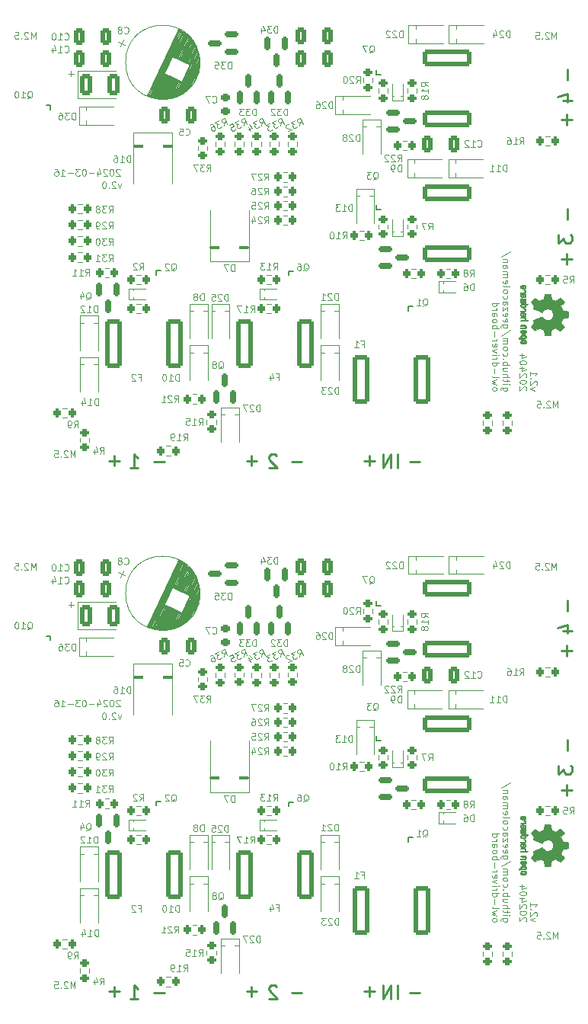
<source format=gbr>
%TF.GenerationSoftware,KiCad,Pcbnew,6.0.11+dfsg-1*%
%TF.CreationDate,2024-04-08T11:49:48+01:00*%
%TF.ProjectId,panel,70616e65-6c2e-46b6-9963-61645f706362,rev?*%
%TF.SameCoordinates,Original*%
%TF.FileFunction,Legend,Bot*%
%TF.FilePolarity,Positive*%
%FSLAX46Y46*%
G04 Gerber Fmt 4.6, Leading zero omitted, Abs format (unit mm)*
G04 Created by KiCad (PCBNEW 6.0.11+dfsg-1) date 2024-04-08 11:49:48*
%MOMM*%
%LPD*%
G01*
G04 APERTURE LIST*
G04 Aperture macros list*
%AMRoundRect*
0 Rectangle with rounded corners*
0 $1 Rounding radius*
0 $2 $3 $4 $5 $6 $7 $8 $9 X,Y pos of 4 corners*
0 Add a 4 corners polygon primitive as box body*
4,1,4,$2,$3,$4,$5,$6,$7,$8,$9,$2,$3,0*
0 Add four circle primitives for the rounded corners*
1,1,$1+$1,$2,$3*
1,1,$1+$1,$4,$5*
1,1,$1+$1,$6,$7*
1,1,$1+$1,$8,$9*
0 Add four rect primitives between the rounded corners*
20,1,$1+$1,$2,$3,$4,$5,0*
20,1,$1+$1,$4,$5,$6,$7,0*
20,1,$1+$1,$6,$7,$8,$9,0*
20,1,$1+$1,$8,$9,$2,$3,0*%
%AMRotRect*
0 Rectangle, with rotation*
0 The origin of the aperture is its center*
0 $1 length*
0 $2 width*
0 $3 Rotation angle, in degrees counterclockwise*
0 Add horizontal line*
21,1,$1,$2,0,0,$3*%
%AMFreePoly0*
4,1,5,0.225000,-0.400000,-0.225000,-0.400000,-0.225000,0.400000,0.225000,0.400000,0.225000,-0.400000,0.225000,-0.400000,$1*%
%AMFreePoly1*
4,1,29,0.150000,1.240000,0.200000,1.240000,0.200000,-1.260000,0.150000,-1.260000,0.150000,-1.860000,-0.150000,-1.860000,-0.150000,-1.260000,-1.350000,-1.260000,-1.350000,-1.210000,-2.050000,-1.210000,-2.050000,-0.760000,-1.350000,-0.760000,-1.350000,-0.560000,-2.050000,-0.560000,-2.050000,-0.110000,-1.350000,-0.110000,-1.350000,0.090000,-2.050000,0.090000,-2.050000,0.540000,-1.350000,0.540000,
-1.350000,0.740000,-2.050000,0.740000,-2.050000,1.190000,-1.350000,1.190000,-1.350000,1.240000,-0.150000,1.240000,-0.150000,1.840000,0.150000,1.840000,0.150000,1.240000,0.150000,1.240000,$1*%
G04 Aperture macros list end*
%ADD10C,0.240000*%
%ADD11C,0.120000*%
%ADD12C,0.150000*%
%ADD13C,0.300000*%
%ADD14C,0.010000*%
%ADD15C,2.500000*%
%ADD16C,2.082800*%
%ADD17C,1.500000*%
%ADD18C,6.200000*%
%ADD19R,1.727200X1.727200*%
%ADD20O,1.727200X1.727200*%
%ADD21C,4.950000*%
%ADD22RoundRect,0.250000X0.712500X2.475000X-0.712500X2.475000X-0.712500X-2.475000X0.712500X-2.475000X0*%
%ADD23FreePoly0,270.000000*%
%ADD24FreePoly1,180.000000*%
%ADD25R,1.100000X1.100000*%
%ADD26RoundRect,0.200000X0.200000X0.275000X-0.200000X0.275000X-0.200000X-0.275000X0.200000X-0.275000X0*%
%ADD27R,2.300000X2.500000*%
%ADD28RoundRect,0.200000X-0.275000X0.200000X-0.275000X-0.200000X0.275000X-0.200000X0.275000X0.200000X0*%
%ADD29RoundRect,0.150000X0.150000X-0.587500X0.150000X0.587500X-0.150000X0.587500X-0.150000X-0.587500X0*%
%ADD30RoundRect,0.250000X-0.712500X-2.475000X0.712500X-2.475000X0.712500X2.475000X-0.712500X2.475000X0*%
%ADD31RoundRect,0.200000X-0.200000X-0.275000X0.200000X-0.275000X0.200000X0.275000X-0.200000X0.275000X0*%
%ADD32RoundRect,0.250000X-0.325000X-0.650000X0.325000X-0.650000X0.325000X0.650000X-0.325000X0.650000X0*%
%ADD33RoundRect,0.250000X0.325000X0.650000X-0.325000X0.650000X-0.325000X-0.650000X0.325000X-0.650000X0*%
%ADD34RoundRect,0.200000X0.275000X-0.200000X0.275000X0.200000X-0.275000X0.200000X-0.275000X-0.200000X0*%
%ADD35R,0.700000X0.600000*%
%ADD36RoundRect,0.150000X-0.150000X0.587500X-0.150000X-0.587500X0.150000X-0.587500X0.150000X0.587500X0*%
%ADD37FreePoly0,180.000000*%
%ADD38FreePoly1,90.000000*%
%ADD39RotRect,1.600000X1.600000X335.000000*%
%ADD40C,1.600000*%
%ADD41FreePoly0,90.000000*%
%ADD42FreePoly1,0.000000*%
%ADD43C,1.000000*%
%ADD44RoundRect,0.250000X-0.412500X-0.925000X0.412500X-0.925000X0.412500X0.925000X-0.412500X0.925000X0*%
%ADD45RoundRect,0.150000X-0.587500X-0.150000X0.587500X-0.150000X0.587500X0.150000X-0.587500X0.150000X0*%
%ADD46RoundRect,0.250000X-2.475000X0.712500X-2.475000X-0.712500X2.475000X-0.712500X2.475000X0.712500X0*%
%ADD47R,0.600000X0.700000*%
%ADD48RoundRect,0.150000X0.587500X0.150000X-0.587500X0.150000X-0.587500X-0.150000X0.587500X-0.150000X0*%
%ADD49RoundRect,0.225000X-0.250000X0.225000X-0.250000X-0.225000X0.250000X-0.225000X0.250000X0.225000X0*%
G04 APERTURE END LIST*
D10*
X179707142Y-45386857D02*
X179707142Y-44244000D01*
X180278571Y-44815428D02*
X179135714Y-44815428D01*
X179707142Y-104386857D02*
X179707142Y-103244000D01*
X180278571Y-103815428D02*
X179135714Y-103815428D01*
X157213142Y-82707142D02*
X158356000Y-82707142D01*
X157784571Y-83278571D02*
X157784571Y-82135714D01*
X157213142Y-141707142D02*
X158356000Y-141707142D01*
X157784571Y-142278571D02*
X157784571Y-141135714D01*
X133813142Y-82807142D02*
X134956000Y-82807142D01*
X133813142Y-141807142D02*
X134956000Y-141807142D01*
D11*
X176164464Y-74914857D02*
X175664464Y-74736285D01*
X176164464Y-74557714D01*
X176343035Y-74307714D02*
X176378750Y-74272000D01*
X176414464Y-74200571D01*
X176414464Y-74022000D01*
X176378750Y-73950571D01*
X176343035Y-73914857D01*
X176271607Y-73879142D01*
X176200178Y-73879142D01*
X176093035Y-73914857D01*
X175664464Y-74343428D01*
X175664464Y-73879142D01*
X175735892Y-73557714D02*
X175700178Y-73522000D01*
X175664464Y-73557714D01*
X175700178Y-73593428D01*
X175735892Y-73557714D01*
X175664464Y-73557714D01*
X175664464Y-72807714D02*
X175664464Y-73236285D01*
X175664464Y-73022000D02*
X176414464Y-73022000D01*
X176307321Y-73093428D01*
X176235892Y-73164857D01*
X176200178Y-73236285D01*
X175135535Y-74879142D02*
X175171250Y-74843428D01*
X175206964Y-74772000D01*
X175206964Y-74593428D01*
X175171250Y-74522000D01*
X175135535Y-74486285D01*
X175064107Y-74450571D01*
X174992678Y-74450571D01*
X174885535Y-74486285D01*
X174456964Y-74914857D01*
X174456964Y-74450571D01*
X175206964Y-73986285D02*
X175206964Y-73914857D01*
X175171250Y-73843428D01*
X175135535Y-73807714D01*
X175064107Y-73772000D01*
X174921250Y-73736285D01*
X174742678Y-73736285D01*
X174599821Y-73772000D01*
X174528392Y-73807714D01*
X174492678Y-73843428D01*
X174456964Y-73914857D01*
X174456964Y-73986285D01*
X174492678Y-74057714D01*
X174528392Y-74093428D01*
X174599821Y-74129142D01*
X174742678Y-74164857D01*
X174921250Y-74164857D01*
X175064107Y-74129142D01*
X175135535Y-74093428D01*
X175171250Y-74057714D01*
X175206964Y-73986285D01*
X175135535Y-73450571D02*
X175171250Y-73414857D01*
X175206964Y-73343428D01*
X175206964Y-73164857D01*
X175171250Y-73093428D01*
X175135535Y-73057714D01*
X175064107Y-73022000D01*
X174992678Y-73022000D01*
X174885535Y-73057714D01*
X174456964Y-73486285D01*
X174456964Y-73022000D01*
X174956964Y-72379142D02*
X174456964Y-72379142D01*
X175242678Y-72557714D02*
X174706964Y-72736285D01*
X174706964Y-72272000D01*
X175206964Y-71843428D02*
X175206964Y-71772000D01*
X175171250Y-71700571D01*
X175135535Y-71664857D01*
X175064107Y-71629142D01*
X174921250Y-71593428D01*
X174742678Y-71593428D01*
X174599821Y-71629142D01*
X174528392Y-71664857D01*
X174492678Y-71700571D01*
X174456964Y-71772000D01*
X174456964Y-71843428D01*
X174492678Y-71914857D01*
X174528392Y-71950571D01*
X174599821Y-71986285D01*
X174742678Y-72022000D01*
X174921250Y-72022000D01*
X175064107Y-71986285D01*
X175135535Y-71950571D01*
X175171250Y-71914857D01*
X175206964Y-71843428D01*
X174956964Y-70950571D02*
X174456964Y-70950571D01*
X175242678Y-71129142D02*
X174706964Y-71307714D01*
X174706964Y-70843428D01*
X176164464Y-133914857D02*
X175664464Y-133736285D01*
X176164464Y-133557714D01*
X176343035Y-133307714D02*
X176378750Y-133272000D01*
X176414464Y-133200571D01*
X176414464Y-133022000D01*
X176378750Y-132950571D01*
X176343035Y-132914857D01*
X176271607Y-132879142D01*
X176200178Y-132879142D01*
X176093035Y-132914857D01*
X175664464Y-133343428D01*
X175664464Y-132879142D01*
X175735892Y-132557714D02*
X175700178Y-132522000D01*
X175664464Y-132557714D01*
X175700178Y-132593428D01*
X175735892Y-132557714D01*
X175664464Y-132557714D01*
X175664464Y-131807714D02*
X175664464Y-132236285D01*
X175664464Y-132022000D02*
X176414464Y-132022000D01*
X176307321Y-132093428D01*
X176235892Y-132164857D01*
X176200178Y-132236285D01*
X175135535Y-133879142D02*
X175171250Y-133843428D01*
X175206964Y-133772000D01*
X175206964Y-133593428D01*
X175171250Y-133522000D01*
X175135535Y-133486285D01*
X175064107Y-133450571D01*
X174992678Y-133450571D01*
X174885535Y-133486285D01*
X174456964Y-133914857D01*
X174456964Y-133450571D01*
X175206964Y-132986285D02*
X175206964Y-132914857D01*
X175171250Y-132843428D01*
X175135535Y-132807714D01*
X175064107Y-132772000D01*
X174921250Y-132736285D01*
X174742678Y-132736285D01*
X174599821Y-132772000D01*
X174528392Y-132807714D01*
X174492678Y-132843428D01*
X174456964Y-132914857D01*
X174456964Y-132986285D01*
X174492678Y-133057714D01*
X174528392Y-133093428D01*
X174599821Y-133129142D01*
X174742678Y-133164857D01*
X174921250Y-133164857D01*
X175064107Y-133129142D01*
X175135535Y-133093428D01*
X175171250Y-133057714D01*
X175206964Y-132986285D01*
X175135535Y-132450571D02*
X175171250Y-132414857D01*
X175206964Y-132343428D01*
X175206964Y-132164857D01*
X175171250Y-132093428D01*
X175135535Y-132057714D01*
X175064107Y-132022000D01*
X174992678Y-132022000D01*
X174885535Y-132057714D01*
X174456964Y-132486285D01*
X174456964Y-132022000D01*
X174956964Y-131379142D02*
X174456964Y-131379142D01*
X175242678Y-131557714D02*
X174706964Y-131736285D01*
X174706964Y-131272000D01*
X175206964Y-130843428D02*
X175206964Y-130772000D01*
X175171250Y-130700571D01*
X175135535Y-130664857D01*
X175064107Y-130629142D01*
X174921250Y-130593428D01*
X174742678Y-130593428D01*
X174599821Y-130629142D01*
X174528392Y-130664857D01*
X174492678Y-130700571D01*
X174456964Y-130772000D01*
X174456964Y-130843428D01*
X174492678Y-130914857D01*
X174528392Y-130950571D01*
X174599821Y-130986285D01*
X174742678Y-131022000D01*
X174921250Y-131022000D01*
X175064107Y-130986285D01*
X175135535Y-130950571D01*
X175171250Y-130914857D01*
X175206964Y-130843428D01*
X174956964Y-129950571D02*
X174456964Y-129950571D01*
X175242678Y-130129142D02*
X174706964Y-130307714D01*
X174706964Y-129843428D01*
D10*
X160886857Y-83478571D02*
X160886857Y-81978571D01*
X160172571Y-83478571D02*
X160172571Y-81978571D01*
X159315428Y-83478571D01*
X159315428Y-81978571D01*
X160886857Y-142478571D02*
X160886857Y-140978571D01*
X160172571Y-142478571D02*
X160172571Y-140978571D01*
X159315428Y-142478571D01*
X159315428Y-140978571D01*
D11*
X120642857Y-35839285D02*
X120642857Y-35089285D01*
X120392857Y-35625000D01*
X120142857Y-35089285D01*
X120142857Y-35839285D01*
X119821428Y-35160714D02*
X119785714Y-35125000D01*
X119714285Y-35089285D01*
X119535714Y-35089285D01*
X119464285Y-35125000D01*
X119428571Y-35160714D01*
X119392857Y-35232142D01*
X119392857Y-35303571D01*
X119428571Y-35410714D01*
X119857142Y-35839285D01*
X119392857Y-35839285D01*
X119071428Y-35767857D02*
X119035714Y-35803571D01*
X119071428Y-35839285D01*
X119107142Y-35803571D01*
X119071428Y-35767857D01*
X119071428Y-35839285D01*
X118357142Y-35089285D02*
X118714285Y-35089285D01*
X118750000Y-35446428D01*
X118714285Y-35410714D01*
X118642857Y-35375000D01*
X118464285Y-35375000D01*
X118392857Y-35410714D01*
X118357142Y-35446428D01*
X118321428Y-35517857D01*
X118321428Y-35696428D01*
X118357142Y-35767857D01*
X118392857Y-35803571D01*
X118464285Y-35839285D01*
X118642857Y-35839285D01*
X118714285Y-35803571D01*
X118750000Y-35767857D01*
X120642857Y-94839285D02*
X120642857Y-94089285D01*
X120392857Y-94625000D01*
X120142857Y-94089285D01*
X120142857Y-94839285D01*
X119821428Y-94160714D02*
X119785714Y-94125000D01*
X119714285Y-94089285D01*
X119535714Y-94089285D01*
X119464285Y-94125000D01*
X119428571Y-94160714D01*
X119392857Y-94232142D01*
X119392857Y-94303571D01*
X119428571Y-94410714D01*
X119857142Y-94839285D01*
X119392857Y-94839285D01*
X119071428Y-94767857D02*
X119035714Y-94803571D01*
X119071428Y-94839285D01*
X119107142Y-94803571D01*
X119071428Y-94767857D01*
X119071428Y-94839285D01*
X118357142Y-94089285D02*
X118714285Y-94089285D01*
X118750000Y-94446428D01*
X118714285Y-94410714D01*
X118642857Y-94375000D01*
X118464285Y-94375000D01*
X118392857Y-94410714D01*
X118357142Y-94446428D01*
X118321428Y-94517857D01*
X118321428Y-94696428D01*
X118357142Y-94767857D01*
X118392857Y-94803571D01*
X118464285Y-94839285D01*
X118642857Y-94839285D01*
X118714285Y-94803571D01*
X118750000Y-94767857D01*
D10*
X179807142Y-40386857D02*
X179807142Y-39244000D01*
X179807142Y-99386857D02*
X179807142Y-98244000D01*
X179807142Y-55886857D02*
X179807142Y-54744000D01*
X179807142Y-114886857D02*
X179807142Y-113744000D01*
X144113142Y-82707142D02*
X145256000Y-82707142D01*
X144684571Y-83278571D02*
X144684571Y-82135714D01*
X144113142Y-141707142D02*
X145256000Y-141707142D01*
X144684571Y-142278571D02*
X144684571Y-141135714D01*
D11*
X173114464Y-74572000D02*
X172507321Y-74572000D01*
X172435892Y-74607714D01*
X172400178Y-74643428D01*
X172364464Y-74714857D01*
X172364464Y-74822000D01*
X172400178Y-74893428D01*
X172650178Y-74572000D02*
X172614464Y-74643428D01*
X172614464Y-74786285D01*
X172650178Y-74857714D01*
X172685892Y-74893428D01*
X172757321Y-74929142D01*
X172971607Y-74929142D01*
X173043035Y-74893428D01*
X173078750Y-74857714D01*
X173114464Y-74786285D01*
X173114464Y-74643428D01*
X173078750Y-74572000D01*
X172614464Y-74214857D02*
X173114464Y-74214857D01*
X173364464Y-74214857D02*
X173328750Y-74250571D01*
X173293035Y-74214857D01*
X173328750Y-74179142D01*
X173364464Y-74214857D01*
X173293035Y-74214857D01*
X173114464Y-73964857D02*
X173114464Y-73679142D01*
X173364464Y-73857714D02*
X172721607Y-73857714D01*
X172650178Y-73822000D01*
X172614464Y-73750571D01*
X172614464Y-73679142D01*
X172614464Y-73429142D02*
X173364464Y-73429142D01*
X172614464Y-73107714D02*
X173007321Y-73107714D01*
X173078750Y-73143428D01*
X173114464Y-73214857D01*
X173114464Y-73322000D01*
X173078750Y-73393428D01*
X173043035Y-73429142D01*
X173114464Y-72429142D02*
X172614464Y-72429142D01*
X173114464Y-72750571D02*
X172721607Y-72750571D01*
X172650178Y-72714857D01*
X172614464Y-72643428D01*
X172614464Y-72536285D01*
X172650178Y-72464857D01*
X172685892Y-72429142D01*
X172614464Y-72072000D02*
X173364464Y-72072000D01*
X173078750Y-72072000D02*
X173114464Y-72000571D01*
X173114464Y-71857714D01*
X173078750Y-71786285D01*
X173043035Y-71750571D01*
X172971607Y-71714857D01*
X172757321Y-71714857D01*
X172685892Y-71750571D01*
X172650178Y-71786285D01*
X172614464Y-71857714D01*
X172614464Y-72000571D01*
X172650178Y-72072000D01*
X172685892Y-71393428D02*
X172650178Y-71357714D01*
X172614464Y-71393428D01*
X172650178Y-71429142D01*
X172685892Y-71393428D01*
X172614464Y-71393428D01*
X172650178Y-70714857D02*
X172614464Y-70786285D01*
X172614464Y-70929142D01*
X172650178Y-71000571D01*
X172685892Y-71036285D01*
X172757321Y-71072000D01*
X172971607Y-71072000D01*
X173043035Y-71036285D01*
X173078750Y-71000571D01*
X173114464Y-70929142D01*
X173114464Y-70786285D01*
X173078750Y-70714857D01*
X172614464Y-70286285D02*
X172650178Y-70357714D01*
X172685892Y-70393428D01*
X172757321Y-70429142D01*
X172971607Y-70429142D01*
X173043035Y-70393428D01*
X173078750Y-70357714D01*
X173114464Y-70286285D01*
X173114464Y-70179142D01*
X173078750Y-70107714D01*
X173043035Y-70072000D01*
X172971607Y-70036285D01*
X172757321Y-70036285D01*
X172685892Y-70072000D01*
X172650178Y-70107714D01*
X172614464Y-70179142D01*
X172614464Y-70286285D01*
X172614464Y-69714857D02*
X173114464Y-69714857D01*
X173043035Y-69714857D02*
X173078750Y-69679142D01*
X173114464Y-69607714D01*
X173114464Y-69500571D01*
X173078750Y-69429142D01*
X173007321Y-69393428D01*
X172614464Y-69393428D01*
X173007321Y-69393428D02*
X173078750Y-69357714D01*
X173114464Y-69286285D01*
X173114464Y-69179142D01*
X173078750Y-69107714D01*
X173007321Y-69072000D01*
X172614464Y-69072000D01*
X173400178Y-68179142D02*
X172435892Y-68822000D01*
X173114464Y-67607714D02*
X172507321Y-67607714D01*
X172435892Y-67643428D01*
X172400178Y-67679142D01*
X172364464Y-67750571D01*
X172364464Y-67857714D01*
X172400178Y-67929142D01*
X172650178Y-67607714D02*
X172614464Y-67679142D01*
X172614464Y-67822000D01*
X172650178Y-67893428D01*
X172685892Y-67929142D01*
X172757321Y-67964857D01*
X172971607Y-67964857D01*
X173043035Y-67929142D01*
X173078750Y-67893428D01*
X173114464Y-67822000D01*
X173114464Y-67679142D01*
X173078750Y-67607714D01*
X172650178Y-66964857D02*
X172614464Y-67036285D01*
X172614464Y-67179142D01*
X172650178Y-67250571D01*
X172721607Y-67286285D01*
X173007321Y-67286285D01*
X173078750Y-67250571D01*
X173114464Y-67179142D01*
X173114464Y-67036285D01*
X173078750Y-66964857D01*
X173007321Y-66929142D01*
X172935892Y-66929142D01*
X172864464Y-67286285D01*
X172650178Y-66322000D02*
X172614464Y-66393428D01*
X172614464Y-66536285D01*
X172650178Y-66607714D01*
X172721607Y-66643428D01*
X173007321Y-66643428D01*
X173078750Y-66607714D01*
X173114464Y-66536285D01*
X173114464Y-66393428D01*
X173078750Y-66322000D01*
X173007321Y-66286285D01*
X172935892Y-66286285D01*
X172864464Y-66643428D01*
X173114464Y-66036285D02*
X173114464Y-65643428D01*
X172614464Y-66036285D01*
X172614464Y-65643428D01*
X172614464Y-65036285D02*
X173007321Y-65036285D01*
X173078750Y-65072000D01*
X173114464Y-65143428D01*
X173114464Y-65286285D01*
X173078750Y-65357714D01*
X172650178Y-65036285D02*
X172614464Y-65107714D01*
X172614464Y-65286285D01*
X172650178Y-65357714D01*
X172721607Y-65393428D01*
X172793035Y-65393428D01*
X172864464Y-65357714D01*
X172900178Y-65286285D01*
X172900178Y-65107714D01*
X172935892Y-65036285D01*
X172650178Y-64357714D02*
X172614464Y-64429142D01*
X172614464Y-64572000D01*
X172650178Y-64643428D01*
X172685892Y-64679142D01*
X172757321Y-64714857D01*
X172971607Y-64714857D01*
X173043035Y-64679142D01*
X173078750Y-64643428D01*
X173114464Y-64572000D01*
X173114464Y-64429142D01*
X173078750Y-64357714D01*
X172614464Y-63929142D02*
X172650178Y-64000571D01*
X172685892Y-64036285D01*
X172757321Y-64072000D01*
X172971607Y-64072000D01*
X173043035Y-64036285D01*
X173078750Y-64000571D01*
X173114464Y-63929142D01*
X173114464Y-63822000D01*
X173078750Y-63750571D01*
X173043035Y-63714857D01*
X172971607Y-63679142D01*
X172757321Y-63679142D01*
X172685892Y-63714857D01*
X172650178Y-63750571D01*
X172614464Y-63822000D01*
X172614464Y-63929142D01*
X172614464Y-63250571D02*
X172650178Y-63322000D01*
X172721607Y-63357714D01*
X173364464Y-63357714D01*
X172650178Y-62679142D02*
X172614464Y-62750571D01*
X172614464Y-62893428D01*
X172650178Y-62964857D01*
X172721607Y-63000571D01*
X173007321Y-63000571D01*
X173078750Y-62964857D01*
X173114464Y-62893428D01*
X173114464Y-62750571D01*
X173078750Y-62679142D01*
X173007321Y-62643428D01*
X172935892Y-62643428D01*
X172864464Y-63000571D01*
X172614464Y-62322000D02*
X173114464Y-62322000D01*
X173043035Y-62322000D02*
X173078750Y-62286285D01*
X173114464Y-62214857D01*
X173114464Y-62107714D01*
X173078750Y-62036285D01*
X173007321Y-62000571D01*
X172614464Y-62000571D01*
X173007321Y-62000571D02*
X173078750Y-61964857D01*
X173114464Y-61893428D01*
X173114464Y-61786285D01*
X173078750Y-61714857D01*
X173007321Y-61679142D01*
X172614464Y-61679142D01*
X172614464Y-61000571D02*
X173007321Y-61000571D01*
X173078750Y-61036285D01*
X173114464Y-61107714D01*
X173114464Y-61250571D01*
X173078750Y-61322000D01*
X172650178Y-61000571D02*
X172614464Y-61072000D01*
X172614464Y-61250571D01*
X172650178Y-61322000D01*
X172721607Y-61357714D01*
X172793035Y-61357714D01*
X172864464Y-61322000D01*
X172900178Y-61250571D01*
X172900178Y-61072000D01*
X172935892Y-61000571D01*
X173114464Y-60643428D02*
X172614464Y-60643428D01*
X173043035Y-60643428D02*
X173078750Y-60607714D01*
X173114464Y-60536285D01*
X173114464Y-60429142D01*
X173078750Y-60357714D01*
X173007321Y-60322000D01*
X172614464Y-60322000D01*
X173400178Y-59429142D02*
X172435892Y-60072000D01*
X171406964Y-74786285D02*
X171442678Y-74857714D01*
X171478392Y-74893428D01*
X171549821Y-74929142D01*
X171764107Y-74929142D01*
X171835535Y-74893428D01*
X171871250Y-74857714D01*
X171906964Y-74786285D01*
X171906964Y-74679142D01*
X171871250Y-74607714D01*
X171835535Y-74572000D01*
X171764107Y-74536285D01*
X171549821Y-74536285D01*
X171478392Y-74572000D01*
X171442678Y-74607714D01*
X171406964Y-74679142D01*
X171406964Y-74786285D01*
X171906964Y-74286285D02*
X171406964Y-74143428D01*
X171764107Y-74000571D01*
X171406964Y-73857714D01*
X171906964Y-73714857D01*
X171406964Y-73322000D02*
X171442678Y-73393428D01*
X171514107Y-73429142D01*
X172156964Y-73429142D01*
X171692678Y-73036285D02*
X171692678Y-72464857D01*
X171406964Y-71786285D02*
X172156964Y-71786285D01*
X171442678Y-71786285D02*
X171406964Y-71857714D01*
X171406964Y-72000571D01*
X171442678Y-72072000D01*
X171478392Y-72107714D01*
X171549821Y-72143428D01*
X171764107Y-72143428D01*
X171835535Y-72107714D01*
X171871250Y-72072000D01*
X171906964Y-72000571D01*
X171906964Y-71857714D01*
X171871250Y-71786285D01*
X171406964Y-71429142D02*
X171906964Y-71429142D01*
X171764107Y-71429142D02*
X171835535Y-71393428D01*
X171871250Y-71357714D01*
X171906964Y-71286285D01*
X171906964Y-71214857D01*
X171406964Y-70964857D02*
X171906964Y-70964857D01*
X172156964Y-70964857D02*
X172121250Y-71000571D01*
X172085535Y-70964857D01*
X172121250Y-70929142D01*
X172156964Y-70964857D01*
X172085535Y-70964857D01*
X171906964Y-70679142D02*
X171406964Y-70500571D01*
X171906964Y-70322000D01*
X171442678Y-69750571D02*
X171406964Y-69822000D01*
X171406964Y-69964857D01*
X171442678Y-70036285D01*
X171514107Y-70072000D01*
X171799821Y-70072000D01*
X171871250Y-70036285D01*
X171906964Y-69964857D01*
X171906964Y-69822000D01*
X171871250Y-69750571D01*
X171799821Y-69714857D01*
X171728392Y-69714857D01*
X171656964Y-70072000D01*
X171406964Y-69393428D02*
X171906964Y-69393428D01*
X171764107Y-69393428D02*
X171835535Y-69357714D01*
X171871250Y-69322000D01*
X171906964Y-69250571D01*
X171906964Y-69179142D01*
X171692678Y-68929142D02*
X171692678Y-68357714D01*
X171406964Y-68000571D02*
X172156964Y-68000571D01*
X171871250Y-68000571D02*
X171906964Y-67929142D01*
X171906964Y-67786285D01*
X171871250Y-67714857D01*
X171835535Y-67679142D01*
X171764107Y-67643428D01*
X171549821Y-67643428D01*
X171478392Y-67679142D01*
X171442678Y-67714857D01*
X171406964Y-67786285D01*
X171406964Y-67929142D01*
X171442678Y-68000571D01*
X171406964Y-67214857D02*
X171442678Y-67286285D01*
X171478392Y-67322000D01*
X171549821Y-67357714D01*
X171764107Y-67357714D01*
X171835535Y-67322000D01*
X171871250Y-67286285D01*
X171906964Y-67214857D01*
X171906964Y-67107714D01*
X171871250Y-67036285D01*
X171835535Y-67000571D01*
X171764107Y-66964857D01*
X171549821Y-66964857D01*
X171478392Y-67000571D01*
X171442678Y-67036285D01*
X171406964Y-67107714D01*
X171406964Y-67214857D01*
X171406964Y-66322000D02*
X171799821Y-66322000D01*
X171871250Y-66357714D01*
X171906964Y-66429142D01*
X171906964Y-66572000D01*
X171871250Y-66643428D01*
X171442678Y-66322000D02*
X171406964Y-66393428D01*
X171406964Y-66572000D01*
X171442678Y-66643428D01*
X171514107Y-66679142D01*
X171585535Y-66679142D01*
X171656964Y-66643428D01*
X171692678Y-66572000D01*
X171692678Y-66393428D01*
X171728392Y-66322000D01*
X171406964Y-65964857D02*
X171906964Y-65964857D01*
X171764107Y-65964857D02*
X171835535Y-65929142D01*
X171871250Y-65893428D01*
X171906964Y-65822000D01*
X171906964Y-65750571D01*
X171406964Y-65179142D02*
X172156964Y-65179142D01*
X171442678Y-65179142D02*
X171406964Y-65250571D01*
X171406964Y-65393428D01*
X171442678Y-65464857D01*
X171478392Y-65500571D01*
X171549821Y-65536285D01*
X171764107Y-65536285D01*
X171835535Y-65500571D01*
X171871250Y-65464857D01*
X171906964Y-65393428D01*
X171906964Y-65250571D01*
X171871250Y-65179142D01*
X173114464Y-133572000D02*
X172507321Y-133572000D01*
X172435892Y-133607714D01*
X172400178Y-133643428D01*
X172364464Y-133714857D01*
X172364464Y-133822000D01*
X172400178Y-133893428D01*
X172650178Y-133572000D02*
X172614464Y-133643428D01*
X172614464Y-133786285D01*
X172650178Y-133857714D01*
X172685892Y-133893428D01*
X172757321Y-133929142D01*
X172971607Y-133929142D01*
X173043035Y-133893428D01*
X173078750Y-133857714D01*
X173114464Y-133786285D01*
X173114464Y-133643428D01*
X173078750Y-133572000D01*
X172614464Y-133214857D02*
X173114464Y-133214857D01*
X173364464Y-133214857D02*
X173328750Y-133250571D01*
X173293035Y-133214857D01*
X173328750Y-133179142D01*
X173364464Y-133214857D01*
X173293035Y-133214857D01*
X173114464Y-132964857D02*
X173114464Y-132679142D01*
X173364464Y-132857714D02*
X172721607Y-132857714D01*
X172650178Y-132822000D01*
X172614464Y-132750571D01*
X172614464Y-132679142D01*
X172614464Y-132429142D02*
X173364464Y-132429142D01*
X172614464Y-132107714D02*
X173007321Y-132107714D01*
X173078750Y-132143428D01*
X173114464Y-132214857D01*
X173114464Y-132322000D01*
X173078750Y-132393428D01*
X173043035Y-132429142D01*
X173114464Y-131429142D02*
X172614464Y-131429142D01*
X173114464Y-131750571D02*
X172721607Y-131750571D01*
X172650178Y-131714857D01*
X172614464Y-131643428D01*
X172614464Y-131536285D01*
X172650178Y-131464857D01*
X172685892Y-131429142D01*
X172614464Y-131072000D02*
X173364464Y-131072000D01*
X173078750Y-131072000D02*
X173114464Y-131000571D01*
X173114464Y-130857714D01*
X173078750Y-130786285D01*
X173043035Y-130750571D01*
X172971607Y-130714857D01*
X172757321Y-130714857D01*
X172685892Y-130750571D01*
X172650178Y-130786285D01*
X172614464Y-130857714D01*
X172614464Y-131000571D01*
X172650178Y-131072000D01*
X172685892Y-130393428D02*
X172650178Y-130357714D01*
X172614464Y-130393428D01*
X172650178Y-130429142D01*
X172685892Y-130393428D01*
X172614464Y-130393428D01*
X172650178Y-129714857D02*
X172614464Y-129786285D01*
X172614464Y-129929142D01*
X172650178Y-130000571D01*
X172685892Y-130036285D01*
X172757321Y-130072000D01*
X172971607Y-130072000D01*
X173043035Y-130036285D01*
X173078750Y-130000571D01*
X173114464Y-129929142D01*
X173114464Y-129786285D01*
X173078750Y-129714857D01*
X172614464Y-129286285D02*
X172650178Y-129357714D01*
X172685892Y-129393428D01*
X172757321Y-129429142D01*
X172971607Y-129429142D01*
X173043035Y-129393428D01*
X173078750Y-129357714D01*
X173114464Y-129286285D01*
X173114464Y-129179142D01*
X173078750Y-129107714D01*
X173043035Y-129072000D01*
X172971607Y-129036285D01*
X172757321Y-129036285D01*
X172685892Y-129072000D01*
X172650178Y-129107714D01*
X172614464Y-129179142D01*
X172614464Y-129286285D01*
X172614464Y-128714857D02*
X173114464Y-128714857D01*
X173043035Y-128714857D02*
X173078750Y-128679142D01*
X173114464Y-128607714D01*
X173114464Y-128500571D01*
X173078750Y-128429142D01*
X173007321Y-128393428D01*
X172614464Y-128393428D01*
X173007321Y-128393428D02*
X173078750Y-128357714D01*
X173114464Y-128286285D01*
X173114464Y-128179142D01*
X173078750Y-128107714D01*
X173007321Y-128072000D01*
X172614464Y-128072000D01*
X173400178Y-127179142D02*
X172435892Y-127822000D01*
X173114464Y-126607714D02*
X172507321Y-126607714D01*
X172435892Y-126643428D01*
X172400178Y-126679142D01*
X172364464Y-126750571D01*
X172364464Y-126857714D01*
X172400178Y-126929142D01*
X172650178Y-126607714D02*
X172614464Y-126679142D01*
X172614464Y-126822000D01*
X172650178Y-126893428D01*
X172685892Y-126929142D01*
X172757321Y-126964857D01*
X172971607Y-126964857D01*
X173043035Y-126929142D01*
X173078750Y-126893428D01*
X173114464Y-126822000D01*
X173114464Y-126679142D01*
X173078750Y-126607714D01*
X172650178Y-125964857D02*
X172614464Y-126036285D01*
X172614464Y-126179142D01*
X172650178Y-126250571D01*
X172721607Y-126286285D01*
X173007321Y-126286285D01*
X173078750Y-126250571D01*
X173114464Y-126179142D01*
X173114464Y-126036285D01*
X173078750Y-125964857D01*
X173007321Y-125929142D01*
X172935892Y-125929142D01*
X172864464Y-126286285D01*
X172650178Y-125322000D02*
X172614464Y-125393428D01*
X172614464Y-125536285D01*
X172650178Y-125607714D01*
X172721607Y-125643428D01*
X173007321Y-125643428D01*
X173078750Y-125607714D01*
X173114464Y-125536285D01*
X173114464Y-125393428D01*
X173078750Y-125322000D01*
X173007321Y-125286285D01*
X172935892Y-125286285D01*
X172864464Y-125643428D01*
X173114464Y-125036285D02*
X173114464Y-124643428D01*
X172614464Y-125036285D01*
X172614464Y-124643428D01*
X172614464Y-124036285D02*
X173007321Y-124036285D01*
X173078750Y-124072000D01*
X173114464Y-124143428D01*
X173114464Y-124286285D01*
X173078750Y-124357714D01*
X172650178Y-124036285D02*
X172614464Y-124107714D01*
X172614464Y-124286285D01*
X172650178Y-124357714D01*
X172721607Y-124393428D01*
X172793035Y-124393428D01*
X172864464Y-124357714D01*
X172900178Y-124286285D01*
X172900178Y-124107714D01*
X172935892Y-124036285D01*
X172650178Y-123357714D02*
X172614464Y-123429142D01*
X172614464Y-123572000D01*
X172650178Y-123643428D01*
X172685892Y-123679142D01*
X172757321Y-123714857D01*
X172971607Y-123714857D01*
X173043035Y-123679142D01*
X173078750Y-123643428D01*
X173114464Y-123572000D01*
X173114464Y-123429142D01*
X173078750Y-123357714D01*
X172614464Y-122929142D02*
X172650178Y-123000571D01*
X172685892Y-123036285D01*
X172757321Y-123072000D01*
X172971607Y-123072000D01*
X173043035Y-123036285D01*
X173078750Y-123000571D01*
X173114464Y-122929142D01*
X173114464Y-122822000D01*
X173078750Y-122750571D01*
X173043035Y-122714857D01*
X172971607Y-122679142D01*
X172757321Y-122679142D01*
X172685892Y-122714857D01*
X172650178Y-122750571D01*
X172614464Y-122822000D01*
X172614464Y-122929142D01*
X172614464Y-122250571D02*
X172650178Y-122322000D01*
X172721607Y-122357714D01*
X173364464Y-122357714D01*
X172650178Y-121679142D02*
X172614464Y-121750571D01*
X172614464Y-121893428D01*
X172650178Y-121964857D01*
X172721607Y-122000571D01*
X173007321Y-122000571D01*
X173078750Y-121964857D01*
X173114464Y-121893428D01*
X173114464Y-121750571D01*
X173078750Y-121679142D01*
X173007321Y-121643428D01*
X172935892Y-121643428D01*
X172864464Y-122000571D01*
X172614464Y-121322000D02*
X173114464Y-121322000D01*
X173043035Y-121322000D02*
X173078750Y-121286285D01*
X173114464Y-121214857D01*
X173114464Y-121107714D01*
X173078750Y-121036285D01*
X173007321Y-121000571D01*
X172614464Y-121000571D01*
X173007321Y-121000571D02*
X173078750Y-120964857D01*
X173114464Y-120893428D01*
X173114464Y-120786285D01*
X173078750Y-120714857D01*
X173007321Y-120679142D01*
X172614464Y-120679142D01*
X172614464Y-120000571D02*
X173007321Y-120000571D01*
X173078750Y-120036285D01*
X173114464Y-120107714D01*
X173114464Y-120250571D01*
X173078750Y-120322000D01*
X172650178Y-120000571D02*
X172614464Y-120072000D01*
X172614464Y-120250571D01*
X172650178Y-120322000D01*
X172721607Y-120357714D01*
X172793035Y-120357714D01*
X172864464Y-120322000D01*
X172900178Y-120250571D01*
X172900178Y-120072000D01*
X172935892Y-120000571D01*
X173114464Y-119643428D02*
X172614464Y-119643428D01*
X173043035Y-119643428D02*
X173078750Y-119607714D01*
X173114464Y-119536285D01*
X173114464Y-119429142D01*
X173078750Y-119357714D01*
X173007321Y-119322000D01*
X172614464Y-119322000D01*
X173400178Y-118429142D02*
X172435892Y-119072000D01*
X171406964Y-133786285D02*
X171442678Y-133857714D01*
X171478392Y-133893428D01*
X171549821Y-133929142D01*
X171764107Y-133929142D01*
X171835535Y-133893428D01*
X171871250Y-133857714D01*
X171906964Y-133786285D01*
X171906964Y-133679142D01*
X171871250Y-133607714D01*
X171835535Y-133572000D01*
X171764107Y-133536285D01*
X171549821Y-133536285D01*
X171478392Y-133572000D01*
X171442678Y-133607714D01*
X171406964Y-133679142D01*
X171406964Y-133786285D01*
X171906964Y-133286285D02*
X171406964Y-133143428D01*
X171764107Y-133000571D01*
X171406964Y-132857714D01*
X171906964Y-132714857D01*
X171406964Y-132322000D02*
X171442678Y-132393428D01*
X171514107Y-132429142D01*
X172156964Y-132429142D01*
X171692678Y-132036285D02*
X171692678Y-131464857D01*
X171406964Y-130786285D02*
X172156964Y-130786285D01*
X171442678Y-130786285D02*
X171406964Y-130857714D01*
X171406964Y-131000571D01*
X171442678Y-131072000D01*
X171478392Y-131107714D01*
X171549821Y-131143428D01*
X171764107Y-131143428D01*
X171835535Y-131107714D01*
X171871250Y-131072000D01*
X171906964Y-131000571D01*
X171906964Y-130857714D01*
X171871250Y-130786285D01*
X171406964Y-130429142D02*
X171906964Y-130429142D01*
X171764107Y-130429142D02*
X171835535Y-130393428D01*
X171871250Y-130357714D01*
X171906964Y-130286285D01*
X171906964Y-130214857D01*
X171406964Y-129964857D02*
X171906964Y-129964857D01*
X172156964Y-129964857D02*
X172121250Y-130000571D01*
X172085535Y-129964857D01*
X172121250Y-129929142D01*
X172156964Y-129964857D01*
X172085535Y-129964857D01*
X171906964Y-129679142D02*
X171406964Y-129500571D01*
X171906964Y-129322000D01*
X171442678Y-128750571D02*
X171406964Y-128822000D01*
X171406964Y-128964857D01*
X171442678Y-129036285D01*
X171514107Y-129072000D01*
X171799821Y-129072000D01*
X171871250Y-129036285D01*
X171906964Y-128964857D01*
X171906964Y-128822000D01*
X171871250Y-128750571D01*
X171799821Y-128714857D01*
X171728392Y-128714857D01*
X171656964Y-129072000D01*
X171406964Y-128393428D02*
X171906964Y-128393428D01*
X171764107Y-128393428D02*
X171835535Y-128357714D01*
X171871250Y-128322000D01*
X171906964Y-128250571D01*
X171906964Y-128179142D01*
X171692678Y-127929142D02*
X171692678Y-127357714D01*
X171406964Y-127000571D02*
X172156964Y-127000571D01*
X171871250Y-127000571D02*
X171906964Y-126929142D01*
X171906964Y-126786285D01*
X171871250Y-126714857D01*
X171835535Y-126679142D01*
X171764107Y-126643428D01*
X171549821Y-126643428D01*
X171478392Y-126679142D01*
X171442678Y-126714857D01*
X171406964Y-126786285D01*
X171406964Y-126929142D01*
X171442678Y-127000571D01*
X171406964Y-126214857D02*
X171442678Y-126286285D01*
X171478392Y-126322000D01*
X171549821Y-126357714D01*
X171764107Y-126357714D01*
X171835535Y-126322000D01*
X171871250Y-126286285D01*
X171906964Y-126214857D01*
X171906964Y-126107714D01*
X171871250Y-126036285D01*
X171835535Y-126000571D01*
X171764107Y-125964857D01*
X171549821Y-125964857D01*
X171478392Y-126000571D01*
X171442678Y-126036285D01*
X171406964Y-126107714D01*
X171406964Y-126214857D01*
X171406964Y-125322000D02*
X171799821Y-125322000D01*
X171871250Y-125357714D01*
X171906964Y-125429142D01*
X171906964Y-125572000D01*
X171871250Y-125643428D01*
X171442678Y-125322000D02*
X171406964Y-125393428D01*
X171406964Y-125572000D01*
X171442678Y-125643428D01*
X171514107Y-125679142D01*
X171585535Y-125679142D01*
X171656964Y-125643428D01*
X171692678Y-125572000D01*
X171692678Y-125393428D01*
X171728392Y-125322000D01*
X171406964Y-124964857D02*
X171906964Y-124964857D01*
X171764107Y-124964857D02*
X171835535Y-124929142D01*
X171871250Y-124893428D01*
X171906964Y-124822000D01*
X171906964Y-124750571D01*
X171406964Y-124179142D02*
X172156964Y-124179142D01*
X171442678Y-124179142D02*
X171406964Y-124250571D01*
X171406964Y-124393428D01*
X171442678Y-124464857D01*
X171478392Y-124500571D01*
X171549821Y-124536285D01*
X171764107Y-124536285D01*
X171835535Y-124500571D01*
X171871250Y-124464857D01*
X171906964Y-124393428D01*
X171906964Y-124250571D01*
X171871250Y-124179142D01*
X178692857Y-76839285D02*
X178692857Y-76089285D01*
X178442857Y-76625000D01*
X178192857Y-76089285D01*
X178192857Y-76839285D01*
X177871428Y-76160714D02*
X177835714Y-76125000D01*
X177764285Y-76089285D01*
X177585714Y-76089285D01*
X177514285Y-76125000D01*
X177478571Y-76160714D01*
X177442857Y-76232142D01*
X177442857Y-76303571D01*
X177478571Y-76410714D01*
X177907142Y-76839285D01*
X177442857Y-76839285D01*
X177121428Y-76767857D02*
X177085714Y-76803571D01*
X177121428Y-76839285D01*
X177157142Y-76803571D01*
X177121428Y-76767857D01*
X177121428Y-76839285D01*
X176407142Y-76089285D02*
X176764285Y-76089285D01*
X176800000Y-76446428D01*
X176764285Y-76410714D01*
X176692857Y-76375000D01*
X176514285Y-76375000D01*
X176442857Y-76410714D01*
X176407142Y-76446428D01*
X176371428Y-76517857D01*
X176371428Y-76696428D01*
X176407142Y-76767857D01*
X176442857Y-76803571D01*
X176514285Y-76839285D01*
X176692857Y-76839285D01*
X176764285Y-76803571D01*
X176800000Y-76767857D01*
X178692857Y-135839285D02*
X178692857Y-135089285D01*
X178442857Y-135625000D01*
X178192857Y-135089285D01*
X178192857Y-135839285D01*
X177871428Y-135160714D02*
X177835714Y-135125000D01*
X177764285Y-135089285D01*
X177585714Y-135089285D01*
X177514285Y-135125000D01*
X177478571Y-135160714D01*
X177442857Y-135232142D01*
X177442857Y-135303571D01*
X177478571Y-135410714D01*
X177907142Y-135839285D01*
X177442857Y-135839285D01*
X177121428Y-135767857D02*
X177085714Y-135803571D01*
X177121428Y-135839285D01*
X177157142Y-135803571D01*
X177121428Y-135767857D01*
X177121428Y-135839285D01*
X176407142Y-135089285D02*
X176764285Y-135089285D01*
X176800000Y-135446428D01*
X176764285Y-135410714D01*
X176692857Y-135375000D01*
X176514285Y-135375000D01*
X176442857Y-135410714D01*
X176407142Y-135446428D01*
X176371428Y-135517857D01*
X176371428Y-135696428D01*
X176407142Y-135767857D01*
X176442857Y-135803571D01*
X176514285Y-135839285D01*
X176692857Y-135839285D01*
X176764285Y-135803571D01*
X176800000Y-135767857D01*
X125042857Y-82339285D02*
X125042857Y-81589285D01*
X124792857Y-82125000D01*
X124542857Y-81589285D01*
X124542857Y-82339285D01*
X124221428Y-81660714D02*
X124185714Y-81625000D01*
X124114285Y-81589285D01*
X123935714Y-81589285D01*
X123864285Y-81625000D01*
X123828571Y-81660714D01*
X123792857Y-81732142D01*
X123792857Y-81803571D01*
X123828571Y-81910714D01*
X124257142Y-82339285D01*
X123792857Y-82339285D01*
X123471428Y-82267857D02*
X123435714Y-82303571D01*
X123471428Y-82339285D01*
X123507142Y-82303571D01*
X123471428Y-82267857D01*
X123471428Y-82339285D01*
X122757142Y-81589285D02*
X123114285Y-81589285D01*
X123150000Y-81946428D01*
X123114285Y-81910714D01*
X123042857Y-81875000D01*
X122864285Y-81875000D01*
X122792857Y-81910714D01*
X122757142Y-81946428D01*
X122721428Y-82017857D01*
X122721428Y-82196428D01*
X122757142Y-82267857D01*
X122792857Y-82303571D01*
X122864285Y-82339285D01*
X123042857Y-82339285D01*
X123114285Y-82303571D01*
X123150000Y-82267857D01*
X125042857Y-141339285D02*
X125042857Y-140589285D01*
X124792857Y-141125000D01*
X124542857Y-140589285D01*
X124542857Y-141339285D01*
X124221428Y-140660714D02*
X124185714Y-140625000D01*
X124114285Y-140589285D01*
X123935714Y-140589285D01*
X123864285Y-140625000D01*
X123828571Y-140660714D01*
X123792857Y-140732142D01*
X123792857Y-140803571D01*
X123828571Y-140910714D01*
X124257142Y-141339285D01*
X123792857Y-141339285D01*
X123471428Y-141267857D02*
X123435714Y-141303571D01*
X123471428Y-141339285D01*
X123507142Y-141303571D01*
X123471428Y-141267857D01*
X123471428Y-141339285D01*
X122757142Y-140589285D02*
X123114285Y-140589285D01*
X123150000Y-140946428D01*
X123114285Y-140910714D01*
X123042857Y-140875000D01*
X122864285Y-140875000D01*
X122792857Y-140910714D01*
X122757142Y-140946428D01*
X122721428Y-141017857D01*
X122721428Y-141196428D01*
X122757142Y-141267857D01*
X122792857Y-141303571D01*
X122864285Y-141339285D01*
X123042857Y-141339285D01*
X123114285Y-141303571D01*
X123150000Y-141267857D01*
D10*
X128813142Y-82707142D02*
X129956000Y-82707142D01*
X129384571Y-83278571D02*
X129384571Y-82135714D01*
X128813142Y-141707142D02*
X129956000Y-141707142D01*
X129384571Y-142278571D02*
X129384571Y-141135714D01*
X131201142Y-83478571D02*
X132058285Y-83478571D01*
X131629714Y-83478571D02*
X131629714Y-81978571D01*
X131772571Y-82192857D01*
X131915428Y-82335714D01*
X132058285Y-82407142D01*
X131201142Y-142478571D02*
X132058285Y-142478571D01*
X131629714Y-142478571D02*
X131629714Y-140978571D01*
X131772571Y-141192857D01*
X131915428Y-141335714D01*
X132058285Y-141407142D01*
X179707142Y-60886857D02*
X179707142Y-59744000D01*
X180278571Y-60315428D02*
X179135714Y-60315428D01*
X179707142Y-119886857D02*
X179707142Y-118744000D01*
X180278571Y-119315428D02*
X179135714Y-119315428D01*
X147458285Y-82121428D02*
X147386857Y-82050000D01*
X147244000Y-81978571D01*
X146886857Y-81978571D01*
X146744000Y-82050000D01*
X146672571Y-82121428D01*
X146601142Y-82264285D01*
X146601142Y-82407142D01*
X146672571Y-82621428D01*
X147529714Y-83478571D01*
X146601142Y-83478571D01*
X147458285Y-141121428D02*
X147386857Y-141050000D01*
X147244000Y-140978571D01*
X146886857Y-140978571D01*
X146744000Y-141050000D01*
X146672571Y-141121428D01*
X146601142Y-141264285D01*
X146601142Y-141407142D01*
X146672571Y-141621428D01*
X147529714Y-142478571D01*
X146601142Y-142478571D01*
X149113142Y-82807142D02*
X150256000Y-82807142D01*
X149113142Y-141807142D02*
X150256000Y-141807142D01*
D11*
X178542857Y-35839285D02*
X178542857Y-35089285D01*
X178292857Y-35625000D01*
X178042857Y-35089285D01*
X178042857Y-35839285D01*
X177721428Y-35160714D02*
X177685714Y-35125000D01*
X177614285Y-35089285D01*
X177435714Y-35089285D01*
X177364285Y-35125000D01*
X177328571Y-35160714D01*
X177292857Y-35232142D01*
X177292857Y-35303571D01*
X177328571Y-35410714D01*
X177757142Y-35839285D01*
X177292857Y-35839285D01*
X176971428Y-35767857D02*
X176935714Y-35803571D01*
X176971428Y-35839285D01*
X177007142Y-35803571D01*
X176971428Y-35767857D01*
X176971428Y-35839285D01*
X176257142Y-35089285D02*
X176614285Y-35089285D01*
X176650000Y-35446428D01*
X176614285Y-35410714D01*
X176542857Y-35375000D01*
X176364285Y-35375000D01*
X176292857Y-35410714D01*
X176257142Y-35446428D01*
X176221428Y-35517857D01*
X176221428Y-35696428D01*
X176257142Y-35767857D01*
X176292857Y-35803571D01*
X176364285Y-35839285D01*
X176542857Y-35839285D01*
X176614285Y-35803571D01*
X176650000Y-35767857D01*
X178542857Y-94839285D02*
X178542857Y-94089285D01*
X178292857Y-94625000D01*
X178042857Y-94089285D01*
X178042857Y-94839285D01*
X177721428Y-94160714D02*
X177685714Y-94125000D01*
X177614285Y-94089285D01*
X177435714Y-94089285D01*
X177364285Y-94125000D01*
X177328571Y-94160714D01*
X177292857Y-94232142D01*
X177292857Y-94303571D01*
X177328571Y-94410714D01*
X177757142Y-94839285D01*
X177292857Y-94839285D01*
X176971428Y-94767857D02*
X176935714Y-94803571D01*
X176971428Y-94839285D01*
X177007142Y-94803571D01*
X176971428Y-94767857D01*
X176971428Y-94839285D01*
X176257142Y-94089285D02*
X176614285Y-94089285D01*
X176650000Y-94446428D01*
X176614285Y-94410714D01*
X176542857Y-94375000D01*
X176364285Y-94375000D01*
X176292857Y-94410714D01*
X176257142Y-94446428D01*
X176221428Y-94517857D01*
X176221428Y-94696428D01*
X176257142Y-94767857D01*
X176292857Y-94803571D01*
X176364285Y-94839285D01*
X176542857Y-94839285D01*
X176614285Y-94803571D01*
X176650000Y-94767857D01*
D10*
X178778571Y-57570285D02*
X178778571Y-58498857D01*
X179350000Y-57998857D01*
X179350000Y-58213142D01*
X179421428Y-58356000D01*
X179492857Y-58427428D01*
X179635714Y-58498857D01*
X179992857Y-58498857D01*
X180135714Y-58427428D01*
X180207142Y-58356000D01*
X180278571Y-58213142D01*
X180278571Y-57784571D01*
X180207142Y-57641714D01*
X180135714Y-57570285D01*
X178778571Y-116570285D02*
X178778571Y-117498857D01*
X179350000Y-116998857D01*
X179350000Y-117213142D01*
X179421428Y-117356000D01*
X179492857Y-117427428D01*
X179635714Y-117498857D01*
X179992857Y-117498857D01*
X180135714Y-117427428D01*
X180207142Y-117356000D01*
X180278571Y-117213142D01*
X180278571Y-116784571D01*
X180207142Y-116641714D01*
X180135714Y-116570285D01*
D11*
X124885714Y-39703571D02*
X124314285Y-39703571D01*
X124600000Y-39989285D02*
X124600000Y-39417857D01*
X124885714Y-98703571D02*
X124314285Y-98703571D01*
X124600000Y-98989285D02*
X124600000Y-98417857D01*
X130171428Y-51939285D02*
X129992857Y-52439285D01*
X129814285Y-51939285D01*
X129564285Y-51760714D02*
X129528571Y-51725000D01*
X129457142Y-51689285D01*
X129278571Y-51689285D01*
X129207142Y-51725000D01*
X129171428Y-51760714D01*
X129135714Y-51832142D01*
X129135714Y-51903571D01*
X129171428Y-52010714D01*
X129600000Y-52439285D01*
X129135714Y-52439285D01*
X128814285Y-52367857D02*
X128778571Y-52403571D01*
X128814285Y-52439285D01*
X128850000Y-52403571D01*
X128814285Y-52367857D01*
X128814285Y-52439285D01*
X128314285Y-51689285D02*
X128242857Y-51689285D01*
X128171428Y-51725000D01*
X128135714Y-51760714D01*
X128100000Y-51832142D01*
X128064285Y-51975000D01*
X128064285Y-52153571D01*
X128100000Y-52296428D01*
X128135714Y-52367857D01*
X128171428Y-52403571D01*
X128242857Y-52439285D01*
X128314285Y-52439285D01*
X128385714Y-52403571D01*
X128421428Y-52367857D01*
X128457142Y-52296428D01*
X128492857Y-52153571D01*
X128492857Y-51975000D01*
X128457142Y-51832142D01*
X128421428Y-51760714D01*
X128385714Y-51725000D01*
X128314285Y-51689285D01*
X130171428Y-110939285D02*
X129992857Y-111439285D01*
X129814285Y-110939285D01*
X129564285Y-110760714D02*
X129528571Y-110725000D01*
X129457142Y-110689285D01*
X129278571Y-110689285D01*
X129207142Y-110725000D01*
X129171428Y-110760714D01*
X129135714Y-110832142D01*
X129135714Y-110903571D01*
X129171428Y-111010714D01*
X129600000Y-111439285D01*
X129135714Y-111439285D01*
X128814285Y-111367857D02*
X128778571Y-111403571D01*
X128814285Y-111439285D01*
X128850000Y-111403571D01*
X128814285Y-111367857D01*
X128814285Y-111439285D01*
X128314285Y-110689285D02*
X128242857Y-110689285D01*
X128171428Y-110725000D01*
X128135714Y-110760714D01*
X128100000Y-110832142D01*
X128064285Y-110975000D01*
X128064285Y-111153571D01*
X128100000Y-111296428D01*
X128135714Y-111367857D01*
X128171428Y-111403571D01*
X128242857Y-111439285D01*
X128314285Y-111439285D01*
X128385714Y-111403571D01*
X128421428Y-111367857D01*
X128457142Y-111296428D01*
X128492857Y-111153571D01*
X128492857Y-110975000D01*
X128457142Y-110832142D01*
X128421428Y-110760714D01*
X128385714Y-110725000D01*
X128314285Y-110689285D01*
X130042857Y-50360714D02*
X130007142Y-50325000D01*
X129935714Y-50289285D01*
X129757142Y-50289285D01*
X129685714Y-50325000D01*
X129650000Y-50360714D01*
X129614285Y-50432142D01*
X129614285Y-50503571D01*
X129650000Y-50610714D01*
X130078571Y-51039285D01*
X129614285Y-51039285D01*
X129150000Y-50289285D02*
X129078571Y-50289285D01*
X129007142Y-50325000D01*
X128971428Y-50360714D01*
X128935714Y-50432142D01*
X128900000Y-50575000D01*
X128900000Y-50753571D01*
X128935714Y-50896428D01*
X128971428Y-50967857D01*
X129007142Y-51003571D01*
X129078571Y-51039285D01*
X129150000Y-51039285D01*
X129221428Y-51003571D01*
X129257142Y-50967857D01*
X129292857Y-50896428D01*
X129328571Y-50753571D01*
X129328571Y-50575000D01*
X129292857Y-50432142D01*
X129257142Y-50360714D01*
X129221428Y-50325000D01*
X129150000Y-50289285D01*
X128614285Y-50360714D02*
X128578571Y-50325000D01*
X128507142Y-50289285D01*
X128328571Y-50289285D01*
X128257142Y-50325000D01*
X128221428Y-50360714D01*
X128185714Y-50432142D01*
X128185714Y-50503571D01*
X128221428Y-50610714D01*
X128650000Y-51039285D01*
X128185714Y-51039285D01*
X127542857Y-50539285D02*
X127542857Y-51039285D01*
X127721428Y-50253571D02*
X127900000Y-50789285D01*
X127435714Y-50789285D01*
X127150000Y-50753571D02*
X126578571Y-50753571D01*
X126078571Y-50289285D02*
X126007142Y-50289285D01*
X125935714Y-50325000D01*
X125900000Y-50360714D01*
X125864285Y-50432142D01*
X125828571Y-50575000D01*
X125828571Y-50753571D01*
X125864285Y-50896428D01*
X125900000Y-50967857D01*
X125935714Y-51003571D01*
X126007142Y-51039285D01*
X126078571Y-51039285D01*
X126150000Y-51003571D01*
X126185714Y-50967857D01*
X126221428Y-50896428D01*
X126257142Y-50753571D01*
X126257142Y-50575000D01*
X126221428Y-50432142D01*
X126185714Y-50360714D01*
X126150000Y-50325000D01*
X126078571Y-50289285D01*
X125578571Y-50289285D02*
X125114285Y-50289285D01*
X125364285Y-50575000D01*
X125257142Y-50575000D01*
X125185714Y-50610714D01*
X125150000Y-50646428D01*
X125114285Y-50717857D01*
X125114285Y-50896428D01*
X125150000Y-50967857D01*
X125185714Y-51003571D01*
X125257142Y-51039285D01*
X125471428Y-51039285D01*
X125542857Y-51003571D01*
X125578571Y-50967857D01*
X124792857Y-50753571D02*
X124221428Y-50753571D01*
X123471428Y-51039285D02*
X123900000Y-51039285D01*
X123685714Y-51039285D02*
X123685714Y-50289285D01*
X123757142Y-50396428D01*
X123828571Y-50467857D01*
X123900000Y-50503571D01*
X122828571Y-50289285D02*
X122971428Y-50289285D01*
X123042857Y-50325000D01*
X123078571Y-50360714D01*
X123150000Y-50467857D01*
X123185714Y-50610714D01*
X123185714Y-50896428D01*
X123150000Y-50967857D01*
X123114285Y-51003571D01*
X123042857Y-51039285D01*
X122900000Y-51039285D01*
X122828571Y-51003571D01*
X122792857Y-50967857D01*
X122757142Y-50896428D01*
X122757142Y-50717857D01*
X122792857Y-50646428D01*
X122828571Y-50610714D01*
X122900000Y-50575000D01*
X123042857Y-50575000D01*
X123114285Y-50610714D01*
X123150000Y-50646428D01*
X123185714Y-50717857D01*
X130042857Y-109360714D02*
X130007142Y-109325000D01*
X129935714Y-109289285D01*
X129757142Y-109289285D01*
X129685714Y-109325000D01*
X129650000Y-109360714D01*
X129614285Y-109432142D01*
X129614285Y-109503571D01*
X129650000Y-109610714D01*
X130078571Y-110039285D01*
X129614285Y-110039285D01*
X129150000Y-109289285D02*
X129078571Y-109289285D01*
X129007142Y-109325000D01*
X128971428Y-109360714D01*
X128935714Y-109432142D01*
X128900000Y-109575000D01*
X128900000Y-109753571D01*
X128935714Y-109896428D01*
X128971428Y-109967857D01*
X129007142Y-110003571D01*
X129078571Y-110039285D01*
X129150000Y-110039285D01*
X129221428Y-110003571D01*
X129257142Y-109967857D01*
X129292857Y-109896428D01*
X129328571Y-109753571D01*
X129328571Y-109575000D01*
X129292857Y-109432142D01*
X129257142Y-109360714D01*
X129221428Y-109325000D01*
X129150000Y-109289285D01*
X128614285Y-109360714D02*
X128578571Y-109325000D01*
X128507142Y-109289285D01*
X128328571Y-109289285D01*
X128257142Y-109325000D01*
X128221428Y-109360714D01*
X128185714Y-109432142D01*
X128185714Y-109503571D01*
X128221428Y-109610714D01*
X128650000Y-110039285D01*
X128185714Y-110039285D01*
X127542857Y-109539285D02*
X127542857Y-110039285D01*
X127721428Y-109253571D02*
X127900000Y-109789285D01*
X127435714Y-109789285D01*
X127150000Y-109753571D02*
X126578571Y-109753571D01*
X126078571Y-109289285D02*
X126007142Y-109289285D01*
X125935714Y-109325000D01*
X125900000Y-109360714D01*
X125864285Y-109432142D01*
X125828571Y-109575000D01*
X125828571Y-109753571D01*
X125864285Y-109896428D01*
X125900000Y-109967857D01*
X125935714Y-110003571D01*
X126007142Y-110039285D01*
X126078571Y-110039285D01*
X126150000Y-110003571D01*
X126185714Y-109967857D01*
X126221428Y-109896428D01*
X126257142Y-109753571D01*
X126257142Y-109575000D01*
X126221428Y-109432142D01*
X126185714Y-109360714D01*
X126150000Y-109325000D01*
X126078571Y-109289285D01*
X125578571Y-109289285D02*
X125114285Y-109289285D01*
X125364285Y-109575000D01*
X125257142Y-109575000D01*
X125185714Y-109610714D01*
X125150000Y-109646428D01*
X125114285Y-109717857D01*
X125114285Y-109896428D01*
X125150000Y-109967857D01*
X125185714Y-110003571D01*
X125257142Y-110039285D01*
X125471428Y-110039285D01*
X125542857Y-110003571D01*
X125578571Y-109967857D01*
X124792857Y-109753571D02*
X124221428Y-109753571D01*
X123471428Y-110039285D02*
X123900000Y-110039285D01*
X123685714Y-110039285D02*
X123685714Y-109289285D01*
X123757142Y-109396428D01*
X123828571Y-109467857D01*
X123900000Y-109503571D01*
X122828571Y-109289285D02*
X122971428Y-109289285D01*
X123042857Y-109325000D01*
X123078571Y-109360714D01*
X123150000Y-109467857D01*
X123185714Y-109610714D01*
X123185714Y-109896428D01*
X123150000Y-109967857D01*
X123114285Y-110003571D01*
X123042857Y-110039285D01*
X122900000Y-110039285D01*
X122828571Y-110003571D01*
X122792857Y-109967857D01*
X122757142Y-109896428D01*
X122757142Y-109717857D01*
X122792857Y-109646428D01*
X122828571Y-109610714D01*
X122900000Y-109575000D01*
X123042857Y-109575000D01*
X123114285Y-109610714D01*
X123150000Y-109646428D01*
X123185714Y-109717857D01*
D10*
X162213142Y-82807142D02*
X163356000Y-82807142D01*
X162213142Y-141807142D02*
X163356000Y-141807142D01*
X179278571Y-42656000D02*
X180278571Y-42656000D01*
X178707142Y-42298857D02*
X179778571Y-41941714D01*
X179778571Y-42870285D01*
X179278571Y-101656000D02*
X180278571Y-101656000D01*
X178707142Y-101298857D02*
X179778571Y-100941714D01*
X179778571Y-101870285D01*
D11*
%TO.C,F4*%
X147450000Y-132396428D02*
X147700000Y-132396428D01*
X147700000Y-132789285D02*
X147700000Y-132039285D01*
X147342857Y-132039285D01*
X146735714Y-132289285D02*
X146735714Y-132789285D01*
X146914285Y-132003571D02*
X147092857Y-132539285D01*
X146628571Y-132539285D01*
%TO.C,Q3*%
X158171428Y-51460714D02*
X158242857Y-51425000D01*
X158314285Y-51353571D01*
X158421428Y-51246428D01*
X158492857Y-51210714D01*
X158564285Y-51210714D01*
X158528571Y-51389285D02*
X158600000Y-51353571D01*
X158671428Y-51282142D01*
X158707142Y-51139285D01*
X158707142Y-50889285D01*
X158671428Y-50746428D01*
X158600000Y-50675000D01*
X158528571Y-50639285D01*
X158385714Y-50639285D01*
X158314285Y-50675000D01*
X158242857Y-50746428D01*
X158207142Y-50889285D01*
X158207142Y-51139285D01*
X158242857Y-51282142D01*
X158314285Y-51353571D01*
X158385714Y-51389285D01*
X158528571Y-51389285D01*
X157957142Y-50639285D02*
X157492857Y-50639285D01*
X157742857Y-50925000D01*
X157635714Y-50925000D01*
X157564285Y-50960714D01*
X157528571Y-50996428D01*
X157492857Y-51067857D01*
X157492857Y-51246428D01*
X157528571Y-51317857D01*
X157564285Y-51353571D01*
X157635714Y-51389285D01*
X157850000Y-51389285D01*
X157921428Y-51353571D01*
X157957142Y-51317857D01*
%TO.C,D24*%
X173360714Y-94639285D02*
X173360714Y-93889285D01*
X173182142Y-93889285D01*
X173075000Y-93925000D01*
X173003571Y-93996428D01*
X172967857Y-94067857D01*
X172932142Y-94210714D01*
X172932142Y-94317857D01*
X172967857Y-94460714D01*
X173003571Y-94532142D01*
X173075000Y-94603571D01*
X173182142Y-94639285D01*
X173360714Y-94639285D01*
X172646428Y-93960714D02*
X172610714Y-93925000D01*
X172539285Y-93889285D01*
X172360714Y-93889285D01*
X172289285Y-93925000D01*
X172253571Y-93960714D01*
X172217857Y-94032142D01*
X172217857Y-94103571D01*
X172253571Y-94210714D01*
X172682142Y-94639285D01*
X172217857Y-94639285D01*
X171575000Y-94139285D02*
X171575000Y-94639285D01*
X171753571Y-93853571D02*
X171932142Y-94389285D01*
X171467857Y-94389285D01*
%TO.C,R30*%
X128782142Y-117739285D02*
X129032142Y-117382142D01*
X129210714Y-117739285D02*
X129210714Y-116989285D01*
X128925000Y-116989285D01*
X128853571Y-117025000D01*
X128817857Y-117060714D01*
X128782142Y-117132142D01*
X128782142Y-117239285D01*
X128817857Y-117310714D01*
X128853571Y-117346428D01*
X128925000Y-117382142D01*
X129210714Y-117382142D01*
X128532142Y-116989285D02*
X128067857Y-116989285D01*
X128317857Y-117275000D01*
X128210714Y-117275000D01*
X128139285Y-117310714D01*
X128103571Y-117346428D01*
X128067857Y-117417857D01*
X128067857Y-117596428D01*
X128103571Y-117667857D01*
X128139285Y-117703571D01*
X128210714Y-117739285D01*
X128425000Y-117739285D01*
X128496428Y-117703571D01*
X128532142Y-117667857D01*
X127603571Y-116989285D02*
X127532142Y-116989285D01*
X127460714Y-117025000D01*
X127425000Y-117060714D01*
X127389285Y-117132142D01*
X127353571Y-117275000D01*
X127353571Y-117453571D01*
X127389285Y-117596428D01*
X127425000Y-117667857D01*
X127460714Y-117703571D01*
X127532142Y-117739285D01*
X127603571Y-117739285D01*
X127675000Y-117703571D01*
X127710714Y-117667857D01*
X127746428Y-117596428D01*
X127782142Y-117453571D01*
X127782142Y-117275000D01*
X127746428Y-117132142D01*
X127710714Y-117060714D01*
X127675000Y-117025000D01*
X127603571Y-116989285D01*
%TO.C,D7*%
X142753571Y-61639285D02*
X142753571Y-60889285D01*
X142575000Y-60889285D01*
X142467857Y-60925000D01*
X142396428Y-60996428D01*
X142360714Y-61067857D01*
X142325000Y-61210714D01*
X142325000Y-61317857D01*
X142360714Y-61460714D01*
X142396428Y-61532142D01*
X142467857Y-61603571D01*
X142575000Y-61639285D01*
X142753571Y-61639285D01*
X142075000Y-60889285D02*
X141575000Y-60889285D01*
X141896428Y-61639285D01*
%TO.C,R34*%
X145780358Y-104503734D02*
X145856000Y-104074398D01*
X146168775Y-104322612D02*
X145851812Y-103642881D01*
X145592867Y-103763630D01*
X145543224Y-103826185D01*
X145525949Y-103873646D01*
X145523768Y-103953476D01*
X145569049Y-104050581D01*
X145631604Y-104100223D01*
X145679065Y-104117498D01*
X145758895Y-104119679D01*
X146017840Y-103998931D01*
X145236817Y-103929658D02*
X144816031Y-104125874D01*
X145163356Y-104279164D01*
X145066252Y-104324445D01*
X145016609Y-104387000D01*
X144999334Y-104434462D01*
X144997153Y-104514291D01*
X145072621Y-104676132D01*
X145135176Y-104725775D01*
X145182638Y-104743049D01*
X145262468Y-104745231D01*
X145456676Y-104654670D01*
X145506319Y-104592114D01*
X145523594Y-104544653D01*
X144339059Y-104624134D02*
X144550369Y-105077288D01*
X144380152Y-104289721D02*
X144768395Y-104699776D01*
X144347610Y-104895991D01*
%TO.C,D22*%
X161460714Y-35689285D02*
X161460714Y-34939285D01*
X161282142Y-34939285D01*
X161175000Y-34975000D01*
X161103571Y-35046428D01*
X161067857Y-35117857D01*
X161032142Y-35260714D01*
X161032142Y-35367857D01*
X161067857Y-35510714D01*
X161103571Y-35582142D01*
X161175000Y-35653571D01*
X161282142Y-35689285D01*
X161460714Y-35689285D01*
X160746428Y-35010714D02*
X160710714Y-34975000D01*
X160639285Y-34939285D01*
X160460714Y-34939285D01*
X160389285Y-34975000D01*
X160353571Y-35010714D01*
X160317857Y-35082142D01*
X160317857Y-35153571D01*
X160353571Y-35260714D01*
X160782142Y-35689285D01*
X160317857Y-35689285D01*
X160032142Y-35010714D02*
X159996428Y-34975000D01*
X159925000Y-34939285D01*
X159746428Y-34939285D01*
X159675000Y-34975000D01*
X159639285Y-35010714D01*
X159603571Y-35082142D01*
X159603571Y-35153571D01*
X159639285Y-35260714D01*
X160067857Y-35689285D01*
X159603571Y-35689285D01*
%TO.C,R19*%
X137082142Y-139439285D02*
X137332142Y-139082142D01*
X137510714Y-139439285D02*
X137510714Y-138689285D01*
X137225000Y-138689285D01*
X137153571Y-138725000D01*
X137117857Y-138760714D01*
X137082142Y-138832142D01*
X137082142Y-138939285D01*
X137117857Y-139010714D01*
X137153571Y-139046428D01*
X137225000Y-139082142D01*
X137510714Y-139082142D01*
X136367857Y-139439285D02*
X136796428Y-139439285D01*
X136582142Y-139439285D02*
X136582142Y-138689285D01*
X136653571Y-138796428D01*
X136725000Y-138867857D01*
X136796428Y-138903571D01*
X136010714Y-139439285D02*
X135867857Y-139439285D01*
X135796428Y-139403571D01*
X135760714Y-139367857D01*
X135689285Y-139260714D01*
X135653571Y-139117857D01*
X135653571Y-138832142D01*
X135689285Y-138760714D01*
X135725000Y-138725000D01*
X135796428Y-138689285D01*
X135939285Y-138689285D01*
X136010714Y-138725000D01*
X136046428Y-138760714D01*
X136082142Y-138832142D01*
X136082142Y-139010714D01*
X136046428Y-139082142D01*
X136010714Y-139117857D01*
X135939285Y-139153571D01*
X135796428Y-139153571D01*
X135725000Y-139117857D01*
X135689285Y-139082142D01*
X135653571Y-139010714D01*
%TO.C,D25*%
X142060714Y-123939285D02*
X142060714Y-123189285D01*
X141882142Y-123189285D01*
X141775000Y-123225000D01*
X141703571Y-123296428D01*
X141667857Y-123367857D01*
X141632142Y-123510714D01*
X141632142Y-123617857D01*
X141667857Y-123760714D01*
X141703571Y-123832142D01*
X141775000Y-123903571D01*
X141882142Y-123939285D01*
X142060714Y-123939285D01*
X141346428Y-123260714D02*
X141310714Y-123225000D01*
X141239285Y-123189285D01*
X141060714Y-123189285D01*
X140989285Y-123225000D01*
X140953571Y-123260714D01*
X140917857Y-123332142D01*
X140917857Y-123403571D01*
X140953571Y-123510714D01*
X141382142Y-123939285D01*
X140917857Y-123939285D01*
X140239285Y-123189285D02*
X140596428Y-123189285D01*
X140632142Y-123546428D01*
X140596428Y-123510714D01*
X140525000Y-123475000D01*
X140346428Y-123475000D01*
X140275000Y-123510714D01*
X140239285Y-123546428D01*
X140203571Y-123617857D01*
X140203571Y-123796428D01*
X140239285Y-123867857D01*
X140275000Y-123903571D01*
X140346428Y-123939285D01*
X140525000Y-123939285D01*
X140596428Y-123903571D01*
X140632142Y-123867857D01*
%TO.C,R13*%
X147082142Y-120509285D02*
X147332142Y-120152142D01*
X147510714Y-120509285D02*
X147510714Y-119759285D01*
X147225000Y-119759285D01*
X147153571Y-119795000D01*
X147117857Y-119830714D01*
X147082142Y-119902142D01*
X147082142Y-120009285D01*
X147117857Y-120080714D01*
X147153571Y-120116428D01*
X147225000Y-120152142D01*
X147510714Y-120152142D01*
X146367857Y-120509285D02*
X146796428Y-120509285D01*
X146582142Y-120509285D02*
X146582142Y-119759285D01*
X146653571Y-119866428D01*
X146725000Y-119937857D01*
X146796428Y-119973571D01*
X146117857Y-119759285D02*
X145653571Y-119759285D01*
X145903571Y-120045000D01*
X145796428Y-120045000D01*
X145725000Y-120080714D01*
X145689285Y-120116428D01*
X145653571Y-120187857D01*
X145653571Y-120366428D01*
X145689285Y-120437857D01*
X145725000Y-120473571D01*
X145796428Y-120509285D01*
X146010714Y-120509285D01*
X146082142Y-120473571D01*
X146117857Y-120437857D01*
%TO.C,R37*%
X139682142Y-109539285D02*
X139932142Y-109182142D01*
X140110714Y-109539285D02*
X140110714Y-108789285D01*
X139825000Y-108789285D01*
X139753571Y-108825000D01*
X139717857Y-108860714D01*
X139682142Y-108932142D01*
X139682142Y-109039285D01*
X139717857Y-109110714D01*
X139753571Y-109146428D01*
X139825000Y-109182142D01*
X140110714Y-109182142D01*
X139432142Y-108789285D02*
X138967857Y-108789285D01*
X139217857Y-109075000D01*
X139110714Y-109075000D01*
X139039285Y-109110714D01*
X139003571Y-109146428D01*
X138967857Y-109217857D01*
X138967857Y-109396428D01*
X139003571Y-109467857D01*
X139039285Y-109503571D01*
X139110714Y-109539285D01*
X139325000Y-109539285D01*
X139396428Y-109503571D01*
X139432142Y-109467857D01*
X138717857Y-108789285D02*
X138217857Y-108789285D01*
X138539285Y-109539285D01*
%TO.C,D33*%
X145160714Y-103339285D02*
X145160714Y-102589285D01*
X144982142Y-102589285D01*
X144875000Y-102625000D01*
X144803571Y-102696428D01*
X144767857Y-102767857D01*
X144732142Y-102910714D01*
X144732142Y-103017857D01*
X144767857Y-103160714D01*
X144803571Y-103232142D01*
X144875000Y-103303571D01*
X144982142Y-103339285D01*
X145160714Y-103339285D01*
X144482142Y-102589285D02*
X144017857Y-102589285D01*
X144267857Y-102875000D01*
X144160714Y-102875000D01*
X144089285Y-102910714D01*
X144053571Y-102946428D01*
X144017857Y-103017857D01*
X144017857Y-103196428D01*
X144053571Y-103267857D01*
X144089285Y-103303571D01*
X144160714Y-103339285D01*
X144375000Y-103339285D01*
X144446428Y-103303571D01*
X144482142Y-103267857D01*
X143767857Y-102589285D02*
X143303571Y-102589285D01*
X143553571Y-102875000D01*
X143446428Y-102875000D01*
X143375000Y-102910714D01*
X143339285Y-102946428D01*
X143303571Y-103017857D01*
X143303571Y-103196428D01*
X143339285Y-103267857D01*
X143375000Y-103303571D01*
X143446428Y-103339285D01*
X143660714Y-103339285D01*
X143732142Y-103303571D01*
X143767857Y-103267857D01*
%TO.C,R33*%
X147880358Y-104503734D02*
X147956000Y-104074398D01*
X148268775Y-104322612D02*
X147951812Y-103642881D01*
X147692867Y-103763630D01*
X147643224Y-103826185D01*
X147625949Y-103873646D01*
X147623768Y-103953476D01*
X147669049Y-104050581D01*
X147731604Y-104100223D01*
X147779065Y-104117498D01*
X147858895Y-104119679D01*
X148117840Y-103998931D01*
X147336817Y-103929658D02*
X146916031Y-104125874D01*
X147263356Y-104279164D01*
X147166252Y-104324445D01*
X147116609Y-104387000D01*
X147099334Y-104434462D01*
X147097153Y-104514291D01*
X147172621Y-104676132D01*
X147235176Y-104725775D01*
X147282638Y-104743049D01*
X147362468Y-104745231D01*
X147556676Y-104654670D01*
X147606319Y-104592114D01*
X147623594Y-104544653D01*
X146689454Y-104231528D02*
X146268669Y-104427744D01*
X146615994Y-104581034D01*
X146518889Y-104626315D01*
X146469246Y-104688870D01*
X146451972Y-104736332D01*
X146449791Y-104816162D01*
X146525258Y-104978002D01*
X146587813Y-105027645D01*
X146635275Y-105044920D01*
X146715105Y-105047101D01*
X146909314Y-104956540D01*
X146958956Y-104893985D01*
X146976231Y-104846523D01*
%TO.C,R16*%
X174482142Y-47539285D02*
X174732142Y-47182142D01*
X174910714Y-47539285D02*
X174910714Y-46789285D01*
X174625000Y-46789285D01*
X174553571Y-46825000D01*
X174517857Y-46860714D01*
X174482142Y-46932142D01*
X174482142Y-47039285D01*
X174517857Y-47110714D01*
X174553571Y-47146428D01*
X174625000Y-47182142D01*
X174910714Y-47182142D01*
X173767857Y-47539285D02*
X174196428Y-47539285D01*
X173982142Y-47539285D02*
X173982142Y-46789285D01*
X174053571Y-46896428D01*
X174125000Y-46967857D01*
X174196428Y-47003571D01*
X173125000Y-46789285D02*
X173267857Y-46789285D01*
X173339285Y-46825000D01*
X173375000Y-46860714D01*
X173446428Y-46967857D01*
X173482142Y-47110714D01*
X173482142Y-47396428D01*
X173446428Y-47467857D01*
X173410714Y-47503571D01*
X173339285Y-47539285D01*
X173196428Y-47539285D01*
X173125000Y-47503571D01*
X173089285Y-47467857D01*
X173053571Y-47396428D01*
X173053571Y-47217857D01*
X173089285Y-47146428D01*
X173125000Y-47110714D01*
X173196428Y-47075000D01*
X173339285Y-47075000D01*
X173410714Y-47110714D01*
X173446428Y-47146428D01*
X173482142Y-47217857D01*
%TO.C,F1*%
X156900000Y-69746428D02*
X157150000Y-69746428D01*
X157150000Y-70139285D02*
X157150000Y-69389285D01*
X156792857Y-69389285D01*
X156114285Y-70139285D02*
X156542857Y-70139285D01*
X156328571Y-70139285D02*
X156328571Y-69389285D01*
X156400000Y-69496428D01*
X156471428Y-69567857D01*
X156542857Y-69603571D01*
%TO.C,R10*%
X154782142Y-117039285D02*
X155032142Y-116682142D01*
X155210714Y-117039285D02*
X155210714Y-116289285D01*
X154925000Y-116289285D01*
X154853571Y-116325000D01*
X154817857Y-116360714D01*
X154782142Y-116432142D01*
X154782142Y-116539285D01*
X154817857Y-116610714D01*
X154853571Y-116646428D01*
X154925000Y-116682142D01*
X155210714Y-116682142D01*
X154067857Y-117039285D02*
X154496428Y-117039285D01*
X154282142Y-117039285D02*
X154282142Y-116289285D01*
X154353571Y-116396428D01*
X154425000Y-116467857D01*
X154496428Y-116503571D01*
X153603571Y-116289285D02*
X153532142Y-116289285D01*
X153460714Y-116325000D01*
X153425000Y-116360714D01*
X153389285Y-116432142D01*
X153353571Y-116575000D01*
X153353571Y-116753571D01*
X153389285Y-116896428D01*
X153425000Y-116967857D01*
X153460714Y-117003571D01*
X153532142Y-117039285D01*
X153603571Y-117039285D01*
X153675000Y-117003571D01*
X153710714Y-116967857D01*
X153746428Y-116896428D01*
X153782142Y-116753571D01*
X153782142Y-116575000D01*
X153746428Y-116432142D01*
X153710714Y-116360714D01*
X153675000Y-116325000D01*
X153603571Y-116289285D01*
%TO.C,R25*%
X146082142Y-113739285D02*
X146332142Y-113382142D01*
X146510714Y-113739285D02*
X146510714Y-112989285D01*
X146225000Y-112989285D01*
X146153571Y-113025000D01*
X146117857Y-113060714D01*
X146082142Y-113132142D01*
X146082142Y-113239285D01*
X146117857Y-113310714D01*
X146153571Y-113346428D01*
X146225000Y-113382142D01*
X146510714Y-113382142D01*
X145796428Y-113060714D02*
X145760714Y-113025000D01*
X145689285Y-112989285D01*
X145510714Y-112989285D01*
X145439285Y-113025000D01*
X145403571Y-113060714D01*
X145367857Y-113132142D01*
X145367857Y-113203571D01*
X145403571Y-113310714D01*
X145832142Y-113739285D01*
X145367857Y-113739285D01*
X144689285Y-112989285D02*
X145046428Y-112989285D01*
X145082142Y-113346428D01*
X145046428Y-113310714D01*
X144975000Y-113275000D01*
X144796428Y-113275000D01*
X144725000Y-113310714D01*
X144689285Y-113346428D01*
X144653571Y-113417857D01*
X144653571Y-113596428D01*
X144689285Y-113667857D01*
X144725000Y-113703571D01*
X144796428Y-113739285D01*
X144975000Y-113739285D01*
X145046428Y-113703571D01*
X145082142Y-113667857D01*
%TO.C,D8*%
X139353571Y-123889285D02*
X139353571Y-123139285D01*
X139175000Y-123139285D01*
X139067857Y-123175000D01*
X138996428Y-123246428D01*
X138960714Y-123317857D01*
X138925000Y-123460714D01*
X138925000Y-123567857D01*
X138960714Y-123710714D01*
X138996428Y-123782142D01*
X139067857Y-123853571D01*
X139175000Y-123889285D01*
X139353571Y-123889285D01*
X138496428Y-123460714D02*
X138567857Y-123425000D01*
X138603571Y-123389285D01*
X138639285Y-123317857D01*
X138639285Y-123282142D01*
X138603571Y-123210714D01*
X138567857Y-123175000D01*
X138496428Y-123139285D01*
X138353571Y-123139285D01*
X138282142Y-123175000D01*
X138246428Y-123210714D01*
X138210714Y-123282142D01*
X138210714Y-123317857D01*
X138246428Y-123389285D01*
X138282142Y-123425000D01*
X138353571Y-123460714D01*
X138496428Y-123460714D01*
X138567857Y-123496428D01*
X138603571Y-123532142D01*
X138639285Y-123603571D01*
X138639285Y-123746428D01*
X138603571Y-123817857D01*
X138567857Y-123853571D01*
X138496428Y-123889285D01*
X138353571Y-123889285D01*
X138282142Y-123853571D01*
X138246428Y-123817857D01*
X138210714Y-123746428D01*
X138210714Y-123603571D01*
X138246428Y-123532142D01*
X138282142Y-123496428D01*
X138353571Y-123460714D01*
%TO.C,C14*%
X123882142Y-96267857D02*
X123917857Y-96303571D01*
X124025000Y-96339285D01*
X124096428Y-96339285D01*
X124203571Y-96303571D01*
X124275000Y-96232142D01*
X124310714Y-96160714D01*
X124346428Y-96017857D01*
X124346428Y-95910714D01*
X124310714Y-95767857D01*
X124275000Y-95696428D01*
X124203571Y-95625000D01*
X124096428Y-95589285D01*
X124025000Y-95589285D01*
X123917857Y-95625000D01*
X123882142Y-95660714D01*
X123167857Y-96339285D02*
X123596428Y-96339285D01*
X123382142Y-96339285D02*
X123382142Y-95589285D01*
X123453571Y-95696428D01*
X123525000Y-95767857D01*
X123596428Y-95803571D01*
X122525000Y-95839285D02*
X122525000Y-96339285D01*
X122703571Y-95553571D02*
X122882142Y-96089285D01*
X122417857Y-96089285D01*
%TO.C,D23*%
X154310714Y-75289285D02*
X154310714Y-74539285D01*
X154132142Y-74539285D01*
X154025000Y-74575000D01*
X153953571Y-74646428D01*
X153917857Y-74717857D01*
X153882142Y-74860714D01*
X153882142Y-74967857D01*
X153917857Y-75110714D01*
X153953571Y-75182142D01*
X154025000Y-75253571D01*
X154132142Y-75289285D01*
X154310714Y-75289285D01*
X153596428Y-74610714D02*
X153560714Y-74575000D01*
X153489285Y-74539285D01*
X153310714Y-74539285D01*
X153239285Y-74575000D01*
X153203571Y-74610714D01*
X153167857Y-74682142D01*
X153167857Y-74753571D01*
X153203571Y-74860714D01*
X153632142Y-75289285D01*
X153167857Y-75289285D01*
X152917857Y-74539285D02*
X152453571Y-74539285D01*
X152703571Y-74825000D01*
X152596428Y-74825000D01*
X152525000Y-74860714D01*
X152489285Y-74896428D01*
X152453571Y-74967857D01*
X152453571Y-75146428D01*
X152489285Y-75217857D01*
X152525000Y-75253571D01*
X152596428Y-75289285D01*
X152810714Y-75289285D01*
X152882142Y-75253571D01*
X152917857Y-75217857D01*
%TO.C,R8*%
X168950000Y-62239285D02*
X169200000Y-61882142D01*
X169378571Y-62239285D02*
X169378571Y-61489285D01*
X169092857Y-61489285D01*
X169021428Y-61525000D01*
X168985714Y-61560714D01*
X168950000Y-61632142D01*
X168950000Y-61739285D01*
X168985714Y-61810714D01*
X169021428Y-61846428D01*
X169092857Y-61882142D01*
X169378571Y-61882142D01*
X168521428Y-61810714D02*
X168592857Y-61775000D01*
X168628571Y-61739285D01*
X168664285Y-61667857D01*
X168664285Y-61632142D01*
X168628571Y-61560714D01*
X168592857Y-61525000D01*
X168521428Y-61489285D01*
X168378571Y-61489285D01*
X168307142Y-61525000D01*
X168271428Y-61560714D01*
X168235714Y-61632142D01*
X168235714Y-61667857D01*
X168271428Y-61739285D01*
X168307142Y-61775000D01*
X168378571Y-61810714D01*
X168521428Y-61810714D01*
X168592857Y-61846428D01*
X168628571Y-61882142D01*
X168664285Y-61953571D01*
X168664285Y-62096428D01*
X168628571Y-62167857D01*
X168592857Y-62203571D01*
X168521428Y-62239285D01*
X168378571Y-62239285D01*
X168307142Y-62203571D01*
X168271428Y-62167857D01*
X168235714Y-62096428D01*
X168235714Y-61953571D01*
X168271428Y-61882142D01*
X168307142Y-61846428D01*
X168378571Y-61810714D01*
%TO.C,D10*%
X136610714Y-132839285D02*
X136610714Y-132089285D01*
X136432142Y-132089285D01*
X136325000Y-132125000D01*
X136253571Y-132196428D01*
X136217857Y-132267857D01*
X136182142Y-132410714D01*
X136182142Y-132517857D01*
X136217857Y-132660714D01*
X136253571Y-132732142D01*
X136325000Y-132803571D01*
X136432142Y-132839285D01*
X136610714Y-132839285D01*
X135467857Y-132839285D02*
X135896428Y-132839285D01*
X135682142Y-132839285D02*
X135682142Y-132089285D01*
X135753571Y-132196428D01*
X135825000Y-132267857D01*
X135896428Y-132303571D01*
X135003571Y-132089285D02*
X134932142Y-132089285D01*
X134860714Y-132125000D01*
X134825000Y-132160714D01*
X134789285Y-132232142D01*
X134753571Y-132375000D01*
X134753571Y-132553571D01*
X134789285Y-132696428D01*
X134825000Y-132767857D01*
X134860714Y-132803571D01*
X134932142Y-132839285D01*
X135003571Y-132839285D01*
X135075000Y-132803571D01*
X135110714Y-132767857D01*
X135146428Y-132696428D01*
X135182142Y-132553571D01*
X135182142Y-132375000D01*
X135146428Y-132232142D01*
X135110714Y-132160714D01*
X135075000Y-132125000D01*
X135003571Y-132089285D01*
%TO.C,D9*%
X161303571Y-50589285D02*
X161303571Y-49839285D01*
X161125000Y-49839285D01*
X161017857Y-49875000D01*
X160946428Y-49946428D01*
X160910714Y-50017857D01*
X160875000Y-50160714D01*
X160875000Y-50267857D01*
X160910714Y-50410714D01*
X160946428Y-50482142D01*
X161017857Y-50553571D01*
X161125000Y-50589285D01*
X161303571Y-50589285D01*
X160517857Y-50589285D02*
X160375000Y-50589285D01*
X160303571Y-50553571D01*
X160267857Y-50517857D01*
X160196428Y-50410714D01*
X160160714Y-50267857D01*
X160160714Y-49982142D01*
X160196428Y-49910714D01*
X160232142Y-49875000D01*
X160303571Y-49839285D01*
X160446428Y-49839285D01*
X160517857Y-49875000D01*
X160553571Y-49910714D01*
X160589285Y-49982142D01*
X160589285Y-50160714D01*
X160553571Y-50232142D01*
X160517857Y-50267857D01*
X160446428Y-50303571D01*
X160303571Y-50303571D01*
X160232142Y-50267857D01*
X160196428Y-50232142D01*
X160160714Y-50160714D01*
%TO.C,R18*%
X164269285Y-100117857D02*
X163912142Y-99867857D01*
X164269285Y-99689285D02*
X163519285Y-99689285D01*
X163519285Y-99975000D01*
X163555000Y-100046428D01*
X163590714Y-100082142D01*
X163662142Y-100117857D01*
X163769285Y-100117857D01*
X163840714Y-100082142D01*
X163876428Y-100046428D01*
X163912142Y-99975000D01*
X163912142Y-99689285D01*
X164269285Y-100832142D02*
X164269285Y-100403571D01*
X164269285Y-100617857D02*
X163519285Y-100617857D01*
X163626428Y-100546428D01*
X163697857Y-100475000D01*
X163733571Y-100403571D01*
X163840714Y-101260714D02*
X163805000Y-101189285D01*
X163769285Y-101153571D01*
X163697857Y-101117857D01*
X163662142Y-101117857D01*
X163590714Y-101153571D01*
X163555000Y-101189285D01*
X163519285Y-101260714D01*
X163519285Y-101403571D01*
X163555000Y-101475000D01*
X163590714Y-101510714D01*
X163662142Y-101546428D01*
X163697857Y-101546428D01*
X163769285Y-101510714D01*
X163805000Y-101475000D01*
X163840714Y-101403571D01*
X163840714Y-101260714D01*
X163876428Y-101189285D01*
X163912142Y-101153571D01*
X163983571Y-101117857D01*
X164126428Y-101117857D01*
X164197857Y-101153571D01*
X164233571Y-101189285D01*
X164269285Y-101260714D01*
X164269285Y-101403571D01*
X164233571Y-101475000D01*
X164197857Y-101510714D01*
X164126428Y-101546428D01*
X163983571Y-101546428D01*
X163912142Y-101510714D01*
X163876428Y-101475000D01*
X163840714Y-101403571D01*
%TO.C,R20*%
X156282142Y-40739285D02*
X156532142Y-40382142D01*
X156710714Y-40739285D02*
X156710714Y-39989285D01*
X156425000Y-39989285D01*
X156353571Y-40025000D01*
X156317857Y-40060714D01*
X156282142Y-40132142D01*
X156282142Y-40239285D01*
X156317857Y-40310714D01*
X156353571Y-40346428D01*
X156425000Y-40382142D01*
X156710714Y-40382142D01*
X155996428Y-40060714D02*
X155960714Y-40025000D01*
X155889285Y-39989285D01*
X155710714Y-39989285D01*
X155639285Y-40025000D01*
X155603571Y-40060714D01*
X155567857Y-40132142D01*
X155567857Y-40203571D01*
X155603571Y-40310714D01*
X156032142Y-40739285D01*
X155567857Y-40739285D01*
X155103571Y-39989285D02*
X155032142Y-39989285D01*
X154960714Y-40025000D01*
X154925000Y-40060714D01*
X154889285Y-40132142D01*
X154853571Y-40275000D01*
X154853571Y-40453571D01*
X154889285Y-40596428D01*
X154925000Y-40667857D01*
X154960714Y-40703571D01*
X155032142Y-40739285D01*
X155103571Y-40739285D01*
X155175000Y-40703571D01*
X155210714Y-40667857D01*
X155246428Y-40596428D01*
X155282142Y-40453571D01*
X155282142Y-40275000D01*
X155246428Y-40132142D01*
X155210714Y-40060714D01*
X155175000Y-40025000D01*
X155103571Y-39989285D01*
%TO.C,D34*%
X147560714Y-35164285D02*
X147560714Y-34414285D01*
X147382142Y-34414285D01*
X147275000Y-34450000D01*
X147203571Y-34521428D01*
X147167857Y-34592857D01*
X147132142Y-34735714D01*
X147132142Y-34842857D01*
X147167857Y-34985714D01*
X147203571Y-35057142D01*
X147275000Y-35128571D01*
X147382142Y-35164285D01*
X147560714Y-35164285D01*
X146882142Y-34414285D02*
X146417857Y-34414285D01*
X146667857Y-34700000D01*
X146560714Y-34700000D01*
X146489285Y-34735714D01*
X146453571Y-34771428D01*
X146417857Y-34842857D01*
X146417857Y-35021428D01*
X146453571Y-35092857D01*
X146489285Y-35128571D01*
X146560714Y-35164285D01*
X146775000Y-35164285D01*
X146846428Y-35128571D01*
X146882142Y-35092857D01*
X145775000Y-34664285D02*
X145775000Y-35164285D01*
X145953571Y-34378571D02*
X146132142Y-34914285D01*
X145667857Y-34914285D01*
%TO.C,R38*%
X128782142Y-114139285D02*
X129032142Y-113782142D01*
X129210714Y-114139285D02*
X129210714Y-113389285D01*
X128925000Y-113389285D01*
X128853571Y-113425000D01*
X128817857Y-113460714D01*
X128782142Y-113532142D01*
X128782142Y-113639285D01*
X128817857Y-113710714D01*
X128853571Y-113746428D01*
X128925000Y-113782142D01*
X129210714Y-113782142D01*
X128532142Y-113389285D02*
X128067857Y-113389285D01*
X128317857Y-113675000D01*
X128210714Y-113675000D01*
X128139285Y-113710714D01*
X128103571Y-113746428D01*
X128067857Y-113817857D01*
X128067857Y-113996428D01*
X128103571Y-114067857D01*
X128139285Y-114103571D01*
X128210714Y-114139285D01*
X128425000Y-114139285D01*
X128496428Y-114103571D01*
X128532142Y-114067857D01*
X127639285Y-113710714D02*
X127710714Y-113675000D01*
X127746428Y-113639285D01*
X127782142Y-113567857D01*
X127782142Y-113532142D01*
X127746428Y-113460714D01*
X127710714Y-113425000D01*
X127639285Y-113389285D01*
X127496428Y-113389285D01*
X127425000Y-113425000D01*
X127389285Y-113460714D01*
X127353571Y-113532142D01*
X127353571Y-113567857D01*
X127389285Y-113639285D01*
X127425000Y-113675000D01*
X127496428Y-113710714D01*
X127639285Y-113710714D01*
X127710714Y-113746428D01*
X127746428Y-113782142D01*
X127782142Y-113853571D01*
X127782142Y-113996428D01*
X127746428Y-114067857D01*
X127710714Y-114103571D01*
X127639285Y-114139285D01*
X127496428Y-114139285D01*
X127425000Y-114103571D01*
X127389285Y-114067857D01*
X127353571Y-113996428D01*
X127353571Y-113853571D01*
X127389285Y-113782142D01*
X127425000Y-113746428D01*
X127496428Y-113710714D01*
%TO.C,R17*%
X144532142Y-125189285D02*
X144782142Y-124832142D01*
X144960714Y-125189285D02*
X144960714Y-124439285D01*
X144675000Y-124439285D01*
X144603571Y-124475000D01*
X144567857Y-124510714D01*
X144532142Y-124582142D01*
X144532142Y-124689285D01*
X144567857Y-124760714D01*
X144603571Y-124796428D01*
X144675000Y-124832142D01*
X144960714Y-124832142D01*
X143817857Y-125189285D02*
X144246428Y-125189285D01*
X144032142Y-125189285D02*
X144032142Y-124439285D01*
X144103571Y-124546428D01*
X144175000Y-124617857D01*
X144246428Y-124653571D01*
X143567857Y-124439285D02*
X143067857Y-124439285D01*
X143389285Y-125189285D01*
%TO.C,Q2*%
X135721428Y-120610714D02*
X135792857Y-120575000D01*
X135864285Y-120503571D01*
X135971428Y-120396428D01*
X136042857Y-120360714D01*
X136114285Y-120360714D01*
X136078571Y-120539285D02*
X136150000Y-120503571D01*
X136221428Y-120432142D01*
X136257142Y-120289285D01*
X136257142Y-120039285D01*
X136221428Y-119896428D01*
X136150000Y-119825000D01*
X136078571Y-119789285D01*
X135935714Y-119789285D01*
X135864285Y-119825000D01*
X135792857Y-119896428D01*
X135757142Y-120039285D01*
X135757142Y-120289285D01*
X135792857Y-120432142D01*
X135864285Y-120503571D01*
X135935714Y-120539285D01*
X136078571Y-120539285D01*
X135471428Y-119860714D02*
X135435714Y-119825000D01*
X135364285Y-119789285D01*
X135185714Y-119789285D01*
X135114285Y-119825000D01*
X135078571Y-119860714D01*
X135042857Y-119932142D01*
X135042857Y-120003571D01*
X135078571Y-120110714D01*
X135507142Y-120539285D01*
X135042857Y-120539285D01*
%TO.C,R15*%
X138782142Y-78739285D02*
X139032142Y-78382142D01*
X139210714Y-78739285D02*
X139210714Y-77989285D01*
X138925000Y-77989285D01*
X138853571Y-78025000D01*
X138817857Y-78060714D01*
X138782142Y-78132142D01*
X138782142Y-78239285D01*
X138817857Y-78310714D01*
X138853571Y-78346428D01*
X138925000Y-78382142D01*
X139210714Y-78382142D01*
X138067857Y-78739285D02*
X138496428Y-78739285D01*
X138282142Y-78739285D02*
X138282142Y-77989285D01*
X138353571Y-78096428D01*
X138425000Y-78167857D01*
X138496428Y-78203571D01*
X137389285Y-77989285D02*
X137746428Y-77989285D01*
X137782142Y-78346428D01*
X137746428Y-78310714D01*
X137675000Y-78275000D01*
X137496428Y-78275000D01*
X137425000Y-78310714D01*
X137389285Y-78346428D01*
X137353571Y-78417857D01*
X137353571Y-78596428D01*
X137389285Y-78667857D01*
X137425000Y-78703571D01*
X137496428Y-78739285D01*
X137675000Y-78739285D01*
X137746428Y-78703571D01*
X137782142Y-78667857D01*
%TO.C,D7*%
X142753571Y-120639285D02*
X142753571Y-119889285D01*
X142575000Y-119889285D01*
X142467857Y-119925000D01*
X142396428Y-119996428D01*
X142360714Y-120067857D01*
X142325000Y-120210714D01*
X142325000Y-120317857D01*
X142360714Y-120460714D01*
X142396428Y-120532142D01*
X142467857Y-120603571D01*
X142575000Y-120639285D01*
X142753571Y-120639285D01*
X142075000Y-119889285D02*
X141575000Y-119889285D01*
X141896428Y-120639285D01*
%TO.C,C5*%
X137325000Y-46467857D02*
X137360714Y-46503571D01*
X137467857Y-46539285D01*
X137539285Y-46539285D01*
X137646428Y-46503571D01*
X137717857Y-46432142D01*
X137753571Y-46360714D01*
X137789285Y-46217857D01*
X137789285Y-46110714D01*
X137753571Y-45967857D01*
X137717857Y-45896428D01*
X137646428Y-45825000D01*
X137539285Y-45789285D01*
X137467857Y-45789285D01*
X137360714Y-45825000D01*
X137325000Y-45860714D01*
X136646428Y-45789285D02*
X137003571Y-45789285D01*
X137039285Y-46146428D01*
X137003571Y-46110714D01*
X136932142Y-46075000D01*
X136753571Y-46075000D01*
X136682142Y-46110714D01*
X136646428Y-46146428D01*
X136610714Y-46217857D01*
X136610714Y-46396428D01*
X136646428Y-46467857D01*
X136682142Y-46503571D01*
X136753571Y-46539285D01*
X136932142Y-46539285D01*
X137003571Y-46503571D01*
X137039285Y-46467857D01*
%TO.C,C12*%
X169782142Y-106767857D02*
X169817857Y-106803571D01*
X169925000Y-106839285D01*
X169996428Y-106839285D01*
X170103571Y-106803571D01*
X170175000Y-106732142D01*
X170210714Y-106660714D01*
X170246428Y-106517857D01*
X170246428Y-106410714D01*
X170210714Y-106267857D01*
X170175000Y-106196428D01*
X170103571Y-106125000D01*
X169996428Y-106089285D01*
X169925000Y-106089285D01*
X169817857Y-106125000D01*
X169782142Y-106160714D01*
X169067857Y-106839285D02*
X169496428Y-106839285D01*
X169282142Y-106839285D02*
X169282142Y-106089285D01*
X169353571Y-106196428D01*
X169425000Y-106267857D01*
X169496428Y-106303571D01*
X168782142Y-106160714D02*
X168746428Y-106125000D01*
X168675000Y-106089285D01*
X168496428Y-106089285D01*
X168425000Y-106125000D01*
X168389285Y-106160714D01*
X168353571Y-106232142D01*
X168353571Y-106303571D01*
X168389285Y-106410714D01*
X168817857Y-106839285D01*
X168353571Y-106839285D01*
%TO.C,R36*%
X141580358Y-45503734D02*
X141656000Y-45074398D01*
X141968775Y-45322612D02*
X141651812Y-44642881D01*
X141392867Y-44763630D01*
X141343224Y-44826185D01*
X141325949Y-44873646D01*
X141323768Y-44953476D01*
X141369049Y-45050581D01*
X141431604Y-45100223D01*
X141479065Y-45117498D01*
X141558895Y-45119679D01*
X141817840Y-44998931D01*
X141036817Y-44929658D02*
X140616031Y-45125874D01*
X140963356Y-45279164D01*
X140866252Y-45324445D01*
X140816609Y-45387000D01*
X140799334Y-45434462D01*
X140797153Y-45514291D01*
X140872621Y-45676132D01*
X140935176Y-45725775D01*
X140982638Y-45743049D01*
X141062468Y-45745231D01*
X141256676Y-45654670D01*
X141306319Y-45592114D01*
X141323594Y-45544653D01*
X140033405Y-45397557D02*
X140162877Y-45337183D01*
X140242707Y-45339364D01*
X140290169Y-45356639D01*
X140400186Y-45423556D01*
X140492928Y-45537935D01*
X140613676Y-45796880D01*
X140611495Y-45876710D01*
X140594220Y-45924172D01*
X140544577Y-45986727D01*
X140415105Y-46047101D01*
X140335275Y-46044920D01*
X140287813Y-46027645D01*
X140225258Y-45978002D01*
X140149791Y-45816162D01*
X140151972Y-45736332D01*
X140169246Y-45688870D01*
X140218889Y-45626315D01*
X140348362Y-45565941D01*
X140428191Y-45568122D01*
X140475653Y-45585397D01*
X140538208Y-45635039D01*
%TO.C,C8*%
X130525000Y-35167857D02*
X130560714Y-35203571D01*
X130667857Y-35239285D01*
X130739285Y-35239285D01*
X130846428Y-35203571D01*
X130917857Y-35132142D01*
X130953571Y-35060714D01*
X130989285Y-34917857D01*
X130989285Y-34810714D01*
X130953571Y-34667857D01*
X130917857Y-34596428D01*
X130846428Y-34525000D01*
X130739285Y-34489285D01*
X130667857Y-34489285D01*
X130560714Y-34525000D01*
X130525000Y-34560714D01*
X130096428Y-34810714D02*
X130167857Y-34775000D01*
X130203571Y-34739285D01*
X130239285Y-34667857D01*
X130239285Y-34632142D01*
X130203571Y-34560714D01*
X130167857Y-34525000D01*
X130096428Y-34489285D01*
X129953571Y-34489285D01*
X129882142Y-34525000D01*
X129846428Y-34560714D01*
X129810714Y-34632142D01*
X129810714Y-34667857D01*
X129846428Y-34739285D01*
X129882142Y-34775000D01*
X129953571Y-34810714D01*
X130096428Y-34810714D01*
X130167857Y-34846428D01*
X130203571Y-34882142D01*
X130239285Y-34953571D01*
X130239285Y-35096428D01*
X130203571Y-35167857D01*
X130167857Y-35203571D01*
X130096428Y-35239285D01*
X129953571Y-35239285D01*
X129882142Y-35203571D01*
X129846428Y-35167857D01*
X129810714Y-35096428D01*
X129810714Y-34953571D01*
X129846428Y-34882142D01*
X129882142Y-34846428D01*
X129953571Y-34810714D01*
%TO.C,R21*%
X136082142Y-135189285D02*
X136332142Y-134832142D01*
X136510714Y-135189285D02*
X136510714Y-134439285D01*
X136225000Y-134439285D01*
X136153571Y-134475000D01*
X136117857Y-134510714D01*
X136082142Y-134582142D01*
X136082142Y-134689285D01*
X136117857Y-134760714D01*
X136153571Y-134796428D01*
X136225000Y-134832142D01*
X136510714Y-134832142D01*
X135796428Y-134510714D02*
X135760714Y-134475000D01*
X135689285Y-134439285D01*
X135510714Y-134439285D01*
X135439285Y-134475000D01*
X135403571Y-134510714D01*
X135367857Y-134582142D01*
X135367857Y-134653571D01*
X135403571Y-134760714D01*
X135832142Y-135189285D01*
X135367857Y-135189285D01*
X134653571Y-135189285D02*
X135082142Y-135189285D01*
X134867857Y-135189285D02*
X134867857Y-134439285D01*
X134939285Y-134546428D01*
X135010714Y-134617857D01*
X135082142Y-134653571D01*
%TO.C,Q10*%
X119728571Y-42460714D02*
X119800000Y-42425000D01*
X119871428Y-42353571D01*
X119978571Y-42246428D01*
X120050000Y-42210714D01*
X120121428Y-42210714D01*
X120085714Y-42389285D02*
X120157142Y-42353571D01*
X120228571Y-42282142D01*
X120264285Y-42139285D01*
X120264285Y-41889285D01*
X120228571Y-41746428D01*
X120157142Y-41675000D01*
X120085714Y-41639285D01*
X119942857Y-41639285D01*
X119871428Y-41675000D01*
X119800000Y-41746428D01*
X119764285Y-41889285D01*
X119764285Y-42139285D01*
X119800000Y-42282142D01*
X119871428Y-42353571D01*
X119942857Y-42389285D01*
X120085714Y-42389285D01*
X119050000Y-42389285D02*
X119478571Y-42389285D01*
X119264285Y-42389285D02*
X119264285Y-41639285D01*
X119335714Y-41746428D01*
X119407142Y-41817857D01*
X119478571Y-41853571D01*
X118585714Y-41639285D02*
X118514285Y-41639285D01*
X118442857Y-41675000D01*
X118407142Y-41710714D01*
X118371428Y-41782142D01*
X118335714Y-41925000D01*
X118335714Y-42103571D01*
X118371428Y-42246428D01*
X118407142Y-42317857D01*
X118442857Y-42353571D01*
X118514285Y-42389285D01*
X118585714Y-42389285D01*
X118657142Y-42353571D01*
X118692857Y-42317857D01*
X118728571Y-42246428D01*
X118764285Y-42103571D01*
X118764285Y-41925000D01*
X118728571Y-41782142D01*
X118692857Y-41710714D01*
X118657142Y-41675000D01*
X118585714Y-41639285D01*
%TO.C,D27*%
X145610714Y-77239285D02*
X145610714Y-76489285D01*
X145432142Y-76489285D01*
X145325000Y-76525000D01*
X145253571Y-76596428D01*
X145217857Y-76667857D01*
X145182142Y-76810714D01*
X145182142Y-76917857D01*
X145217857Y-77060714D01*
X145253571Y-77132142D01*
X145325000Y-77203571D01*
X145432142Y-77239285D01*
X145610714Y-77239285D01*
X144896428Y-76560714D02*
X144860714Y-76525000D01*
X144789285Y-76489285D01*
X144610714Y-76489285D01*
X144539285Y-76525000D01*
X144503571Y-76560714D01*
X144467857Y-76632142D01*
X144467857Y-76703571D01*
X144503571Y-76810714D01*
X144932142Y-77239285D01*
X144467857Y-77239285D01*
X144217857Y-76489285D02*
X143717857Y-76489285D01*
X144039285Y-77239285D01*
%TO.C,D11*%
X173010714Y-50539285D02*
X173010714Y-49789285D01*
X172832142Y-49789285D01*
X172725000Y-49825000D01*
X172653571Y-49896428D01*
X172617857Y-49967857D01*
X172582142Y-50110714D01*
X172582142Y-50217857D01*
X172617857Y-50360714D01*
X172653571Y-50432142D01*
X172725000Y-50503571D01*
X172832142Y-50539285D01*
X173010714Y-50539285D01*
X171867857Y-50539285D02*
X172296428Y-50539285D01*
X172082142Y-50539285D02*
X172082142Y-49789285D01*
X172153571Y-49896428D01*
X172225000Y-49967857D01*
X172296428Y-50003571D01*
X171153571Y-50539285D02*
X171582142Y-50539285D01*
X171367857Y-50539285D02*
X171367857Y-49789285D01*
X171439285Y-49896428D01*
X171510714Y-49967857D01*
X171582142Y-50003571D01*
%TO.C,D27*%
X145610714Y-136239285D02*
X145610714Y-135489285D01*
X145432142Y-135489285D01*
X145325000Y-135525000D01*
X145253571Y-135596428D01*
X145217857Y-135667857D01*
X145182142Y-135810714D01*
X145182142Y-135917857D01*
X145217857Y-136060714D01*
X145253571Y-136132142D01*
X145325000Y-136203571D01*
X145432142Y-136239285D01*
X145610714Y-136239285D01*
X144896428Y-135560714D02*
X144860714Y-135525000D01*
X144789285Y-135489285D01*
X144610714Y-135489285D01*
X144539285Y-135525000D01*
X144503571Y-135560714D01*
X144467857Y-135632142D01*
X144467857Y-135703571D01*
X144503571Y-135810714D01*
X144932142Y-136239285D01*
X144467857Y-136239285D01*
X144217857Y-135489285D02*
X143717857Y-135489285D01*
X144039285Y-136239285D01*
%TO.C,D33*%
X145160714Y-44339285D02*
X145160714Y-43589285D01*
X144982142Y-43589285D01*
X144875000Y-43625000D01*
X144803571Y-43696428D01*
X144767857Y-43767857D01*
X144732142Y-43910714D01*
X144732142Y-44017857D01*
X144767857Y-44160714D01*
X144803571Y-44232142D01*
X144875000Y-44303571D01*
X144982142Y-44339285D01*
X145160714Y-44339285D01*
X144482142Y-43589285D02*
X144017857Y-43589285D01*
X144267857Y-43875000D01*
X144160714Y-43875000D01*
X144089285Y-43910714D01*
X144053571Y-43946428D01*
X144017857Y-44017857D01*
X144017857Y-44196428D01*
X144053571Y-44267857D01*
X144089285Y-44303571D01*
X144160714Y-44339285D01*
X144375000Y-44339285D01*
X144446428Y-44303571D01*
X144482142Y-44267857D01*
X143767857Y-43589285D02*
X143303571Y-43589285D01*
X143553571Y-43875000D01*
X143446428Y-43875000D01*
X143375000Y-43910714D01*
X143339285Y-43946428D01*
X143303571Y-44017857D01*
X143303571Y-44196428D01*
X143339285Y-44267857D01*
X143375000Y-44303571D01*
X143446428Y-44339285D01*
X143660714Y-44339285D01*
X143732142Y-44303571D01*
X143767857Y-44267857D01*
%TO.C,R22*%
X160882142Y-49439285D02*
X161132142Y-49082142D01*
X161310714Y-49439285D02*
X161310714Y-48689285D01*
X161025000Y-48689285D01*
X160953571Y-48725000D01*
X160917857Y-48760714D01*
X160882142Y-48832142D01*
X160882142Y-48939285D01*
X160917857Y-49010714D01*
X160953571Y-49046428D01*
X161025000Y-49082142D01*
X161310714Y-49082142D01*
X160596428Y-48760714D02*
X160560714Y-48725000D01*
X160489285Y-48689285D01*
X160310714Y-48689285D01*
X160239285Y-48725000D01*
X160203571Y-48760714D01*
X160167857Y-48832142D01*
X160167857Y-48903571D01*
X160203571Y-49010714D01*
X160632142Y-49439285D01*
X160167857Y-49439285D01*
X159882142Y-48760714D02*
X159846428Y-48725000D01*
X159775000Y-48689285D01*
X159596428Y-48689285D01*
X159525000Y-48725000D01*
X159489285Y-48760714D01*
X159453571Y-48832142D01*
X159453571Y-48903571D01*
X159489285Y-49010714D01*
X159917857Y-49439285D01*
X159453571Y-49439285D01*
%TO.C,D10*%
X136610714Y-73839285D02*
X136610714Y-73089285D01*
X136432142Y-73089285D01*
X136325000Y-73125000D01*
X136253571Y-73196428D01*
X136217857Y-73267857D01*
X136182142Y-73410714D01*
X136182142Y-73517857D01*
X136217857Y-73660714D01*
X136253571Y-73732142D01*
X136325000Y-73803571D01*
X136432142Y-73839285D01*
X136610714Y-73839285D01*
X135467857Y-73839285D02*
X135896428Y-73839285D01*
X135682142Y-73839285D02*
X135682142Y-73089285D01*
X135753571Y-73196428D01*
X135825000Y-73267857D01*
X135896428Y-73303571D01*
X135003571Y-73089285D02*
X134932142Y-73089285D01*
X134860714Y-73125000D01*
X134825000Y-73160714D01*
X134789285Y-73232142D01*
X134753571Y-73375000D01*
X134753571Y-73553571D01*
X134789285Y-73696428D01*
X134825000Y-73767857D01*
X134860714Y-73803571D01*
X134932142Y-73839285D01*
X135003571Y-73839285D01*
X135075000Y-73803571D01*
X135110714Y-73767857D01*
X135146428Y-73696428D01*
X135182142Y-73553571D01*
X135182142Y-73375000D01*
X135146428Y-73232142D01*
X135110714Y-73160714D01*
X135075000Y-73125000D01*
X135003571Y-73089285D01*
%TO.C,R19*%
X137082142Y-80439285D02*
X137332142Y-80082142D01*
X137510714Y-80439285D02*
X137510714Y-79689285D01*
X137225000Y-79689285D01*
X137153571Y-79725000D01*
X137117857Y-79760714D01*
X137082142Y-79832142D01*
X137082142Y-79939285D01*
X137117857Y-80010714D01*
X137153571Y-80046428D01*
X137225000Y-80082142D01*
X137510714Y-80082142D01*
X136367857Y-80439285D02*
X136796428Y-80439285D01*
X136582142Y-80439285D02*
X136582142Y-79689285D01*
X136653571Y-79796428D01*
X136725000Y-79867857D01*
X136796428Y-79903571D01*
X136010714Y-80439285D02*
X135867857Y-80439285D01*
X135796428Y-80403571D01*
X135760714Y-80367857D01*
X135689285Y-80260714D01*
X135653571Y-80117857D01*
X135653571Y-79832142D01*
X135689285Y-79760714D01*
X135725000Y-79725000D01*
X135796428Y-79689285D01*
X135939285Y-79689285D01*
X136010714Y-79725000D01*
X136046428Y-79760714D01*
X136082142Y-79832142D01*
X136082142Y-80010714D01*
X136046428Y-80082142D01*
X136010714Y-80117857D01*
X135939285Y-80153571D01*
X135796428Y-80153571D01*
X135725000Y-80117857D01*
X135689285Y-80082142D01*
X135653571Y-80010714D01*
%TO.C,D24*%
X173360714Y-35639285D02*
X173360714Y-34889285D01*
X173182142Y-34889285D01*
X173075000Y-34925000D01*
X173003571Y-34996428D01*
X172967857Y-35067857D01*
X172932142Y-35210714D01*
X172932142Y-35317857D01*
X172967857Y-35460714D01*
X173003571Y-35532142D01*
X173075000Y-35603571D01*
X173182142Y-35639285D01*
X173360714Y-35639285D01*
X172646428Y-34960714D02*
X172610714Y-34925000D01*
X172539285Y-34889285D01*
X172360714Y-34889285D01*
X172289285Y-34925000D01*
X172253571Y-34960714D01*
X172217857Y-35032142D01*
X172217857Y-35103571D01*
X172253571Y-35210714D01*
X172682142Y-35639285D01*
X172217857Y-35639285D01*
X171575000Y-35139285D02*
X171575000Y-35639285D01*
X171753571Y-34853571D02*
X171932142Y-35389285D01*
X171467857Y-35389285D01*
%TO.C,C8*%
X130525000Y-94167857D02*
X130560714Y-94203571D01*
X130667857Y-94239285D01*
X130739285Y-94239285D01*
X130846428Y-94203571D01*
X130917857Y-94132142D01*
X130953571Y-94060714D01*
X130989285Y-93917857D01*
X130989285Y-93810714D01*
X130953571Y-93667857D01*
X130917857Y-93596428D01*
X130846428Y-93525000D01*
X130739285Y-93489285D01*
X130667857Y-93489285D01*
X130560714Y-93525000D01*
X130525000Y-93560714D01*
X130096428Y-93810714D02*
X130167857Y-93775000D01*
X130203571Y-93739285D01*
X130239285Y-93667857D01*
X130239285Y-93632142D01*
X130203571Y-93560714D01*
X130167857Y-93525000D01*
X130096428Y-93489285D01*
X129953571Y-93489285D01*
X129882142Y-93525000D01*
X129846428Y-93560714D01*
X129810714Y-93632142D01*
X129810714Y-93667857D01*
X129846428Y-93739285D01*
X129882142Y-93775000D01*
X129953571Y-93810714D01*
X130096428Y-93810714D01*
X130167857Y-93846428D01*
X130203571Y-93882142D01*
X130239285Y-93953571D01*
X130239285Y-94096428D01*
X130203571Y-94167857D01*
X130167857Y-94203571D01*
X130096428Y-94239285D01*
X129953571Y-94239285D01*
X129882142Y-94203571D01*
X129846428Y-94167857D01*
X129810714Y-94096428D01*
X129810714Y-93953571D01*
X129846428Y-93882142D01*
X129882142Y-93846428D01*
X129953571Y-93810714D01*
%TO.C,R18*%
X164269285Y-41117857D02*
X163912142Y-40867857D01*
X164269285Y-40689285D02*
X163519285Y-40689285D01*
X163519285Y-40975000D01*
X163555000Y-41046428D01*
X163590714Y-41082142D01*
X163662142Y-41117857D01*
X163769285Y-41117857D01*
X163840714Y-41082142D01*
X163876428Y-41046428D01*
X163912142Y-40975000D01*
X163912142Y-40689285D01*
X164269285Y-41832142D02*
X164269285Y-41403571D01*
X164269285Y-41617857D02*
X163519285Y-41617857D01*
X163626428Y-41546428D01*
X163697857Y-41475000D01*
X163733571Y-41403571D01*
X163840714Y-42260714D02*
X163805000Y-42189285D01*
X163769285Y-42153571D01*
X163697857Y-42117857D01*
X163662142Y-42117857D01*
X163590714Y-42153571D01*
X163555000Y-42189285D01*
X163519285Y-42260714D01*
X163519285Y-42403571D01*
X163555000Y-42475000D01*
X163590714Y-42510714D01*
X163662142Y-42546428D01*
X163697857Y-42546428D01*
X163769285Y-42510714D01*
X163805000Y-42475000D01*
X163840714Y-42403571D01*
X163840714Y-42260714D01*
X163876428Y-42189285D01*
X163912142Y-42153571D01*
X163983571Y-42117857D01*
X164126428Y-42117857D01*
X164197857Y-42153571D01*
X164233571Y-42189285D01*
X164269285Y-42260714D01*
X164269285Y-42403571D01*
X164233571Y-42475000D01*
X164197857Y-42510714D01*
X164126428Y-42546428D01*
X163983571Y-42546428D01*
X163912142Y-42510714D01*
X163876428Y-42475000D01*
X163840714Y-42403571D01*
%TO.C,R32*%
X149980358Y-104503734D02*
X150056000Y-104074398D01*
X150368775Y-104322612D02*
X150051812Y-103642881D01*
X149792867Y-103763630D01*
X149743224Y-103826185D01*
X149725949Y-103873646D01*
X149723768Y-103953476D01*
X149769049Y-104050581D01*
X149831604Y-104100223D01*
X149879065Y-104117498D01*
X149958895Y-104119679D01*
X150217840Y-103998931D01*
X149436817Y-103929658D02*
X149016031Y-104125874D01*
X149363356Y-104279164D01*
X149266252Y-104324445D01*
X149216609Y-104387000D01*
X149199334Y-104434462D01*
X149197153Y-104514291D01*
X149272621Y-104676132D01*
X149335176Y-104725775D01*
X149382638Y-104743049D01*
X149462468Y-104745231D01*
X149656676Y-104654670D01*
X149706319Y-104592114D01*
X149723594Y-104544653D01*
X148787273Y-104311358D02*
X148739812Y-104294083D01*
X148659982Y-104291902D01*
X148498141Y-104367370D01*
X148448498Y-104429925D01*
X148431224Y-104477387D01*
X148429043Y-104557216D01*
X148459230Y-104621953D01*
X148536878Y-104703964D01*
X149106418Y-104911259D01*
X148685632Y-105107475D01*
%TO.C,R24*%
X146082142Y-115339285D02*
X146332142Y-114982142D01*
X146510714Y-115339285D02*
X146510714Y-114589285D01*
X146225000Y-114589285D01*
X146153571Y-114625000D01*
X146117857Y-114660714D01*
X146082142Y-114732142D01*
X146082142Y-114839285D01*
X146117857Y-114910714D01*
X146153571Y-114946428D01*
X146225000Y-114982142D01*
X146510714Y-114982142D01*
X145796428Y-114660714D02*
X145760714Y-114625000D01*
X145689285Y-114589285D01*
X145510714Y-114589285D01*
X145439285Y-114625000D01*
X145403571Y-114660714D01*
X145367857Y-114732142D01*
X145367857Y-114803571D01*
X145403571Y-114910714D01*
X145832142Y-115339285D01*
X145367857Y-115339285D01*
X144725000Y-114839285D02*
X144725000Y-115339285D01*
X144903571Y-114553571D02*
X145082142Y-115089285D01*
X144617857Y-115089285D01*
%TO.C,D34*%
X147560714Y-94164285D02*
X147560714Y-93414285D01*
X147382142Y-93414285D01*
X147275000Y-93450000D01*
X147203571Y-93521428D01*
X147167857Y-93592857D01*
X147132142Y-93735714D01*
X147132142Y-93842857D01*
X147167857Y-93985714D01*
X147203571Y-94057142D01*
X147275000Y-94128571D01*
X147382142Y-94164285D01*
X147560714Y-94164285D01*
X146882142Y-93414285D02*
X146417857Y-93414285D01*
X146667857Y-93700000D01*
X146560714Y-93700000D01*
X146489285Y-93735714D01*
X146453571Y-93771428D01*
X146417857Y-93842857D01*
X146417857Y-94021428D01*
X146453571Y-94092857D01*
X146489285Y-94128571D01*
X146560714Y-94164285D01*
X146775000Y-94164285D01*
X146846428Y-94128571D01*
X146882142Y-94092857D01*
X145775000Y-93664285D02*
X145775000Y-94164285D01*
X145953571Y-93378571D02*
X146132142Y-93914285D01*
X145667857Y-93914285D01*
%TO.C,R35*%
X143780358Y-45503734D02*
X143856000Y-45074398D01*
X144168775Y-45322612D02*
X143851812Y-44642881D01*
X143592867Y-44763630D01*
X143543224Y-44826185D01*
X143525949Y-44873646D01*
X143523768Y-44953476D01*
X143569049Y-45050581D01*
X143631604Y-45100223D01*
X143679065Y-45117498D01*
X143758895Y-45119679D01*
X144017840Y-44998931D01*
X143236817Y-44929658D02*
X142816031Y-45125874D01*
X143163356Y-45279164D01*
X143066252Y-45324445D01*
X143016609Y-45387000D01*
X142999334Y-45434462D01*
X142997153Y-45514291D01*
X143072621Y-45676132D01*
X143135176Y-45725775D01*
X143182638Y-45743049D01*
X143262468Y-45745231D01*
X143456676Y-45654670D01*
X143506319Y-45592114D01*
X143523594Y-45544653D01*
X142201037Y-45412650D02*
X142524718Y-45261715D01*
X142708021Y-45570303D01*
X142660560Y-45553029D01*
X142580730Y-45550847D01*
X142418889Y-45626315D01*
X142369246Y-45688870D01*
X142351972Y-45736332D01*
X142349791Y-45816162D01*
X142425258Y-45978002D01*
X142487813Y-46027645D01*
X142535275Y-46044920D01*
X142615105Y-46047101D01*
X142776945Y-45971633D01*
X142826588Y-45909078D01*
X142843863Y-45861616D01*
%TO.C,D23*%
X154310714Y-134289285D02*
X154310714Y-133539285D01*
X154132142Y-133539285D01*
X154025000Y-133575000D01*
X153953571Y-133646428D01*
X153917857Y-133717857D01*
X153882142Y-133860714D01*
X153882142Y-133967857D01*
X153917857Y-134110714D01*
X153953571Y-134182142D01*
X154025000Y-134253571D01*
X154132142Y-134289285D01*
X154310714Y-134289285D01*
X153596428Y-133610714D02*
X153560714Y-133575000D01*
X153489285Y-133539285D01*
X153310714Y-133539285D01*
X153239285Y-133575000D01*
X153203571Y-133610714D01*
X153167857Y-133682142D01*
X153167857Y-133753571D01*
X153203571Y-133860714D01*
X153632142Y-134289285D01*
X153167857Y-134289285D01*
X152917857Y-133539285D02*
X152453571Y-133539285D01*
X152703571Y-133825000D01*
X152596428Y-133825000D01*
X152525000Y-133860714D01*
X152489285Y-133896428D01*
X152453571Y-133967857D01*
X152453571Y-134146428D01*
X152489285Y-134217857D01*
X152525000Y-134253571D01*
X152596428Y-134289285D01*
X152810714Y-134289285D01*
X152882142Y-134253571D01*
X152917857Y-134217857D01*
%TO.C,R35*%
X143780358Y-104503734D02*
X143856000Y-104074398D01*
X144168775Y-104322612D02*
X143851812Y-103642881D01*
X143592867Y-103763630D01*
X143543224Y-103826185D01*
X143525949Y-103873646D01*
X143523768Y-103953476D01*
X143569049Y-104050581D01*
X143631604Y-104100223D01*
X143679065Y-104117498D01*
X143758895Y-104119679D01*
X144017840Y-103998931D01*
X143236817Y-103929658D02*
X142816031Y-104125874D01*
X143163356Y-104279164D01*
X143066252Y-104324445D01*
X143016609Y-104387000D01*
X142999334Y-104434462D01*
X142997153Y-104514291D01*
X143072621Y-104676132D01*
X143135176Y-104725775D01*
X143182638Y-104743049D01*
X143262468Y-104745231D01*
X143456676Y-104654670D01*
X143506319Y-104592114D01*
X143523594Y-104544653D01*
X142201037Y-104412650D02*
X142524718Y-104261715D01*
X142708021Y-104570303D01*
X142660560Y-104553029D01*
X142580730Y-104550847D01*
X142418889Y-104626315D01*
X142369246Y-104688870D01*
X142351972Y-104736332D01*
X142349791Y-104816162D01*
X142425258Y-104978002D01*
X142487813Y-105027645D01*
X142535275Y-105044920D01*
X142615105Y-105047101D01*
X142776945Y-104971633D01*
X142826588Y-104909078D01*
X142843863Y-104861616D01*
%TO.C,D26*%
X153660714Y-102539285D02*
X153660714Y-101789285D01*
X153482142Y-101789285D01*
X153375000Y-101825000D01*
X153303571Y-101896428D01*
X153267857Y-101967857D01*
X153232142Y-102110714D01*
X153232142Y-102217857D01*
X153267857Y-102360714D01*
X153303571Y-102432142D01*
X153375000Y-102503571D01*
X153482142Y-102539285D01*
X153660714Y-102539285D01*
X152946428Y-101860714D02*
X152910714Y-101825000D01*
X152839285Y-101789285D01*
X152660714Y-101789285D01*
X152589285Y-101825000D01*
X152553571Y-101860714D01*
X152517857Y-101932142D01*
X152517857Y-102003571D01*
X152553571Y-102110714D01*
X152982142Y-102539285D01*
X152517857Y-102539285D01*
X151875000Y-101789285D02*
X152017857Y-101789285D01*
X152089285Y-101825000D01*
X152125000Y-101860714D01*
X152196428Y-101967857D01*
X152232142Y-102110714D01*
X152232142Y-102396428D01*
X152196428Y-102467857D01*
X152160714Y-102503571D01*
X152089285Y-102539285D01*
X151946428Y-102539285D01*
X151875000Y-102503571D01*
X151839285Y-102467857D01*
X151803571Y-102396428D01*
X151803571Y-102217857D01*
X151839285Y-102146428D01*
X151875000Y-102110714D01*
X151946428Y-102075000D01*
X152089285Y-102075000D01*
X152160714Y-102110714D01*
X152196428Y-102146428D01*
X152232142Y-102217857D01*
%TO.C,D36*%
X125060714Y-103789285D02*
X125060714Y-103039285D01*
X124882142Y-103039285D01*
X124775000Y-103075000D01*
X124703571Y-103146428D01*
X124667857Y-103217857D01*
X124632142Y-103360714D01*
X124632142Y-103467857D01*
X124667857Y-103610714D01*
X124703571Y-103682142D01*
X124775000Y-103753571D01*
X124882142Y-103789285D01*
X125060714Y-103789285D01*
X124382142Y-103039285D02*
X123917857Y-103039285D01*
X124167857Y-103325000D01*
X124060714Y-103325000D01*
X123989285Y-103360714D01*
X123953571Y-103396428D01*
X123917857Y-103467857D01*
X123917857Y-103646428D01*
X123953571Y-103717857D01*
X123989285Y-103753571D01*
X124060714Y-103789285D01*
X124275000Y-103789285D01*
X124346428Y-103753571D01*
X124382142Y-103717857D01*
X123275000Y-103039285D02*
X123417857Y-103039285D01*
X123489285Y-103075000D01*
X123525000Y-103110714D01*
X123596428Y-103217857D01*
X123632142Y-103360714D01*
X123632142Y-103646428D01*
X123596428Y-103717857D01*
X123560714Y-103753571D01*
X123489285Y-103789285D01*
X123346428Y-103789285D01*
X123275000Y-103753571D01*
X123239285Y-103717857D01*
X123203571Y-103646428D01*
X123203571Y-103467857D01*
X123239285Y-103396428D01*
X123275000Y-103360714D01*
X123346428Y-103325000D01*
X123489285Y-103325000D01*
X123560714Y-103360714D01*
X123596428Y-103396428D01*
X123632142Y-103467857D01*
%TO.C,R7*%
X164325000Y-116039285D02*
X164575000Y-115682142D01*
X164753571Y-116039285D02*
X164753571Y-115289285D01*
X164467857Y-115289285D01*
X164396428Y-115325000D01*
X164360714Y-115360714D01*
X164325000Y-115432142D01*
X164325000Y-115539285D01*
X164360714Y-115610714D01*
X164396428Y-115646428D01*
X164467857Y-115682142D01*
X164753571Y-115682142D01*
X164075000Y-115289285D02*
X163575000Y-115289285D01*
X163896428Y-116039285D01*
%TO.C,R13*%
X147082142Y-61509285D02*
X147332142Y-61152142D01*
X147510714Y-61509285D02*
X147510714Y-60759285D01*
X147225000Y-60759285D01*
X147153571Y-60795000D01*
X147117857Y-60830714D01*
X147082142Y-60902142D01*
X147082142Y-61009285D01*
X147117857Y-61080714D01*
X147153571Y-61116428D01*
X147225000Y-61152142D01*
X147510714Y-61152142D01*
X146367857Y-61509285D02*
X146796428Y-61509285D01*
X146582142Y-61509285D02*
X146582142Y-60759285D01*
X146653571Y-60866428D01*
X146725000Y-60937857D01*
X146796428Y-60973571D01*
X146117857Y-60759285D02*
X145653571Y-60759285D01*
X145903571Y-61045000D01*
X145796428Y-61045000D01*
X145725000Y-61080714D01*
X145689285Y-61116428D01*
X145653571Y-61187857D01*
X145653571Y-61366428D01*
X145689285Y-61437857D01*
X145725000Y-61473571D01*
X145796428Y-61509285D01*
X146010714Y-61509285D01*
X146082142Y-61473571D01*
X146117857Y-61437857D01*
%TO.C,D14*%
X127610714Y-76539285D02*
X127610714Y-75789285D01*
X127432142Y-75789285D01*
X127325000Y-75825000D01*
X127253571Y-75896428D01*
X127217857Y-75967857D01*
X127182142Y-76110714D01*
X127182142Y-76217857D01*
X127217857Y-76360714D01*
X127253571Y-76432142D01*
X127325000Y-76503571D01*
X127432142Y-76539285D01*
X127610714Y-76539285D01*
X126467857Y-76539285D02*
X126896428Y-76539285D01*
X126682142Y-76539285D02*
X126682142Y-75789285D01*
X126753571Y-75896428D01*
X126825000Y-75967857D01*
X126896428Y-76003571D01*
X125825000Y-76039285D02*
X125825000Y-76539285D01*
X126003571Y-75753571D02*
X126182142Y-76289285D01*
X125717857Y-76289285D01*
%TO.C,D12*%
X127510714Y-66189285D02*
X127510714Y-65439285D01*
X127332142Y-65439285D01*
X127225000Y-65475000D01*
X127153571Y-65546428D01*
X127117857Y-65617857D01*
X127082142Y-65760714D01*
X127082142Y-65867857D01*
X127117857Y-66010714D01*
X127153571Y-66082142D01*
X127225000Y-66153571D01*
X127332142Y-66189285D01*
X127510714Y-66189285D01*
X126367857Y-66189285D02*
X126796428Y-66189285D01*
X126582142Y-66189285D02*
X126582142Y-65439285D01*
X126653571Y-65546428D01*
X126725000Y-65617857D01*
X126796428Y-65653571D01*
X126082142Y-65510714D02*
X126046428Y-65475000D01*
X125975000Y-65439285D01*
X125796428Y-65439285D01*
X125725000Y-65475000D01*
X125689285Y-65510714D01*
X125653571Y-65582142D01*
X125653571Y-65653571D01*
X125689285Y-65760714D01*
X126117857Y-66189285D01*
X125653571Y-66189285D01*
%TO.C,R4*%
X127825000Y-140939285D02*
X128075000Y-140582142D01*
X128253571Y-140939285D02*
X128253571Y-140189285D01*
X127967857Y-140189285D01*
X127896428Y-140225000D01*
X127860714Y-140260714D01*
X127825000Y-140332142D01*
X127825000Y-140439285D01*
X127860714Y-140510714D01*
X127896428Y-140546428D01*
X127967857Y-140582142D01*
X128253571Y-140582142D01*
X127182142Y-140439285D02*
X127182142Y-140939285D01*
X127360714Y-140153571D02*
X127539285Y-140689285D01*
X127075000Y-140689285D01*
%TO.C,R2*%
X132225000Y-61509285D02*
X132475000Y-61152142D01*
X132653571Y-61509285D02*
X132653571Y-60759285D01*
X132367857Y-60759285D01*
X132296428Y-60795000D01*
X132260714Y-60830714D01*
X132225000Y-60902142D01*
X132225000Y-61009285D01*
X132260714Y-61080714D01*
X132296428Y-61116428D01*
X132367857Y-61152142D01*
X132653571Y-61152142D01*
X131939285Y-60830714D02*
X131903571Y-60795000D01*
X131832142Y-60759285D01*
X131653571Y-60759285D01*
X131582142Y-60795000D01*
X131546428Y-60830714D01*
X131510714Y-60902142D01*
X131510714Y-60973571D01*
X131546428Y-61080714D01*
X131975000Y-61509285D01*
X131510714Y-61509285D01*
%TO.C,R32*%
X149980358Y-45503734D02*
X150056000Y-45074398D01*
X150368775Y-45322612D02*
X150051812Y-44642881D01*
X149792867Y-44763630D01*
X149743224Y-44826185D01*
X149725949Y-44873646D01*
X149723768Y-44953476D01*
X149769049Y-45050581D01*
X149831604Y-45100223D01*
X149879065Y-45117498D01*
X149958895Y-45119679D01*
X150217840Y-44998931D01*
X149436817Y-44929658D02*
X149016031Y-45125874D01*
X149363356Y-45279164D01*
X149266252Y-45324445D01*
X149216609Y-45387000D01*
X149199334Y-45434462D01*
X149197153Y-45514291D01*
X149272621Y-45676132D01*
X149335176Y-45725775D01*
X149382638Y-45743049D01*
X149462468Y-45745231D01*
X149656676Y-45654670D01*
X149706319Y-45592114D01*
X149723594Y-45544653D01*
X148787273Y-45311358D02*
X148739812Y-45294083D01*
X148659982Y-45291902D01*
X148498141Y-45367370D01*
X148448498Y-45429925D01*
X148431224Y-45477387D01*
X148429043Y-45557216D01*
X148459230Y-45621953D01*
X148536878Y-45703964D01*
X149106418Y-45911259D01*
X148685632Y-46107475D01*
%TO.C,R31*%
X128782142Y-119539285D02*
X129032142Y-119182142D01*
X129210714Y-119539285D02*
X129210714Y-118789285D01*
X128925000Y-118789285D01*
X128853571Y-118825000D01*
X128817857Y-118860714D01*
X128782142Y-118932142D01*
X128782142Y-119039285D01*
X128817857Y-119110714D01*
X128853571Y-119146428D01*
X128925000Y-119182142D01*
X129210714Y-119182142D01*
X128532142Y-118789285D02*
X128067857Y-118789285D01*
X128317857Y-119075000D01*
X128210714Y-119075000D01*
X128139285Y-119110714D01*
X128103571Y-119146428D01*
X128067857Y-119217857D01*
X128067857Y-119396428D01*
X128103571Y-119467857D01*
X128139285Y-119503571D01*
X128210714Y-119539285D01*
X128425000Y-119539285D01*
X128496428Y-119503571D01*
X128532142Y-119467857D01*
X127353571Y-119539285D02*
X127782142Y-119539285D01*
X127567857Y-119539285D02*
X127567857Y-118789285D01*
X127639285Y-118896428D01*
X127710714Y-118967857D01*
X127782142Y-119003571D01*
%TO.C,Q7*%
X157746428Y-37385714D02*
X157817857Y-37350000D01*
X157889285Y-37278571D01*
X157996428Y-37171428D01*
X158067857Y-37135714D01*
X158139285Y-37135714D01*
X158103571Y-37314285D02*
X158175000Y-37278571D01*
X158246428Y-37207142D01*
X158282142Y-37064285D01*
X158282142Y-36814285D01*
X158246428Y-36671428D01*
X158175000Y-36600000D01*
X158103571Y-36564285D01*
X157960714Y-36564285D01*
X157889285Y-36600000D01*
X157817857Y-36671428D01*
X157782142Y-36814285D01*
X157782142Y-37064285D01*
X157817857Y-37207142D01*
X157889285Y-37278571D01*
X157960714Y-37314285D01*
X158103571Y-37314285D01*
X157532142Y-36564285D02*
X157032142Y-36564285D01*
X157353571Y-37314285D01*
%TO.C,D21*%
X154260714Y-64839285D02*
X154260714Y-64089285D01*
X154082142Y-64089285D01*
X153975000Y-64125000D01*
X153903571Y-64196428D01*
X153867857Y-64267857D01*
X153832142Y-64410714D01*
X153832142Y-64517857D01*
X153867857Y-64660714D01*
X153903571Y-64732142D01*
X153975000Y-64803571D01*
X154082142Y-64839285D01*
X154260714Y-64839285D01*
X153546428Y-64160714D02*
X153510714Y-64125000D01*
X153439285Y-64089285D01*
X153260714Y-64089285D01*
X153189285Y-64125000D01*
X153153571Y-64160714D01*
X153117857Y-64232142D01*
X153117857Y-64303571D01*
X153153571Y-64410714D01*
X153582142Y-64839285D01*
X153117857Y-64839285D01*
X152403571Y-64839285D02*
X152832142Y-64839285D01*
X152617857Y-64839285D02*
X152617857Y-64089285D01*
X152689285Y-64196428D01*
X152760714Y-64267857D01*
X152832142Y-64303571D01*
%TO.C,R5*%
X180025000Y-62939285D02*
X180275000Y-62582142D01*
X180453571Y-62939285D02*
X180453571Y-62189285D01*
X180167857Y-62189285D01*
X180096428Y-62225000D01*
X180060714Y-62260714D01*
X180025000Y-62332142D01*
X180025000Y-62439285D01*
X180060714Y-62510714D01*
X180096428Y-62546428D01*
X180167857Y-62582142D01*
X180453571Y-62582142D01*
X179346428Y-62189285D02*
X179703571Y-62189285D01*
X179739285Y-62546428D01*
X179703571Y-62510714D01*
X179632142Y-62475000D01*
X179453571Y-62475000D01*
X179382142Y-62510714D01*
X179346428Y-62546428D01*
X179310714Y-62617857D01*
X179310714Y-62796428D01*
X179346428Y-62867857D01*
X179382142Y-62903571D01*
X179453571Y-62939285D01*
X179632142Y-62939285D01*
X179703571Y-62903571D01*
X179739285Y-62867857D01*
%TO.C,R4*%
X127825000Y-81939285D02*
X128075000Y-81582142D01*
X128253571Y-81939285D02*
X128253571Y-81189285D01*
X127967857Y-81189285D01*
X127896428Y-81225000D01*
X127860714Y-81260714D01*
X127825000Y-81332142D01*
X127825000Y-81439285D01*
X127860714Y-81510714D01*
X127896428Y-81546428D01*
X127967857Y-81582142D01*
X128253571Y-81582142D01*
X127182142Y-81439285D02*
X127182142Y-81939285D01*
X127360714Y-81153571D02*
X127539285Y-81689285D01*
X127075000Y-81689285D01*
%TO.C,R26*%
X146082142Y-112139285D02*
X146332142Y-111782142D01*
X146510714Y-112139285D02*
X146510714Y-111389285D01*
X146225000Y-111389285D01*
X146153571Y-111425000D01*
X146117857Y-111460714D01*
X146082142Y-111532142D01*
X146082142Y-111639285D01*
X146117857Y-111710714D01*
X146153571Y-111746428D01*
X146225000Y-111782142D01*
X146510714Y-111782142D01*
X145796428Y-111460714D02*
X145760714Y-111425000D01*
X145689285Y-111389285D01*
X145510714Y-111389285D01*
X145439285Y-111425000D01*
X145403571Y-111460714D01*
X145367857Y-111532142D01*
X145367857Y-111603571D01*
X145403571Y-111710714D01*
X145832142Y-112139285D01*
X145367857Y-112139285D01*
X144725000Y-111389285D02*
X144867857Y-111389285D01*
X144939285Y-111425000D01*
X144975000Y-111460714D01*
X145046428Y-111567857D01*
X145082142Y-111710714D01*
X145082142Y-111996428D01*
X145046428Y-112067857D01*
X145010714Y-112103571D01*
X144939285Y-112139285D01*
X144796428Y-112139285D01*
X144725000Y-112103571D01*
X144689285Y-112067857D01*
X144653571Y-111996428D01*
X144653571Y-111817857D01*
X144689285Y-111746428D01*
X144725000Y-111710714D01*
X144796428Y-111675000D01*
X144939285Y-111675000D01*
X145010714Y-111710714D01*
X145046428Y-111746428D01*
X145082142Y-111817857D01*
%TO.C,R36*%
X141580358Y-104503734D02*
X141656000Y-104074398D01*
X141968775Y-104322612D02*
X141651812Y-103642881D01*
X141392867Y-103763630D01*
X141343224Y-103826185D01*
X141325949Y-103873646D01*
X141323768Y-103953476D01*
X141369049Y-104050581D01*
X141431604Y-104100223D01*
X141479065Y-104117498D01*
X141558895Y-104119679D01*
X141817840Y-103998931D01*
X141036817Y-103929658D02*
X140616031Y-104125874D01*
X140963356Y-104279164D01*
X140866252Y-104324445D01*
X140816609Y-104387000D01*
X140799334Y-104434462D01*
X140797153Y-104514291D01*
X140872621Y-104676132D01*
X140935176Y-104725775D01*
X140982638Y-104743049D01*
X141062468Y-104745231D01*
X141256676Y-104654670D01*
X141306319Y-104592114D01*
X141323594Y-104544653D01*
X140033405Y-104397557D02*
X140162877Y-104337183D01*
X140242707Y-104339364D01*
X140290169Y-104356639D01*
X140400186Y-104423556D01*
X140492928Y-104537935D01*
X140613676Y-104796880D01*
X140611495Y-104876710D01*
X140594220Y-104924172D01*
X140544577Y-104986727D01*
X140415105Y-105047101D01*
X140335275Y-105044920D01*
X140287813Y-105027645D01*
X140225258Y-104978002D01*
X140149791Y-104816162D01*
X140151972Y-104736332D01*
X140169246Y-104688870D01*
X140218889Y-104626315D01*
X140348362Y-104565941D01*
X140428191Y-104568122D01*
X140475653Y-104585397D01*
X140538208Y-104635039D01*
%TO.C,D26*%
X153660714Y-43539285D02*
X153660714Y-42789285D01*
X153482142Y-42789285D01*
X153375000Y-42825000D01*
X153303571Y-42896428D01*
X153267857Y-42967857D01*
X153232142Y-43110714D01*
X153232142Y-43217857D01*
X153267857Y-43360714D01*
X153303571Y-43432142D01*
X153375000Y-43503571D01*
X153482142Y-43539285D01*
X153660714Y-43539285D01*
X152946428Y-42860714D02*
X152910714Y-42825000D01*
X152839285Y-42789285D01*
X152660714Y-42789285D01*
X152589285Y-42825000D01*
X152553571Y-42860714D01*
X152517857Y-42932142D01*
X152517857Y-43003571D01*
X152553571Y-43110714D01*
X152982142Y-43539285D01*
X152517857Y-43539285D01*
X151875000Y-42789285D02*
X152017857Y-42789285D01*
X152089285Y-42825000D01*
X152125000Y-42860714D01*
X152196428Y-42967857D01*
X152232142Y-43110714D01*
X152232142Y-43396428D01*
X152196428Y-43467857D01*
X152160714Y-43503571D01*
X152089285Y-43539285D01*
X151946428Y-43539285D01*
X151875000Y-43503571D01*
X151839285Y-43467857D01*
X151803571Y-43396428D01*
X151803571Y-43217857D01*
X151839285Y-43146428D01*
X151875000Y-43110714D01*
X151946428Y-43075000D01*
X152089285Y-43075000D01*
X152160714Y-43110714D01*
X152196428Y-43146428D01*
X152232142Y-43217857D01*
%TO.C,C10*%
X123882142Y-94867857D02*
X123917857Y-94903571D01*
X124025000Y-94939285D01*
X124096428Y-94939285D01*
X124203571Y-94903571D01*
X124275000Y-94832142D01*
X124310714Y-94760714D01*
X124346428Y-94617857D01*
X124346428Y-94510714D01*
X124310714Y-94367857D01*
X124275000Y-94296428D01*
X124203571Y-94225000D01*
X124096428Y-94189285D01*
X124025000Y-94189285D01*
X123917857Y-94225000D01*
X123882142Y-94260714D01*
X123167857Y-94939285D02*
X123596428Y-94939285D01*
X123382142Y-94939285D02*
X123382142Y-94189285D01*
X123453571Y-94296428D01*
X123525000Y-94367857D01*
X123596428Y-94403571D01*
X122703571Y-94189285D02*
X122632142Y-94189285D01*
X122560714Y-94225000D01*
X122525000Y-94260714D01*
X122489285Y-94332142D01*
X122453571Y-94475000D01*
X122453571Y-94653571D01*
X122489285Y-94796428D01*
X122525000Y-94867857D01*
X122560714Y-94903571D01*
X122632142Y-94939285D01*
X122703571Y-94939285D01*
X122775000Y-94903571D01*
X122810714Y-94867857D01*
X122846428Y-94796428D01*
X122882142Y-94653571D01*
X122882142Y-94475000D01*
X122846428Y-94332142D01*
X122810714Y-94260714D01*
X122775000Y-94225000D01*
X122703571Y-94189285D01*
%TO.C,R29*%
X128782142Y-115939285D02*
X129032142Y-115582142D01*
X129210714Y-115939285D02*
X129210714Y-115189285D01*
X128925000Y-115189285D01*
X128853571Y-115225000D01*
X128817857Y-115260714D01*
X128782142Y-115332142D01*
X128782142Y-115439285D01*
X128817857Y-115510714D01*
X128853571Y-115546428D01*
X128925000Y-115582142D01*
X129210714Y-115582142D01*
X128496428Y-115260714D02*
X128460714Y-115225000D01*
X128389285Y-115189285D01*
X128210714Y-115189285D01*
X128139285Y-115225000D01*
X128103571Y-115260714D01*
X128067857Y-115332142D01*
X128067857Y-115403571D01*
X128103571Y-115510714D01*
X128532142Y-115939285D01*
X128067857Y-115939285D01*
X127710714Y-115939285D02*
X127567857Y-115939285D01*
X127496428Y-115903571D01*
X127460714Y-115867857D01*
X127389285Y-115760714D01*
X127353571Y-115617857D01*
X127353571Y-115332142D01*
X127389285Y-115260714D01*
X127425000Y-115225000D01*
X127496428Y-115189285D01*
X127639285Y-115189285D01*
X127710714Y-115225000D01*
X127746428Y-115260714D01*
X127782142Y-115332142D01*
X127782142Y-115510714D01*
X127746428Y-115582142D01*
X127710714Y-115617857D01*
X127639285Y-115653571D01*
X127496428Y-115653571D01*
X127425000Y-115617857D01*
X127389285Y-115582142D01*
X127353571Y-115510714D01*
X128782142Y-56939285D02*
X129032142Y-56582142D01*
X129210714Y-56939285D02*
X129210714Y-56189285D01*
X128925000Y-56189285D01*
X128853571Y-56225000D01*
X128817857Y-56260714D01*
X128782142Y-56332142D01*
X128782142Y-56439285D01*
X128817857Y-56510714D01*
X128853571Y-56546428D01*
X128925000Y-56582142D01*
X129210714Y-56582142D01*
X128496428Y-56260714D02*
X128460714Y-56225000D01*
X128389285Y-56189285D01*
X128210714Y-56189285D01*
X128139285Y-56225000D01*
X128103571Y-56260714D01*
X128067857Y-56332142D01*
X128067857Y-56403571D01*
X128103571Y-56510714D01*
X128532142Y-56939285D01*
X128067857Y-56939285D01*
X127710714Y-56939285D02*
X127567857Y-56939285D01*
X127496428Y-56903571D01*
X127460714Y-56867857D01*
X127389285Y-56760714D01*
X127353571Y-56617857D01*
X127353571Y-56332142D01*
X127389285Y-56260714D01*
X127425000Y-56225000D01*
X127496428Y-56189285D01*
X127639285Y-56189285D01*
X127710714Y-56225000D01*
X127746428Y-56260714D01*
X127782142Y-56332142D01*
X127782142Y-56510714D01*
X127746428Y-56582142D01*
X127710714Y-56617857D01*
X127639285Y-56653571D01*
X127496428Y-56653571D01*
X127425000Y-56617857D01*
X127389285Y-56582142D01*
X127353571Y-56510714D01*
%TO.C,R2*%
X132225000Y-120509285D02*
X132475000Y-120152142D01*
X132653571Y-120509285D02*
X132653571Y-119759285D01*
X132367857Y-119759285D01*
X132296428Y-119795000D01*
X132260714Y-119830714D01*
X132225000Y-119902142D01*
X132225000Y-120009285D01*
X132260714Y-120080714D01*
X132296428Y-120116428D01*
X132367857Y-120152142D01*
X132653571Y-120152142D01*
X131939285Y-119830714D02*
X131903571Y-119795000D01*
X131832142Y-119759285D01*
X131653571Y-119759285D01*
X131582142Y-119795000D01*
X131546428Y-119830714D01*
X131510714Y-119902142D01*
X131510714Y-119973571D01*
X131546428Y-120080714D01*
X131975000Y-120509285D01*
X131510714Y-120509285D01*
%TO.C,Q4*%
X126271428Y-123810714D02*
X126342857Y-123775000D01*
X126414285Y-123703571D01*
X126521428Y-123596428D01*
X126592857Y-123560714D01*
X126664285Y-123560714D01*
X126628571Y-123739285D02*
X126700000Y-123703571D01*
X126771428Y-123632142D01*
X126807142Y-123489285D01*
X126807142Y-123239285D01*
X126771428Y-123096428D01*
X126700000Y-123025000D01*
X126628571Y-122989285D01*
X126485714Y-122989285D01*
X126414285Y-123025000D01*
X126342857Y-123096428D01*
X126307142Y-123239285D01*
X126307142Y-123489285D01*
X126342857Y-123632142D01*
X126414285Y-123703571D01*
X126485714Y-123739285D01*
X126628571Y-123739285D01*
X125664285Y-123239285D02*
X125664285Y-123739285D01*
X125842857Y-122953571D02*
X126021428Y-123489285D01*
X125557142Y-123489285D01*
%TO.C,R15*%
X138782142Y-137739285D02*
X139032142Y-137382142D01*
X139210714Y-137739285D02*
X139210714Y-136989285D01*
X138925000Y-136989285D01*
X138853571Y-137025000D01*
X138817857Y-137060714D01*
X138782142Y-137132142D01*
X138782142Y-137239285D01*
X138817857Y-137310714D01*
X138853571Y-137346428D01*
X138925000Y-137382142D01*
X139210714Y-137382142D01*
X138067857Y-137739285D02*
X138496428Y-137739285D01*
X138282142Y-137739285D02*
X138282142Y-136989285D01*
X138353571Y-137096428D01*
X138425000Y-137167857D01*
X138496428Y-137203571D01*
X137389285Y-136989285D02*
X137746428Y-136989285D01*
X137782142Y-137346428D01*
X137746428Y-137310714D01*
X137675000Y-137275000D01*
X137496428Y-137275000D01*
X137425000Y-137310714D01*
X137389285Y-137346428D01*
X137353571Y-137417857D01*
X137353571Y-137596428D01*
X137389285Y-137667857D01*
X137425000Y-137703571D01*
X137496428Y-137739285D01*
X137675000Y-137739285D01*
X137746428Y-137703571D01*
X137782142Y-137667857D01*
%TO.C,R34*%
X145780358Y-45503734D02*
X145856000Y-45074398D01*
X146168775Y-45322612D02*
X145851812Y-44642881D01*
X145592867Y-44763630D01*
X145543224Y-44826185D01*
X145525949Y-44873646D01*
X145523768Y-44953476D01*
X145569049Y-45050581D01*
X145631604Y-45100223D01*
X145679065Y-45117498D01*
X145758895Y-45119679D01*
X146017840Y-44998931D01*
X145236817Y-44929658D02*
X144816031Y-45125874D01*
X145163356Y-45279164D01*
X145066252Y-45324445D01*
X145016609Y-45387000D01*
X144999334Y-45434462D01*
X144997153Y-45514291D01*
X145072621Y-45676132D01*
X145135176Y-45725775D01*
X145182638Y-45743049D01*
X145262468Y-45745231D01*
X145456676Y-45654670D01*
X145506319Y-45592114D01*
X145523594Y-45544653D01*
X144339059Y-45624134D02*
X144550369Y-46077288D01*
X144380152Y-45289721D02*
X144768395Y-45699776D01*
X144347610Y-45895991D01*
%TO.C,D16*%
X131210714Y-49539285D02*
X131210714Y-48789285D01*
X131032142Y-48789285D01*
X130925000Y-48825000D01*
X130853571Y-48896428D01*
X130817857Y-48967857D01*
X130782142Y-49110714D01*
X130782142Y-49217857D01*
X130817857Y-49360714D01*
X130853571Y-49432142D01*
X130925000Y-49503571D01*
X131032142Y-49539285D01*
X131210714Y-49539285D01*
X130067857Y-49539285D02*
X130496428Y-49539285D01*
X130282142Y-49539285D02*
X130282142Y-48789285D01*
X130353571Y-48896428D01*
X130425000Y-48967857D01*
X130496428Y-49003571D01*
X129425000Y-48789285D02*
X129567857Y-48789285D01*
X129639285Y-48825000D01*
X129675000Y-48860714D01*
X129746428Y-48967857D01*
X129782142Y-49110714D01*
X129782142Y-49396428D01*
X129746428Y-49467857D01*
X129710714Y-49503571D01*
X129639285Y-49539285D01*
X129496428Y-49539285D01*
X129425000Y-49503571D01*
X129389285Y-49467857D01*
X129353571Y-49396428D01*
X129353571Y-49217857D01*
X129389285Y-49146428D01*
X129425000Y-49110714D01*
X129496428Y-49075000D01*
X129639285Y-49075000D01*
X129710714Y-49110714D01*
X129746428Y-49146428D01*
X129782142Y-49217857D01*
%TO.C,C10*%
X123882142Y-35867857D02*
X123917857Y-35903571D01*
X124025000Y-35939285D01*
X124096428Y-35939285D01*
X124203571Y-35903571D01*
X124275000Y-35832142D01*
X124310714Y-35760714D01*
X124346428Y-35617857D01*
X124346428Y-35510714D01*
X124310714Y-35367857D01*
X124275000Y-35296428D01*
X124203571Y-35225000D01*
X124096428Y-35189285D01*
X124025000Y-35189285D01*
X123917857Y-35225000D01*
X123882142Y-35260714D01*
X123167857Y-35939285D02*
X123596428Y-35939285D01*
X123382142Y-35939285D02*
X123382142Y-35189285D01*
X123453571Y-35296428D01*
X123525000Y-35367857D01*
X123596428Y-35403571D01*
X122703571Y-35189285D02*
X122632142Y-35189285D01*
X122560714Y-35225000D01*
X122525000Y-35260714D01*
X122489285Y-35332142D01*
X122453571Y-35475000D01*
X122453571Y-35653571D01*
X122489285Y-35796428D01*
X122525000Y-35867857D01*
X122560714Y-35903571D01*
X122632142Y-35939285D01*
X122703571Y-35939285D01*
X122775000Y-35903571D01*
X122810714Y-35867857D01*
X122846428Y-35796428D01*
X122882142Y-35653571D01*
X122882142Y-35475000D01*
X122846428Y-35332142D01*
X122810714Y-35260714D01*
X122775000Y-35225000D01*
X122703571Y-35189285D01*
%TO.C,D35*%
X142410714Y-98139285D02*
X142410714Y-97389285D01*
X142232142Y-97389285D01*
X142125000Y-97425000D01*
X142053571Y-97496428D01*
X142017857Y-97567857D01*
X141982142Y-97710714D01*
X141982142Y-97817857D01*
X142017857Y-97960714D01*
X142053571Y-98032142D01*
X142125000Y-98103571D01*
X142232142Y-98139285D01*
X142410714Y-98139285D01*
X141732142Y-97389285D02*
X141267857Y-97389285D01*
X141517857Y-97675000D01*
X141410714Y-97675000D01*
X141339285Y-97710714D01*
X141303571Y-97746428D01*
X141267857Y-97817857D01*
X141267857Y-97996428D01*
X141303571Y-98067857D01*
X141339285Y-98103571D01*
X141410714Y-98139285D01*
X141625000Y-98139285D01*
X141696428Y-98103571D01*
X141732142Y-98067857D01*
X140589285Y-97389285D02*
X140946428Y-97389285D01*
X140982142Y-97746428D01*
X140946428Y-97710714D01*
X140875000Y-97675000D01*
X140696428Y-97675000D01*
X140625000Y-97710714D01*
X140589285Y-97746428D01*
X140553571Y-97817857D01*
X140553571Y-97996428D01*
X140589285Y-98067857D01*
X140625000Y-98103571D01*
X140696428Y-98139285D01*
X140875000Y-98139285D01*
X140946428Y-98103571D01*
X140982142Y-98067857D01*
%TO.C,R25*%
X146082142Y-54739285D02*
X146332142Y-54382142D01*
X146510714Y-54739285D02*
X146510714Y-53989285D01*
X146225000Y-53989285D01*
X146153571Y-54025000D01*
X146117857Y-54060714D01*
X146082142Y-54132142D01*
X146082142Y-54239285D01*
X146117857Y-54310714D01*
X146153571Y-54346428D01*
X146225000Y-54382142D01*
X146510714Y-54382142D01*
X145796428Y-54060714D02*
X145760714Y-54025000D01*
X145689285Y-53989285D01*
X145510714Y-53989285D01*
X145439285Y-54025000D01*
X145403571Y-54060714D01*
X145367857Y-54132142D01*
X145367857Y-54203571D01*
X145403571Y-54310714D01*
X145832142Y-54739285D01*
X145367857Y-54739285D01*
X144689285Y-53989285D02*
X145046428Y-53989285D01*
X145082142Y-54346428D01*
X145046428Y-54310714D01*
X144975000Y-54275000D01*
X144796428Y-54275000D01*
X144725000Y-54310714D01*
X144689285Y-54346428D01*
X144653571Y-54417857D01*
X144653571Y-54596428D01*
X144689285Y-54667857D01*
X144725000Y-54703571D01*
X144796428Y-54739285D01*
X144975000Y-54739285D01*
X145046428Y-54703571D01*
X145082142Y-54667857D01*
%TO.C,D13*%
X155860714Y-54989285D02*
X155860714Y-54239285D01*
X155682142Y-54239285D01*
X155575000Y-54275000D01*
X155503571Y-54346428D01*
X155467857Y-54417857D01*
X155432142Y-54560714D01*
X155432142Y-54667857D01*
X155467857Y-54810714D01*
X155503571Y-54882142D01*
X155575000Y-54953571D01*
X155682142Y-54989285D01*
X155860714Y-54989285D01*
X154717857Y-54989285D02*
X155146428Y-54989285D01*
X154932142Y-54989285D02*
X154932142Y-54239285D01*
X155003571Y-54346428D01*
X155075000Y-54417857D01*
X155146428Y-54453571D01*
X154467857Y-54239285D02*
X154003571Y-54239285D01*
X154253571Y-54525000D01*
X154146428Y-54525000D01*
X154075000Y-54560714D01*
X154039285Y-54596428D01*
X154003571Y-54667857D01*
X154003571Y-54846428D01*
X154039285Y-54917857D01*
X154075000Y-54953571D01*
X154146428Y-54989285D01*
X154360714Y-54989285D01*
X154432142Y-54953571D01*
X154467857Y-54917857D01*
%TO.C,R38*%
X128782142Y-55139285D02*
X129032142Y-54782142D01*
X129210714Y-55139285D02*
X129210714Y-54389285D01*
X128925000Y-54389285D01*
X128853571Y-54425000D01*
X128817857Y-54460714D01*
X128782142Y-54532142D01*
X128782142Y-54639285D01*
X128817857Y-54710714D01*
X128853571Y-54746428D01*
X128925000Y-54782142D01*
X129210714Y-54782142D01*
X128532142Y-54389285D02*
X128067857Y-54389285D01*
X128317857Y-54675000D01*
X128210714Y-54675000D01*
X128139285Y-54710714D01*
X128103571Y-54746428D01*
X128067857Y-54817857D01*
X128067857Y-54996428D01*
X128103571Y-55067857D01*
X128139285Y-55103571D01*
X128210714Y-55139285D01*
X128425000Y-55139285D01*
X128496428Y-55103571D01*
X128532142Y-55067857D01*
X127639285Y-54710714D02*
X127710714Y-54675000D01*
X127746428Y-54639285D01*
X127782142Y-54567857D01*
X127782142Y-54532142D01*
X127746428Y-54460714D01*
X127710714Y-54425000D01*
X127639285Y-54389285D01*
X127496428Y-54389285D01*
X127425000Y-54425000D01*
X127389285Y-54460714D01*
X127353571Y-54532142D01*
X127353571Y-54567857D01*
X127389285Y-54639285D01*
X127425000Y-54675000D01*
X127496428Y-54710714D01*
X127639285Y-54710714D01*
X127710714Y-54746428D01*
X127746428Y-54782142D01*
X127782142Y-54853571D01*
X127782142Y-54996428D01*
X127746428Y-55067857D01*
X127710714Y-55103571D01*
X127639285Y-55139285D01*
X127496428Y-55139285D01*
X127425000Y-55103571D01*
X127389285Y-55067857D01*
X127353571Y-54996428D01*
X127353571Y-54853571D01*
X127389285Y-54782142D01*
X127425000Y-54746428D01*
X127496428Y-54710714D01*
%TO.C,R27*%
X146082142Y-110539285D02*
X146332142Y-110182142D01*
X146510714Y-110539285D02*
X146510714Y-109789285D01*
X146225000Y-109789285D01*
X146153571Y-109825000D01*
X146117857Y-109860714D01*
X146082142Y-109932142D01*
X146082142Y-110039285D01*
X146117857Y-110110714D01*
X146153571Y-110146428D01*
X146225000Y-110182142D01*
X146510714Y-110182142D01*
X145796428Y-109860714D02*
X145760714Y-109825000D01*
X145689285Y-109789285D01*
X145510714Y-109789285D01*
X145439285Y-109825000D01*
X145403571Y-109860714D01*
X145367857Y-109932142D01*
X145367857Y-110003571D01*
X145403571Y-110110714D01*
X145832142Y-110539285D01*
X145367857Y-110539285D01*
X145117857Y-109789285D02*
X144617857Y-109789285D01*
X144939285Y-110539285D01*
%TO.C,D32*%
X148660714Y-103339285D02*
X148660714Y-102589285D01*
X148482142Y-102589285D01*
X148375000Y-102625000D01*
X148303571Y-102696428D01*
X148267857Y-102767857D01*
X148232142Y-102910714D01*
X148232142Y-103017857D01*
X148267857Y-103160714D01*
X148303571Y-103232142D01*
X148375000Y-103303571D01*
X148482142Y-103339285D01*
X148660714Y-103339285D01*
X147982142Y-102589285D02*
X147517857Y-102589285D01*
X147767857Y-102875000D01*
X147660714Y-102875000D01*
X147589285Y-102910714D01*
X147553571Y-102946428D01*
X147517857Y-103017857D01*
X147517857Y-103196428D01*
X147553571Y-103267857D01*
X147589285Y-103303571D01*
X147660714Y-103339285D01*
X147875000Y-103339285D01*
X147946428Y-103303571D01*
X147982142Y-103267857D01*
X147232142Y-102660714D02*
X147196428Y-102625000D01*
X147125000Y-102589285D01*
X146946428Y-102589285D01*
X146875000Y-102625000D01*
X146839285Y-102660714D01*
X146803571Y-102732142D01*
X146803571Y-102803571D01*
X146839285Y-102910714D01*
X147267857Y-103339285D01*
X146803571Y-103339285D01*
%TO.C,R11*%
X126182142Y-62139285D02*
X126432142Y-61782142D01*
X126610714Y-62139285D02*
X126610714Y-61389285D01*
X126325000Y-61389285D01*
X126253571Y-61425000D01*
X126217857Y-61460714D01*
X126182142Y-61532142D01*
X126182142Y-61639285D01*
X126217857Y-61710714D01*
X126253571Y-61746428D01*
X126325000Y-61782142D01*
X126610714Y-61782142D01*
X125467857Y-62139285D02*
X125896428Y-62139285D01*
X125682142Y-62139285D02*
X125682142Y-61389285D01*
X125753571Y-61496428D01*
X125825000Y-61567857D01*
X125896428Y-61603571D01*
X124753571Y-62139285D02*
X125182142Y-62139285D01*
X124967857Y-62139285D02*
X124967857Y-61389285D01*
X125039285Y-61496428D01*
X125110714Y-61567857D01*
X125182142Y-61603571D01*
%TO.C,D25*%
X142060714Y-64939285D02*
X142060714Y-64189285D01*
X141882142Y-64189285D01*
X141775000Y-64225000D01*
X141703571Y-64296428D01*
X141667857Y-64367857D01*
X141632142Y-64510714D01*
X141632142Y-64617857D01*
X141667857Y-64760714D01*
X141703571Y-64832142D01*
X141775000Y-64903571D01*
X141882142Y-64939285D01*
X142060714Y-64939285D01*
X141346428Y-64260714D02*
X141310714Y-64225000D01*
X141239285Y-64189285D01*
X141060714Y-64189285D01*
X140989285Y-64225000D01*
X140953571Y-64260714D01*
X140917857Y-64332142D01*
X140917857Y-64403571D01*
X140953571Y-64510714D01*
X141382142Y-64939285D01*
X140917857Y-64939285D01*
X140239285Y-64189285D02*
X140596428Y-64189285D01*
X140632142Y-64546428D01*
X140596428Y-64510714D01*
X140525000Y-64475000D01*
X140346428Y-64475000D01*
X140275000Y-64510714D01*
X140239285Y-64546428D01*
X140203571Y-64617857D01*
X140203571Y-64796428D01*
X140239285Y-64867857D01*
X140275000Y-64903571D01*
X140346428Y-64939285D01*
X140525000Y-64939285D01*
X140596428Y-64903571D01*
X140632142Y-64867857D01*
%TO.C,Q6*%
X150421428Y-120610714D02*
X150492857Y-120575000D01*
X150564285Y-120503571D01*
X150671428Y-120396428D01*
X150742857Y-120360714D01*
X150814285Y-120360714D01*
X150778571Y-120539285D02*
X150850000Y-120503571D01*
X150921428Y-120432142D01*
X150957142Y-120289285D01*
X150957142Y-120039285D01*
X150921428Y-119896428D01*
X150850000Y-119825000D01*
X150778571Y-119789285D01*
X150635714Y-119789285D01*
X150564285Y-119825000D01*
X150492857Y-119896428D01*
X150457142Y-120039285D01*
X150457142Y-120289285D01*
X150492857Y-120432142D01*
X150564285Y-120503571D01*
X150635714Y-120539285D01*
X150778571Y-120539285D01*
X149814285Y-119789285D02*
X149957142Y-119789285D01*
X150028571Y-119825000D01*
X150064285Y-119860714D01*
X150135714Y-119967857D01*
X150171428Y-120110714D01*
X150171428Y-120396428D01*
X150135714Y-120467857D01*
X150100000Y-120503571D01*
X150028571Y-120539285D01*
X149885714Y-120539285D01*
X149814285Y-120503571D01*
X149778571Y-120467857D01*
X149742857Y-120396428D01*
X149742857Y-120217857D01*
X149778571Y-120146428D01*
X149814285Y-120110714D01*
X149885714Y-120075000D01*
X150028571Y-120075000D01*
X150100000Y-120110714D01*
X150135714Y-120146428D01*
X150171428Y-120217857D01*
%TO.C,Q1*%
X163696428Y-65510714D02*
X163767857Y-65475000D01*
X163839285Y-65403571D01*
X163946428Y-65296428D01*
X164017857Y-65260714D01*
X164089285Y-65260714D01*
X164053571Y-65439285D02*
X164125000Y-65403571D01*
X164196428Y-65332142D01*
X164232142Y-65189285D01*
X164232142Y-64939285D01*
X164196428Y-64796428D01*
X164125000Y-64725000D01*
X164053571Y-64689285D01*
X163910714Y-64689285D01*
X163839285Y-64725000D01*
X163767857Y-64796428D01*
X163732142Y-64939285D01*
X163732142Y-65189285D01*
X163767857Y-65332142D01*
X163839285Y-65403571D01*
X163910714Y-65439285D01*
X164053571Y-65439285D01*
X163017857Y-65439285D02*
X163446428Y-65439285D01*
X163232142Y-65439285D02*
X163232142Y-64689285D01*
X163303571Y-64796428D01*
X163375000Y-64867857D01*
X163446428Y-64903571D01*
%TO.C,Q8*%
X140971428Y-131510714D02*
X141042857Y-131475000D01*
X141114285Y-131403571D01*
X141221428Y-131296428D01*
X141292857Y-131260714D01*
X141364285Y-131260714D01*
X141328571Y-131439285D02*
X141400000Y-131403571D01*
X141471428Y-131332142D01*
X141507142Y-131189285D01*
X141507142Y-130939285D01*
X141471428Y-130796428D01*
X141400000Y-130725000D01*
X141328571Y-130689285D01*
X141185714Y-130689285D01*
X141114285Y-130725000D01*
X141042857Y-130796428D01*
X141007142Y-130939285D01*
X141007142Y-131189285D01*
X141042857Y-131332142D01*
X141114285Y-131403571D01*
X141185714Y-131439285D01*
X141328571Y-131439285D01*
X140578571Y-131010714D02*
X140650000Y-130975000D01*
X140685714Y-130939285D01*
X140721428Y-130867857D01*
X140721428Y-130832142D01*
X140685714Y-130760714D01*
X140650000Y-130725000D01*
X140578571Y-130689285D01*
X140435714Y-130689285D01*
X140364285Y-130725000D01*
X140328571Y-130760714D01*
X140292857Y-130832142D01*
X140292857Y-130867857D01*
X140328571Y-130939285D01*
X140364285Y-130975000D01*
X140435714Y-131010714D01*
X140578571Y-131010714D01*
X140650000Y-131046428D01*
X140685714Y-131082142D01*
X140721428Y-131153571D01*
X140721428Y-131296428D01*
X140685714Y-131367857D01*
X140650000Y-131403571D01*
X140578571Y-131439285D01*
X140435714Y-131439285D01*
X140364285Y-131403571D01*
X140328571Y-131367857D01*
X140292857Y-131296428D01*
X140292857Y-131153571D01*
X140328571Y-131082142D01*
X140364285Y-131046428D01*
X140435714Y-131010714D01*
%TO.C,R17*%
X144532142Y-66189285D02*
X144782142Y-65832142D01*
X144960714Y-66189285D02*
X144960714Y-65439285D01*
X144675000Y-65439285D01*
X144603571Y-65475000D01*
X144567857Y-65510714D01*
X144532142Y-65582142D01*
X144532142Y-65689285D01*
X144567857Y-65760714D01*
X144603571Y-65796428D01*
X144675000Y-65832142D01*
X144960714Y-65832142D01*
X143817857Y-66189285D02*
X144246428Y-66189285D01*
X144032142Y-66189285D02*
X144032142Y-65439285D01*
X144103571Y-65546428D01*
X144175000Y-65617857D01*
X144246428Y-65653571D01*
X143567857Y-65439285D02*
X143067857Y-65439285D01*
X143389285Y-66189285D01*
%TO.C,R16*%
X174482142Y-106539285D02*
X174732142Y-106182142D01*
X174910714Y-106539285D02*
X174910714Y-105789285D01*
X174625000Y-105789285D01*
X174553571Y-105825000D01*
X174517857Y-105860714D01*
X174482142Y-105932142D01*
X174482142Y-106039285D01*
X174517857Y-106110714D01*
X174553571Y-106146428D01*
X174625000Y-106182142D01*
X174910714Y-106182142D01*
X173767857Y-106539285D02*
X174196428Y-106539285D01*
X173982142Y-106539285D02*
X173982142Y-105789285D01*
X174053571Y-105896428D01*
X174125000Y-105967857D01*
X174196428Y-106003571D01*
X173125000Y-105789285D02*
X173267857Y-105789285D01*
X173339285Y-105825000D01*
X173375000Y-105860714D01*
X173446428Y-105967857D01*
X173482142Y-106110714D01*
X173482142Y-106396428D01*
X173446428Y-106467857D01*
X173410714Y-106503571D01*
X173339285Y-106539285D01*
X173196428Y-106539285D01*
X173125000Y-106503571D01*
X173089285Y-106467857D01*
X173053571Y-106396428D01*
X173053571Y-106217857D01*
X173089285Y-106146428D01*
X173125000Y-106110714D01*
X173196428Y-106075000D01*
X173339285Y-106075000D01*
X173410714Y-106110714D01*
X173446428Y-106146428D01*
X173482142Y-106217857D01*
%TO.C,Q3*%
X158171428Y-110460714D02*
X158242857Y-110425000D01*
X158314285Y-110353571D01*
X158421428Y-110246428D01*
X158492857Y-110210714D01*
X158564285Y-110210714D01*
X158528571Y-110389285D02*
X158600000Y-110353571D01*
X158671428Y-110282142D01*
X158707142Y-110139285D01*
X158707142Y-109889285D01*
X158671428Y-109746428D01*
X158600000Y-109675000D01*
X158528571Y-109639285D01*
X158385714Y-109639285D01*
X158314285Y-109675000D01*
X158242857Y-109746428D01*
X158207142Y-109889285D01*
X158207142Y-110139285D01*
X158242857Y-110282142D01*
X158314285Y-110353571D01*
X158385714Y-110389285D01*
X158528571Y-110389285D01*
X157957142Y-109639285D02*
X157492857Y-109639285D01*
X157742857Y-109925000D01*
X157635714Y-109925000D01*
X157564285Y-109960714D01*
X157528571Y-109996428D01*
X157492857Y-110067857D01*
X157492857Y-110246428D01*
X157528571Y-110317857D01*
X157564285Y-110353571D01*
X157635714Y-110389285D01*
X157850000Y-110389285D01*
X157921428Y-110353571D01*
X157957142Y-110317857D01*
%TO.C,F2*%
X132100000Y-132446428D02*
X132350000Y-132446428D01*
X132350000Y-132839285D02*
X132350000Y-132089285D01*
X131992857Y-132089285D01*
X131742857Y-132160714D02*
X131707142Y-132125000D01*
X131635714Y-132089285D01*
X131457142Y-132089285D01*
X131385714Y-132125000D01*
X131350000Y-132160714D01*
X131314285Y-132232142D01*
X131314285Y-132303571D01*
X131350000Y-132410714D01*
X131778571Y-132839285D01*
X131314285Y-132839285D01*
%TO.C,Q8*%
X140971428Y-72510714D02*
X141042857Y-72475000D01*
X141114285Y-72403571D01*
X141221428Y-72296428D01*
X141292857Y-72260714D01*
X141364285Y-72260714D01*
X141328571Y-72439285D02*
X141400000Y-72403571D01*
X141471428Y-72332142D01*
X141507142Y-72189285D01*
X141507142Y-71939285D01*
X141471428Y-71796428D01*
X141400000Y-71725000D01*
X141328571Y-71689285D01*
X141185714Y-71689285D01*
X141114285Y-71725000D01*
X141042857Y-71796428D01*
X141007142Y-71939285D01*
X141007142Y-72189285D01*
X141042857Y-72332142D01*
X141114285Y-72403571D01*
X141185714Y-72439285D01*
X141328571Y-72439285D01*
X140578571Y-72010714D02*
X140650000Y-71975000D01*
X140685714Y-71939285D01*
X140721428Y-71867857D01*
X140721428Y-71832142D01*
X140685714Y-71760714D01*
X140650000Y-71725000D01*
X140578571Y-71689285D01*
X140435714Y-71689285D01*
X140364285Y-71725000D01*
X140328571Y-71760714D01*
X140292857Y-71832142D01*
X140292857Y-71867857D01*
X140328571Y-71939285D01*
X140364285Y-71975000D01*
X140435714Y-72010714D01*
X140578571Y-72010714D01*
X140650000Y-72046428D01*
X140685714Y-72082142D01*
X140721428Y-72153571D01*
X140721428Y-72296428D01*
X140685714Y-72367857D01*
X140650000Y-72403571D01*
X140578571Y-72439285D01*
X140435714Y-72439285D01*
X140364285Y-72403571D01*
X140328571Y-72367857D01*
X140292857Y-72296428D01*
X140292857Y-72153571D01*
X140328571Y-72082142D01*
X140364285Y-72046428D01*
X140435714Y-72010714D01*
%TO.C,R24*%
X146082142Y-56339285D02*
X146332142Y-55982142D01*
X146510714Y-56339285D02*
X146510714Y-55589285D01*
X146225000Y-55589285D01*
X146153571Y-55625000D01*
X146117857Y-55660714D01*
X146082142Y-55732142D01*
X146082142Y-55839285D01*
X146117857Y-55910714D01*
X146153571Y-55946428D01*
X146225000Y-55982142D01*
X146510714Y-55982142D01*
X145796428Y-55660714D02*
X145760714Y-55625000D01*
X145689285Y-55589285D01*
X145510714Y-55589285D01*
X145439285Y-55625000D01*
X145403571Y-55660714D01*
X145367857Y-55732142D01*
X145367857Y-55803571D01*
X145403571Y-55910714D01*
X145832142Y-56339285D01*
X145367857Y-56339285D01*
X144725000Y-55839285D02*
X144725000Y-56339285D01*
X144903571Y-55553571D02*
X145082142Y-56089285D01*
X144617857Y-56089285D01*
%TO.C,R8*%
X168950000Y-121239285D02*
X169200000Y-120882142D01*
X169378571Y-121239285D02*
X169378571Y-120489285D01*
X169092857Y-120489285D01*
X169021428Y-120525000D01*
X168985714Y-120560714D01*
X168950000Y-120632142D01*
X168950000Y-120739285D01*
X168985714Y-120810714D01*
X169021428Y-120846428D01*
X169092857Y-120882142D01*
X169378571Y-120882142D01*
X168521428Y-120810714D02*
X168592857Y-120775000D01*
X168628571Y-120739285D01*
X168664285Y-120667857D01*
X168664285Y-120632142D01*
X168628571Y-120560714D01*
X168592857Y-120525000D01*
X168521428Y-120489285D01*
X168378571Y-120489285D01*
X168307142Y-120525000D01*
X168271428Y-120560714D01*
X168235714Y-120632142D01*
X168235714Y-120667857D01*
X168271428Y-120739285D01*
X168307142Y-120775000D01*
X168378571Y-120810714D01*
X168521428Y-120810714D01*
X168592857Y-120846428D01*
X168628571Y-120882142D01*
X168664285Y-120953571D01*
X168664285Y-121096428D01*
X168628571Y-121167857D01*
X168592857Y-121203571D01*
X168521428Y-121239285D01*
X168378571Y-121239285D01*
X168307142Y-121203571D01*
X168271428Y-121167857D01*
X168235714Y-121096428D01*
X168235714Y-120953571D01*
X168271428Y-120882142D01*
X168307142Y-120846428D01*
X168378571Y-120810714D01*
%TO.C,D28*%
X156660714Y-47189285D02*
X156660714Y-46439285D01*
X156482142Y-46439285D01*
X156375000Y-46475000D01*
X156303571Y-46546428D01*
X156267857Y-46617857D01*
X156232142Y-46760714D01*
X156232142Y-46867857D01*
X156267857Y-47010714D01*
X156303571Y-47082142D01*
X156375000Y-47153571D01*
X156482142Y-47189285D01*
X156660714Y-47189285D01*
X155946428Y-46510714D02*
X155910714Y-46475000D01*
X155839285Y-46439285D01*
X155660714Y-46439285D01*
X155589285Y-46475000D01*
X155553571Y-46510714D01*
X155517857Y-46582142D01*
X155517857Y-46653571D01*
X155553571Y-46760714D01*
X155982142Y-47189285D01*
X155517857Y-47189285D01*
X155089285Y-46760714D02*
X155160714Y-46725000D01*
X155196428Y-46689285D01*
X155232142Y-46617857D01*
X155232142Y-46582142D01*
X155196428Y-46510714D01*
X155160714Y-46475000D01*
X155089285Y-46439285D01*
X154946428Y-46439285D01*
X154875000Y-46475000D01*
X154839285Y-46510714D01*
X154803571Y-46582142D01*
X154803571Y-46617857D01*
X154839285Y-46689285D01*
X154875000Y-46725000D01*
X154946428Y-46760714D01*
X155089285Y-46760714D01*
X155160714Y-46796428D01*
X155196428Y-46832142D01*
X155232142Y-46903571D01*
X155232142Y-47046428D01*
X155196428Y-47117857D01*
X155160714Y-47153571D01*
X155089285Y-47189285D01*
X154946428Y-47189285D01*
X154875000Y-47153571D01*
X154839285Y-47117857D01*
X154803571Y-47046428D01*
X154803571Y-46903571D01*
X154839285Y-46832142D01*
X154875000Y-46796428D01*
X154946428Y-46760714D01*
%TO.C,R20*%
X156282142Y-99739285D02*
X156532142Y-99382142D01*
X156710714Y-99739285D02*
X156710714Y-98989285D01*
X156425000Y-98989285D01*
X156353571Y-99025000D01*
X156317857Y-99060714D01*
X156282142Y-99132142D01*
X156282142Y-99239285D01*
X156317857Y-99310714D01*
X156353571Y-99346428D01*
X156425000Y-99382142D01*
X156710714Y-99382142D01*
X155996428Y-99060714D02*
X155960714Y-99025000D01*
X155889285Y-98989285D01*
X155710714Y-98989285D01*
X155639285Y-99025000D01*
X155603571Y-99060714D01*
X155567857Y-99132142D01*
X155567857Y-99203571D01*
X155603571Y-99310714D01*
X156032142Y-99739285D01*
X155567857Y-99739285D01*
X155103571Y-98989285D02*
X155032142Y-98989285D01*
X154960714Y-99025000D01*
X154925000Y-99060714D01*
X154889285Y-99132142D01*
X154853571Y-99275000D01*
X154853571Y-99453571D01*
X154889285Y-99596428D01*
X154925000Y-99667857D01*
X154960714Y-99703571D01*
X155032142Y-99739285D01*
X155103571Y-99739285D01*
X155175000Y-99703571D01*
X155210714Y-99667857D01*
X155246428Y-99596428D01*
X155282142Y-99453571D01*
X155282142Y-99275000D01*
X155246428Y-99132142D01*
X155210714Y-99060714D01*
X155175000Y-99025000D01*
X155103571Y-98989285D01*
%TO.C,R37*%
X139682142Y-50539285D02*
X139932142Y-50182142D01*
X140110714Y-50539285D02*
X140110714Y-49789285D01*
X139825000Y-49789285D01*
X139753571Y-49825000D01*
X139717857Y-49860714D01*
X139682142Y-49932142D01*
X139682142Y-50039285D01*
X139717857Y-50110714D01*
X139753571Y-50146428D01*
X139825000Y-50182142D01*
X140110714Y-50182142D01*
X139432142Y-49789285D02*
X138967857Y-49789285D01*
X139217857Y-50075000D01*
X139110714Y-50075000D01*
X139039285Y-50110714D01*
X139003571Y-50146428D01*
X138967857Y-50217857D01*
X138967857Y-50396428D01*
X139003571Y-50467857D01*
X139039285Y-50503571D01*
X139110714Y-50539285D01*
X139325000Y-50539285D01*
X139396428Y-50503571D01*
X139432142Y-50467857D01*
X138717857Y-49789285D02*
X138217857Y-49789285D01*
X138539285Y-50539285D01*
%TO.C,D21*%
X154260714Y-123839285D02*
X154260714Y-123089285D01*
X154082142Y-123089285D01*
X153975000Y-123125000D01*
X153903571Y-123196428D01*
X153867857Y-123267857D01*
X153832142Y-123410714D01*
X153832142Y-123517857D01*
X153867857Y-123660714D01*
X153903571Y-123732142D01*
X153975000Y-123803571D01*
X154082142Y-123839285D01*
X154260714Y-123839285D01*
X153546428Y-123160714D02*
X153510714Y-123125000D01*
X153439285Y-123089285D01*
X153260714Y-123089285D01*
X153189285Y-123125000D01*
X153153571Y-123160714D01*
X153117857Y-123232142D01*
X153117857Y-123303571D01*
X153153571Y-123410714D01*
X153582142Y-123839285D01*
X153117857Y-123839285D01*
X152403571Y-123839285D02*
X152832142Y-123839285D01*
X152617857Y-123839285D02*
X152617857Y-123089285D01*
X152689285Y-123196428D01*
X152760714Y-123267857D01*
X152832142Y-123303571D01*
%TO.C,F4*%
X147450000Y-73396428D02*
X147700000Y-73396428D01*
X147700000Y-73789285D02*
X147700000Y-73039285D01*
X147342857Y-73039285D01*
X146735714Y-73289285D02*
X146735714Y-73789285D01*
X146914285Y-73003571D02*
X147092857Y-73539285D01*
X146628571Y-73539285D01*
%TO.C,C7*%
X140325000Y-42867857D02*
X140360714Y-42903571D01*
X140467857Y-42939285D01*
X140539285Y-42939285D01*
X140646428Y-42903571D01*
X140717857Y-42832142D01*
X140753571Y-42760714D01*
X140789285Y-42617857D01*
X140789285Y-42510714D01*
X140753571Y-42367857D01*
X140717857Y-42296428D01*
X140646428Y-42225000D01*
X140539285Y-42189285D01*
X140467857Y-42189285D01*
X140360714Y-42225000D01*
X140325000Y-42260714D01*
X140075000Y-42189285D02*
X139575000Y-42189285D01*
X139896428Y-42939285D01*
%TO.C,D14*%
X127610714Y-135539285D02*
X127610714Y-134789285D01*
X127432142Y-134789285D01*
X127325000Y-134825000D01*
X127253571Y-134896428D01*
X127217857Y-134967857D01*
X127182142Y-135110714D01*
X127182142Y-135217857D01*
X127217857Y-135360714D01*
X127253571Y-135432142D01*
X127325000Y-135503571D01*
X127432142Y-135539285D01*
X127610714Y-135539285D01*
X126467857Y-135539285D02*
X126896428Y-135539285D01*
X126682142Y-135539285D02*
X126682142Y-134789285D01*
X126753571Y-134896428D01*
X126825000Y-134967857D01*
X126896428Y-135003571D01*
X125825000Y-135039285D02*
X125825000Y-135539285D01*
X126003571Y-134753571D02*
X126182142Y-135289285D01*
X125717857Y-135289285D01*
%TO.C,R27*%
X146082142Y-51539285D02*
X146332142Y-51182142D01*
X146510714Y-51539285D02*
X146510714Y-50789285D01*
X146225000Y-50789285D01*
X146153571Y-50825000D01*
X146117857Y-50860714D01*
X146082142Y-50932142D01*
X146082142Y-51039285D01*
X146117857Y-51110714D01*
X146153571Y-51146428D01*
X146225000Y-51182142D01*
X146510714Y-51182142D01*
X145796428Y-50860714D02*
X145760714Y-50825000D01*
X145689285Y-50789285D01*
X145510714Y-50789285D01*
X145439285Y-50825000D01*
X145403571Y-50860714D01*
X145367857Y-50932142D01*
X145367857Y-51003571D01*
X145403571Y-51110714D01*
X145832142Y-51539285D01*
X145367857Y-51539285D01*
X145117857Y-50789285D02*
X144617857Y-50789285D01*
X144939285Y-51539285D01*
%TO.C,D22*%
X161460714Y-94689285D02*
X161460714Y-93939285D01*
X161282142Y-93939285D01*
X161175000Y-93975000D01*
X161103571Y-94046428D01*
X161067857Y-94117857D01*
X161032142Y-94260714D01*
X161032142Y-94367857D01*
X161067857Y-94510714D01*
X161103571Y-94582142D01*
X161175000Y-94653571D01*
X161282142Y-94689285D01*
X161460714Y-94689285D01*
X160746428Y-94010714D02*
X160710714Y-93975000D01*
X160639285Y-93939285D01*
X160460714Y-93939285D01*
X160389285Y-93975000D01*
X160353571Y-94010714D01*
X160317857Y-94082142D01*
X160317857Y-94153571D01*
X160353571Y-94260714D01*
X160782142Y-94689285D01*
X160317857Y-94689285D01*
X160032142Y-94010714D02*
X159996428Y-93975000D01*
X159925000Y-93939285D01*
X159746428Y-93939285D01*
X159675000Y-93975000D01*
X159639285Y-94010714D01*
X159603571Y-94082142D01*
X159603571Y-94153571D01*
X159639285Y-94260714D01*
X160067857Y-94689285D01*
X159603571Y-94689285D01*
%TO.C,R5*%
X180025000Y-121939285D02*
X180275000Y-121582142D01*
X180453571Y-121939285D02*
X180453571Y-121189285D01*
X180167857Y-121189285D01*
X180096428Y-121225000D01*
X180060714Y-121260714D01*
X180025000Y-121332142D01*
X180025000Y-121439285D01*
X180060714Y-121510714D01*
X180096428Y-121546428D01*
X180167857Y-121582142D01*
X180453571Y-121582142D01*
X179346428Y-121189285D02*
X179703571Y-121189285D01*
X179739285Y-121546428D01*
X179703571Y-121510714D01*
X179632142Y-121475000D01*
X179453571Y-121475000D01*
X179382142Y-121510714D01*
X179346428Y-121546428D01*
X179310714Y-121617857D01*
X179310714Y-121796428D01*
X179346428Y-121867857D01*
X179382142Y-121903571D01*
X179453571Y-121939285D01*
X179632142Y-121939285D01*
X179703571Y-121903571D01*
X179739285Y-121867857D01*
%TO.C,D16*%
X131210714Y-108539285D02*
X131210714Y-107789285D01*
X131032142Y-107789285D01*
X130925000Y-107825000D01*
X130853571Y-107896428D01*
X130817857Y-107967857D01*
X130782142Y-108110714D01*
X130782142Y-108217857D01*
X130817857Y-108360714D01*
X130853571Y-108432142D01*
X130925000Y-108503571D01*
X131032142Y-108539285D01*
X131210714Y-108539285D01*
X130067857Y-108539285D02*
X130496428Y-108539285D01*
X130282142Y-108539285D02*
X130282142Y-107789285D01*
X130353571Y-107896428D01*
X130425000Y-107967857D01*
X130496428Y-108003571D01*
X129425000Y-107789285D02*
X129567857Y-107789285D01*
X129639285Y-107825000D01*
X129675000Y-107860714D01*
X129746428Y-107967857D01*
X129782142Y-108110714D01*
X129782142Y-108396428D01*
X129746428Y-108467857D01*
X129710714Y-108503571D01*
X129639285Y-108539285D01*
X129496428Y-108539285D01*
X129425000Y-108503571D01*
X129389285Y-108467857D01*
X129353571Y-108396428D01*
X129353571Y-108217857D01*
X129389285Y-108146428D01*
X129425000Y-108110714D01*
X129496428Y-108075000D01*
X129639285Y-108075000D01*
X129710714Y-108110714D01*
X129746428Y-108146428D01*
X129782142Y-108217857D01*
%TO.C,C5*%
X137325000Y-105467857D02*
X137360714Y-105503571D01*
X137467857Y-105539285D01*
X137539285Y-105539285D01*
X137646428Y-105503571D01*
X137717857Y-105432142D01*
X137753571Y-105360714D01*
X137789285Y-105217857D01*
X137789285Y-105110714D01*
X137753571Y-104967857D01*
X137717857Y-104896428D01*
X137646428Y-104825000D01*
X137539285Y-104789285D01*
X137467857Y-104789285D01*
X137360714Y-104825000D01*
X137325000Y-104860714D01*
X136646428Y-104789285D02*
X137003571Y-104789285D01*
X137039285Y-105146428D01*
X137003571Y-105110714D01*
X136932142Y-105075000D01*
X136753571Y-105075000D01*
X136682142Y-105110714D01*
X136646428Y-105146428D01*
X136610714Y-105217857D01*
X136610714Y-105396428D01*
X136646428Y-105467857D01*
X136682142Y-105503571D01*
X136753571Y-105539285D01*
X136932142Y-105539285D01*
X137003571Y-105503571D01*
X137039285Y-105467857D01*
%TO.C,F2*%
X132100000Y-73446428D02*
X132350000Y-73446428D01*
X132350000Y-73839285D02*
X132350000Y-73089285D01*
X131992857Y-73089285D01*
X131742857Y-73160714D02*
X131707142Y-73125000D01*
X131635714Y-73089285D01*
X131457142Y-73089285D01*
X131385714Y-73125000D01*
X131350000Y-73160714D01*
X131314285Y-73232142D01*
X131314285Y-73303571D01*
X131350000Y-73410714D01*
X131778571Y-73839285D01*
X131314285Y-73839285D01*
%TO.C,C7*%
X140325000Y-101867857D02*
X140360714Y-101903571D01*
X140467857Y-101939285D01*
X140539285Y-101939285D01*
X140646428Y-101903571D01*
X140717857Y-101832142D01*
X140753571Y-101760714D01*
X140789285Y-101617857D01*
X140789285Y-101510714D01*
X140753571Y-101367857D01*
X140717857Y-101296428D01*
X140646428Y-101225000D01*
X140539285Y-101189285D01*
X140467857Y-101189285D01*
X140360714Y-101225000D01*
X140325000Y-101260714D01*
X140075000Y-101189285D02*
X139575000Y-101189285D01*
X139896428Y-101939285D01*
%TO.C,R9*%
X124925000Y-79039285D02*
X125175000Y-78682142D01*
X125353571Y-79039285D02*
X125353571Y-78289285D01*
X125067857Y-78289285D01*
X124996428Y-78325000D01*
X124960714Y-78360714D01*
X124925000Y-78432142D01*
X124925000Y-78539285D01*
X124960714Y-78610714D01*
X124996428Y-78646428D01*
X125067857Y-78682142D01*
X125353571Y-78682142D01*
X124567857Y-79039285D02*
X124425000Y-79039285D01*
X124353571Y-79003571D01*
X124317857Y-78967857D01*
X124246428Y-78860714D01*
X124210714Y-78717857D01*
X124210714Y-78432142D01*
X124246428Y-78360714D01*
X124282142Y-78325000D01*
X124353571Y-78289285D01*
X124496428Y-78289285D01*
X124567857Y-78325000D01*
X124603571Y-78360714D01*
X124639285Y-78432142D01*
X124639285Y-78610714D01*
X124603571Y-78682142D01*
X124567857Y-78717857D01*
X124496428Y-78753571D01*
X124353571Y-78753571D01*
X124282142Y-78717857D01*
X124246428Y-78682142D01*
X124210714Y-78610714D01*
%TO.C,C12*%
X169782142Y-47767857D02*
X169817857Y-47803571D01*
X169925000Y-47839285D01*
X169996428Y-47839285D01*
X170103571Y-47803571D01*
X170175000Y-47732142D01*
X170210714Y-47660714D01*
X170246428Y-47517857D01*
X170246428Y-47410714D01*
X170210714Y-47267857D01*
X170175000Y-47196428D01*
X170103571Y-47125000D01*
X169996428Y-47089285D01*
X169925000Y-47089285D01*
X169817857Y-47125000D01*
X169782142Y-47160714D01*
X169067857Y-47839285D02*
X169496428Y-47839285D01*
X169282142Y-47839285D02*
X169282142Y-47089285D01*
X169353571Y-47196428D01*
X169425000Y-47267857D01*
X169496428Y-47303571D01*
X168782142Y-47160714D02*
X168746428Y-47125000D01*
X168675000Y-47089285D01*
X168496428Y-47089285D01*
X168425000Y-47125000D01*
X168389285Y-47160714D01*
X168353571Y-47232142D01*
X168353571Y-47303571D01*
X168389285Y-47410714D01*
X168817857Y-47839285D01*
X168353571Y-47839285D01*
%TO.C,R30*%
X128782142Y-58739285D02*
X129032142Y-58382142D01*
X129210714Y-58739285D02*
X129210714Y-57989285D01*
X128925000Y-57989285D01*
X128853571Y-58025000D01*
X128817857Y-58060714D01*
X128782142Y-58132142D01*
X128782142Y-58239285D01*
X128817857Y-58310714D01*
X128853571Y-58346428D01*
X128925000Y-58382142D01*
X129210714Y-58382142D01*
X128532142Y-57989285D02*
X128067857Y-57989285D01*
X128317857Y-58275000D01*
X128210714Y-58275000D01*
X128139285Y-58310714D01*
X128103571Y-58346428D01*
X128067857Y-58417857D01*
X128067857Y-58596428D01*
X128103571Y-58667857D01*
X128139285Y-58703571D01*
X128210714Y-58739285D01*
X128425000Y-58739285D01*
X128496428Y-58703571D01*
X128532142Y-58667857D01*
X127603571Y-57989285D02*
X127532142Y-57989285D01*
X127460714Y-58025000D01*
X127425000Y-58060714D01*
X127389285Y-58132142D01*
X127353571Y-58275000D01*
X127353571Y-58453571D01*
X127389285Y-58596428D01*
X127425000Y-58667857D01*
X127460714Y-58703571D01*
X127532142Y-58739285D01*
X127603571Y-58739285D01*
X127675000Y-58703571D01*
X127710714Y-58667857D01*
X127746428Y-58596428D01*
X127782142Y-58453571D01*
X127782142Y-58275000D01*
X127746428Y-58132142D01*
X127710714Y-58060714D01*
X127675000Y-58025000D01*
X127603571Y-57989285D01*
%TO.C,R21*%
X136082142Y-76189285D02*
X136332142Y-75832142D01*
X136510714Y-76189285D02*
X136510714Y-75439285D01*
X136225000Y-75439285D01*
X136153571Y-75475000D01*
X136117857Y-75510714D01*
X136082142Y-75582142D01*
X136082142Y-75689285D01*
X136117857Y-75760714D01*
X136153571Y-75796428D01*
X136225000Y-75832142D01*
X136510714Y-75832142D01*
X135796428Y-75510714D02*
X135760714Y-75475000D01*
X135689285Y-75439285D01*
X135510714Y-75439285D01*
X135439285Y-75475000D01*
X135403571Y-75510714D01*
X135367857Y-75582142D01*
X135367857Y-75653571D01*
X135403571Y-75760714D01*
X135832142Y-76189285D01*
X135367857Y-76189285D01*
X134653571Y-76189285D02*
X135082142Y-76189285D01*
X134867857Y-76189285D02*
X134867857Y-75439285D01*
X134939285Y-75546428D01*
X135010714Y-75617857D01*
X135082142Y-75653571D01*
%TO.C,R33*%
X147880358Y-45503734D02*
X147956000Y-45074398D01*
X148268775Y-45322612D02*
X147951812Y-44642881D01*
X147692867Y-44763630D01*
X147643224Y-44826185D01*
X147625949Y-44873646D01*
X147623768Y-44953476D01*
X147669049Y-45050581D01*
X147731604Y-45100223D01*
X147779065Y-45117498D01*
X147858895Y-45119679D01*
X148117840Y-44998931D01*
X147336817Y-44929658D02*
X146916031Y-45125874D01*
X147263356Y-45279164D01*
X147166252Y-45324445D01*
X147116609Y-45387000D01*
X147099334Y-45434462D01*
X147097153Y-45514291D01*
X147172621Y-45676132D01*
X147235176Y-45725775D01*
X147282638Y-45743049D01*
X147362468Y-45745231D01*
X147556676Y-45654670D01*
X147606319Y-45592114D01*
X147623594Y-45544653D01*
X146689454Y-45231528D02*
X146268669Y-45427744D01*
X146615994Y-45581034D01*
X146518889Y-45626315D01*
X146469246Y-45688870D01*
X146451972Y-45736332D01*
X146449791Y-45816162D01*
X146525258Y-45978002D01*
X146587813Y-46027645D01*
X146635275Y-46044920D01*
X146715105Y-46047101D01*
X146909314Y-45956540D01*
X146958956Y-45893985D01*
X146976231Y-45846523D01*
%TO.C,D6*%
X169378571Y-122789285D02*
X169378571Y-122039285D01*
X169200000Y-122039285D01*
X169092857Y-122075000D01*
X169021428Y-122146428D01*
X168985714Y-122217857D01*
X168950000Y-122360714D01*
X168950000Y-122467857D01*
X168985714Y-122610714D01*
X169021428Y-122682142D01*
X169092857Y-122753571D01*
X169200000Y-122789285D01*
X169378571Y-122789285D01*
X168307142Y-122039285D02*
X168450000Y-122039285D01*
X168521428Y-122075000D01*
X168557142Y-122110714D01*
X168628571Y-122217857D01*
X168664285Y-122360714D01*
X168664285Y-122646428D01*
X168628571Y-122717857D01*
X168592857Y-122753571D01*
X168521428Y-122789285D01*
X168378571Y-122789285D01*
X168307142Y-122753571D01*
X168271428Y-122717857D01*
X168235714Y-122646428D01*
X168235714Y-122467857D01*
X168271428Y-122396428D01*
X168307142Y-122360714D01*
X168378571Y-122325000D01*
X168521428Y-122325000D01*
X168592857Y-122360714D01*
X168628571Y-122396428D01*
X168664285Y-122467857D01*
%TO.C,R22*%
X160882142Y-108439285D02*
X161132142Y-108082142D01*
X161310714Y-108439285D02*
X161310714Y-107689285D01*
X161025000Y-107689285D01*
X160953571Y-107725000D01*
X160917857Y-107760714D01*
X160882142Y-107832142D01*
X160882142Y-107939285D01*
X160917857Y-108010714D01*
X160953571Y-108046428D01*
X161025000Y-108082142D01*
X161310714Y-108082142D01*
X160596428Y-107760714D02*
X160560714Y-107725000D01*
X160489285Y-107689285D01*
X160310714Y-107689285D01*
X160239285Y-107725000D01*
X160203571Y-107760714D01*
X160167857Y-107832142D01*
X160167857Y-107903571D01*
X160203571Y-108010714D01*
X160632142Y-108439285D01*
X160167857Y-108439285D01*
X159882142Y-107760714D02*
X159846428Y-107725000D01*
X159775000Y-107689285D01*
X159596428Y-107689285D01*
X159525000Y-107725000D01*
X159489285Y-107760714D01*
X159453571Y-107832142D01*
X159453571Y-107903571D01*
X159489285Y-108010714D01*
X159917857Y-108439285D01*
X159453571Y-108439285D01*
%TO.C,D11*%
X173010714Y-109539285D02*
X173010714Y-108789285D01*
X172832142Y-108789285D01*
X172725000Y-108825000D01*
X172653571Y-108896428D01*
X172617857Y-108967857D01*
X172582142Y-109110714D01*
X172582142Y-109217857D01*
X172617857Y-109360714D01*
X172653571Y-109432142D01*
X172725000Y-109503571D01*
X172832142Y-109539285D01*
X173010714Y-109539285D01*
X171867857Y-109539285D02*
X172296428Y-109539285D01*
X172082142Y-109539285D02*
X172082142Y-108789285D01*
X172153571Y-108896428D01*
X172225000Y-108967857D01*
X172296428Y-109003571D01*
X171153571Y-109539285D02*
X171582142Y-109539285D01*
X171367857Y-109539285D02*
X171367857Y-108789285D01*
X171439285Y-108896428D01*
X171510714Y-108967857D01*
X171582142Y-109003571D01*
%TO.C,D32*%
X148660714Y-44339285D02*
X148660714Y-43589285D01*
X148482142Y-43589285D01*
X148375000Y-43625000D01*
X148303571Y-43696428D01*
X148267857Y-43767857D01*
X148232142Y-43910714D01*
X148232142Y-44017857D01*
X148267857Y-44160714D01*
X148303571Y-44232142D01*
X148375000Y-44303571D01*
X148482142Y-44339285D01*
X148660714Y-44339285D01*
X147982142Y-43589285D02*
X147517857Y-43589285D01*
X147767857Y-43875000D01*
X147660714Y-43875000D01*
X147589285Y-43910714D01*
X147553571Y-43946428D01*
X147517857Y-44017857D01*
X147517857Y-44196428D01*
X147553571Y-44267857D01*
X147589285Y-44303571D01*
X147660714Y-44339285D01*
X147875000Y-44339285D01*
X147946428Y-44303571D01*
X147982142Y-44267857D01*
X147232142Y-43660714D02*
X147196428Y-43625000D01*
X147125000Y-43589285D01*
X146946428Y-43589285D01*
X146875000Y-43625000D01*
X146839285Y-43660714D01*
X146803571Y-43732142D01*
X146803571Y-43803571D01*
X146839285Y-43910714D01*
X147267857Y-44339285D01*
X146803571Y-44339285D01*
%TO.C,Q6*%
X150421428Y-61610714D02*
X150492857Y-61575000D01*
X150564285Y-61503571D01*
X150671428Y-61396428D01*
X150742857Y-61360714D01*
X150814285Y-61360714D01*
X150778571Y-61539285D02*
X150850000Y-61503571D01*
X150921428Y-61432142D01*
X150957142Y-61289285D01*
X150957142Y-61039285D01*
X150921428Y-60896428D01*
X150850000Y-60825000D01*
X150778571Y-60789285D01*
X150635714Y-60789285D01*
X150564285Y-60825000D01*
X150492857Y-60896428D01*
X150457142Y-61039285D01*
X150457142Y-61289285D01*
X150492857Y-61432142D01*
X150564285Y-61503571D01*
X150635714Y-61539285D01*
X150778571Y-61539285D01*
X149814285Y-60789285D02*
X149957142Y-60789285D01*
X150028571Y-60825000D01*
X150064285Y-60860714D01*
X150135714Y-60967857D01*
X150171428Y-61110714D01*
X150171428Y-61396428D01*
X150135714Y-61467857D01*
X150100000Y-61503571D01*
X150028571Y-61539285D01*
X149885714Y-61539285D01*
X149814285Y-61503571D01*
X149778571Y-61467857D01*
X149742857Y-61396428D01*
X149742857Y-61217857D01*
X149778571Y-61146428D01*
X149814285Y-61110714D01*
X149885714Y-61075000D01*
X150028571Y-61075000D01*
X150100000Y-61110714D01*
X150135714Y-61146428D01*
X150171428Y-61217857D01*
%TO.C,R11*%
X126182142Y-121139285D02*
X126432142Y-120782142D01*
X126610714Y-121139285D02*
X126610714Y-120389285D01*
X126325000Y-120389285D01*
X126253571Y-120425000D01*
X126217857Y-120460714D01*
X126182142Y-120532142D01*
X126182142Y-120639285D01*
X126217857Y-120710714D01*
X126253571Y-120746428D01*
X126325000Y-120782142D01*
X126610714Y-120782142D01*
X125467857Y-121139285D02*
X125896428Y-121139285D01*
X125682142Y-121139285D02*
X125682142Y-120389285D01*
X125753571Y-120496428D01*
X125825000Y-120567857D01*
X125896428Y-120603571D01*
X124753571Y-121139285D02*
X125182142Y-121139285D01*
X124967857Y-121139285D02*
X124967857Y-120389285D01*
X125039285Y-120496428D01*
X125110714Y-120567857D01*
X125182142Y-120603571D01*
%TO.C,C14*%
X123882142Y-37267857D02*
X123917857Y-37303571D01*
X124025000Y-37339285D01*
X124096428Y-37339285D01*
X124203571Y-37303571D01*
X124275000Y-37232142D01*
X124310714Y-37160714D01*
X124346428Y-37017857D01*
X124346428Y-36910714D01*
X124310714Y-36767857D01*
X124275000Y-36696428D01*
X124203571Y-36625000D01*
X124096428Y-36589285D01*
X124025000Y-36589285D01*
X123917857Y-36625000D01*
X123882142Y-36660714D01*
X123167857Y-37339285D02*
X123596428Y-37339285D01*
X123382142Y-37339285D02*
X123382142Y-36589285D01*
X123453571Y-36696428D01*
X123525000Y-36767857D01*
X123596428Y-36803571D01*
X122525000Y-36839285D02*
X122525000Y-37339285D01*
X122703571Y-36553571D02*
X122882142Y-37089285D01*
X122417857Y-37089285D01*
%TO.C,D35*%
X142410714Y-39139285D02*
X142410714Y-38389285D01*
X142232142Y-38389285D01*
X142125000Y-38425000D01*
X142053571Y-38496428D01*
X142017857Y-38567857D01*
X141982142Y-38710714D01*
X141982142Y-38817857D01*
X142017857Y-38960714D01*
X142053571Y-39032142D01*
X142125000Y-39103571D01*
X142232142Y-39139285D01*
X142410714Y-39139285D01*
X141732142Y-38389285D02*
X141267857Y-38389285D01*
X141517857Y-38675000D01*
X141410714Y-38675000D01*
X141339285Y-38710714D01*
X141303571Y-38746428D01*
X141267857Y-38817857D01*
X141267857Y-38996428D01*
X141303571Y-39067857D01*
X141339285Y-39103571D01*
X141410714Y-39139285D01*
X141625000Y-39139285D01*
X141696428Y-39103571D01*
X141732142Y-39067857D01*
X140589285Y-38389285D02*
X140946428Y-38389285D01*
X140982142Y-38746428D01*
X140946428Y-38710714D01*
X140875000Y-38675000D01*
X140696428Y-38675000D01*
X140625000Y-38710714D01*
X140589285Y-38746428D01*
X140553571Y-38817857D01*
X140553571Y-38996428D01*
X140589285Y-39067857D01*
X140625000Y-39103571D01*
X140696428Y-39139285D01*
X140875000Y-39139285D01*
X140946428Y-39103571D01*
X140982142Y-39067857D01*
%TO.C,F1*%
X156900000Y-128746428D02*
X157150000Y-128746428D01*
X157150000Y-129139285D02*
X157150000Y-128389285D01*
X156792857Y-128389285D01*
X156114285Y-129139285D02*
X156542857Y-129139285D01*
X156328571Y-129139285D02*
X156328571Y-128389285D01*
X156400000Y-128496428D01*
X156471428Y-128567857D01*
X156542857Y-128603571D01*
%TO.C,Q7*%
X157746428Y-96385714D02*
X157817857Y-96350000D01*
X157889285Y-96278571D01*
X157996428Y-96171428D01*
X158067857Y-96135714D01*
X158139285Y-96135714D01*
X158103571Y-96314285D02*
X158175000Y-96278571D01*
X158246428Y-96207142D01*
X158282142Y-96064285D01*
X158282142Y-95814285D01*
X158246428Y-95671428D01*
X158175000Y-95600000D01*
X158103571Y-95564285D01*
X157960714Y-95564285D01*
X157889285Y-95600000D01*
X157817857Y-95671428D01*
X157782142Y-95814285D01*
X157782142Y-96064285D01*
X157817857Y-96207142D01*
X157889285Y-96278571D01*
X157960714Y-96314285D01*
X158103571Y-96314285D01*
X157532142Y-95564285D02*
X157032142Y-95564285D01*
X157353571Y-96314285D01*
%TO.C,R9*%
X124925000Y-138039285D02*
X125175000Y-137682142D01*
X125353571Y-138039285D02*
X125353571Y-137289285D01*
X125067857Y-137289285D01*
X124996428Y-137325000D01*
X124960714Y-137360714D01*
X124925000Y-137432142D01*
X124925000Y-137539285D01*
X124960714Y-137610714D01*
X124996428Y-137646428D01*
X125067857Y-137682142D01*
X125353571Y-137682142D01*
X124567857Y-138039285D02*
X124425000Y-138039285D01*
X124353571Y-138003571D01*
X124317857Y-137967857D01*
X124246428Y-137860714D01*
X124210714Y-137717857D01*
X124210714Y-137432142D01*
X124246428Y-137360714D01*
X124282142Y-137325000D01*
X124353571Y-137289285D01*
X124496428Y-137289285D01*
X124567857Y-137325000D01*
X124603571Y-137360714D01*
X124639285Y-137432142D01*
X124639285Y-137610714D01*
X124603571Y-137682142D01*
X124567857Y-137717857D01*
X124496428Y-137753571D01*
X124353571Y-137753571D01*
X124282142Y-137717857D01*
X124246428Y-137682142D01*
X124210714Y-137610714D01*
%TO.C,Q2*%
X135721428Y-61610714D02*
X135792857Y-61575000D01*
X135864285Y-61503571D01*
X135971428Y-61396428D01*
X136042857Y-61360714D01*
X136114285Y-61360714D01*
X136078571Y-61539285D02*
X136150000Y-61503571D01*
X136221428Y-61432142D01*
X136257142Y-61289285D01*
X136257142Y-61039285D01*
X136221428Y-60896428D01*
X136150000Y-60825000D01*
X136078571Y-60789285D01*
X135935714Y-60789285D01*
X135864285Y-60825000D01*
X135792857Y-60896428D01*
X135757142Y-61039285D01*
X135757142Y-61289285D01*
X135792857Y-61432142D01*
X135864285Y-61503571D01*
X135935714Y-61539285D01*
X136078571Y-61539285D01*
X135471428Y-60860714D02*
X135435714Y-60825000D01*
X135364285Y-60789285D01*
X135185714Y-60789285D01*
X135114285Y-60825000D01*
X135078571Y-60860714D01*
X135042857Y-60932142D01*
X135042857Y-61003571D01*
X135078571Y-61110714D01*
X135507142Y-61539285D01*
X135042857Y-61539285D01*
%TO.C,D36*%
X125060714Y-44789285D02*
X125060714Y-44039285D01*
X124882142Y-44039285D01*
X124775000Y-44075000D01*
X124703571Y-44146428D01*
X124667857Y-44217857D01*
X124632142Y-44360714D01*
X124632142Y-44467857D01*
X124667857Y-44610714D01*
X124703571Y-44682142D01*
X124775000Y-44753571D01*
X124882142Y-44789285D01*
X125060714Y-44789285D01*
X124382142Y-44039285D02*
X123917857Y-44039285D01*
X124167857Y-44325000D01*
X124060714Y-44325000D01*
X123989285Y-44360714D01*
X123953571Y-44396428D01*
X123917857Y-44467857D01*
X123917857Y-44646428D01*
X123953571Y-44717857D01*
X123989285Y-44753571D01*
X124060714Y-44789285D01*
X124275000Y-44789285D01*
X124346428Y-44753571D01*
X124382142Y-44717857D01*
X123275000Y-44039285D02*
X123417857Y-44039285D01*
X123489285Y-44075000D01*
X123525000Y-44110714D01*
X123596428Y-44217857D01*
X123632142Y-44360714D01*
X123632142Y-44646428D01*
X123596428Y-44717857D01*
X123560714Y-44753571D01*
X123489285Y-44789285D01*
X123346428Y-44789285D01*
X123275000Y-44753571D01*
X123239285Y-44717857D01*
X123203571Y-44646428D01*
X123203571Y-44467857D01*
X123239285Y-44396428D01*
X123275000Y-44360714D01*
X123346428Y-44325000D01*
X123489285Y-44325000D01*
X123560714Y-44360714D01*
X123596428Y-44396428D01*
X123632142Y-44467857D01*
%TO.C,D13*%
X155860714Y-113989285D02*
X155860714Y-113239285D01*
X155682142Y-113239285D01*
X155575000Y-113275000D01*
X155503571Y-113346428D01*
X155467857Y-113417857D01*
X155432142Y-113560714D01*
X155432142Y-113667857D01*
X155467857Y-113810714D01*
X155503571Y-113882142D01*
X155575000Y-113953571D01*
X155682142Y-113989285D01*
X155860714Y-113989285D01*
X154717857Y-113989285D02*
X155146428Y-113989285D01*
X154932142Y-113989285D02*
X154932142Y-113239285D01*
X155003571Y-113346428D01*
X155075000Y-113417857D01*
X155146428Y-113453571D01*
X154467857Y-113239285D02*
X154003571Y-113239285D01*
X154253571Y-113525000D01*
X154146428Y-113525000D01*
X154075000Y-113560714D01*
X154039285Y-113596428D01*
X154003571Y-113667857D01*
X154003571Y-113846428D01*
X154039285Y-113917857D01*
X154075000Y-113953571D01*
X154146428Y-113989285D01*
X154360714Y-113989285D01*
X154432142Y-113953571D01*
X154467857Y-113917857D01*
%TO.C,Q4*%
X126271428Y-64810714D02*
X126342857Y-64775000D01*
X126414285Y-64703571D01*
X126521428Y-64596428D01*
X126592857Y-64560714D01*
X126664285Y-64560714D01*
X126628571Y-64739285D02*
X126700000Y-64703571D01*
X126771428Y-64632142D01*
X126807142Y-64489285D01*
X126807142Y-64239285D01*
X126771428Y-64096428D01*
X126700000Y-64025000D01*
X126628571Y-63989285D01*
X126485714Y-63989285D01*
X126414285Y-64025000D01*
X126342857Y-64096428D01*
X126307142Y-64239285D01*
X126307142Y-64489285D01*
X126342857Y-64632142D01*
X126414285Y-64703571D01*
X126485714Y-64739285D01*
X126628571Y-64739285D01*
X125664285Y-64239285D02*
X125664285Y-64739285D01*
X125842857Y-63953571D02*
X126021428Y-64489285D01*
X125557142Y-64489285D01*
%TO.C,D8*%
X139353571Y-64889285D02*
X139353571Y-64139285D01*
X139175000Y-64139285D01*
X139067857Y-64175000D01*
X138996428Y-64246428D01*
X138960714Y-64317857D01*
X138925000Y-64460714D01*
X138925000Y-64567857D01*
X138960714Y-64710714D01*
X138996428Y-64782142D01*
X139067857Y-64853571D01*
X139175000Y-64889285D01*
X139353571Y-64889285D01*
X138496428Y-64460714D02*
X138567857Y-64425000D01*
X138603571Y-64389285D01*
X138639285Y-64317857D01*
X138639285Y-64282142D01*
X138603571Y-64210714D01*
X138567857Y-64175000D01*
X138496428Y-64139285D01*
X138353571Y-64139285D01*
X138282142Y-64175000D01*
X138246428Y-64210714D01*
X138210714Y-64282142D01*
X138210714Y-64317857D01*
X138246428Y-64389285D01*
X138282142Y-64425000D01*
X138353571Y-64460714D01*
X138496428Y-64460714D01*
X138567857Y-64496428D01*
X138603571Y-64532142D01*
X138639285Y-64603571D01*
X138639285Y-64746428D01*
X138603571Y-64817857D01*
X138567857Y-64853571D01*
X138496428Y-64889285D01*
X138353571Y-64889285D01*
X138282142Y-64853571D01*
X138246428Y-64817857D01*
X138210714Y-64746428D01*
X138210714Y-64603571D01*
X138246428Y-64532142D01*
X138282142Y-64496428D01*
X138353571Y-64460714D01*
%TO.C,R31*%
X128782142Y-60539285D02*
X129032142Y-60182142D01*
X129210714Y-60539285D02*
X129210714Y-59789285D01*
X128925000Y-59789285D01*
X128853571Y-59825000D01*
X128817857Y-59860714D01*
X128782142Y-59932142D01*
X128782142Y-60039285D01*
X128817857Y-60110714D01*
X128853571Y-60146428D01*
X128925000Y-60182142D01*
X129210714Y-60182142D01*
X128532142Y-59789285D02*
X128067857Y-59789285D01*
X128317857Y-60075000D01*
X128210714Y-60075000D01*
X128139285Y-60110714D01*
X128103571Y-60146428D01*
X128067857Y-60217857D01*
X128067857Y-60396428D01*
X128103571Y-60467857D01*
X128139285Y-60503571D01*
X128210714Y-60539285D01*
X128425000Y-60539285D01*
X128496428Y-60503571D01*
X128532142Y-60467857D01*
X127353571Y-60539285D02*
X127782142Y-60539285D01*
X127567857Y-60539285D02*
X127567857Y-59789285D01*
X127639285Y-59896428D01*
X127710714Y-59967857D01*
X127782142Y-60003571D01*
%TO.C,D12*%
X127510714Y-125189285D02*
X127510714Y-124439285D01*
X127332142Y-124439285D01*
X127225000Y-124475000D01*
X127153571Y-124546428D01*
X127117857Y-124617857D01*
X127082142Y-124760714D01*
X127082142Y-124867857D01*
X127117857Y-125010714D01*
X127153571Y-125082142D01*
X127225000Y-125153571D01*
X127332142Y-125189285D01*
X127510714Y-125189285D01*
X126367857Y-125189285D02*
X126796428Y-125189285D01*
X126582142Y-125189285D02*
X126582142Y-124439285D01*
X126653571Y-124546428D01*
X126725000Y-124617857D01*
X126796428Y-124653571D01*
X126082142Y-124510714D02*
X126046428Y-124475000D01*
X125975000Y-124439285D01*
X125796428Y-124439285D01*
X125725000Y-124475000D01*
X125689285Y-124510714D01*
X125653571Y-124582142D01*
X125653571Y-124653571D01*
X125689285Y-124760714D01*
X126117857Y-125189285D01*
X125653571Y-125189285D01*
%TO.C,D9*%
X161303571Y-109589285D02*
X161303571Y-108839285D01*
X161125000Y-108839285D01*
X161017857Y-108875000D01*
X160946428Y-108946428D01*
X160910714Y-109017857D01*
X160875000Y-109160714D01*
X160875000Y-109267857D01*
X160910714Y-109410714D01*
X160946428Y-109482142D01*
X161017857Y-109553571D01*
X161125000Y-109589285D01*
X161303571Y-109589285D01*
X160517857Y-109589285D02*
X160375000Y-109589285D01*
X160303571Y-109553571D01*
X160267857Y-109517857D01*
X160196428Y-109410714D01*
X160160714Y-109267857D01*
X160160714Y-108982142D01*
X160196428Y-108910714D01*
X160232142Y-108875000D01*
X160303571Y-108839285D01*
X160446428Y-108839285D01*
X160517857Y-108875000D01*
X160553571Y-108910714D01*
X160589285Y-108982142D01*
X160589285Y-109160714D01*
X160553571Y-109232142D01*
X160517857Y-109267857D01*
X160446428Y-109303571D01*
X160303571Y-109303571D01*
X160232142Y-109267857D01*
X160196428Y-109232142D01*
X160160714Y-109160714D01*
%TO.C,R26*%
X146082142Y-53139285D02*
X146332142Y-52782142D01*
X146510714Y-53139285D02*
X146510714Y-52389285D01*
X146225000Y-52389285D01*
X146153571Y-52425000D01*
X146117857Y-52460714D01*
X146082142Y-52532142D01*
X146082142Y-52639285D01*
X146117857Y-52710714D01*
X146153571Y-52746428D01*
X146225000Y-52782142D01*
X146510714Y-52782142D01*
X145796428Y-52460714D02*
X145760714Y-52425000D01*
X145689285Y-52389285D01*
X145510714Y-52389285D01*
X145439285Y-52425000D01*
X145403571Y-52460714D01*
X145367857Y-52532142D01*
X145367857Y-52603571D01*
X145403571Y-52710714D01*
X145832142Y-53139285D01*
X145367857Y-53139285D01*
X144725000Y-52389285D02*
X144867857Y-52389285D01*
X144939285Y-52425000D01*
X144975000Y-52460714D01*
X145046428Y-52567857D01*
X145082142Y-52710714D01*
X145082142Y-52996428D01*
X145046428Y-53067857D01*
X145010714Y-53103571D01*
X144939285Y-53139285D01*
X144796428Y-53139285D01*
X144725000Y-53103571D01*
X144689285Y-53067857D01*
X144653571Y-52996428D01*
X144653571Y-52817857D01*
X144689285Y-52746428D01*
X144725000Y-52710714D01*
X144796428Y-52675000D01*
X144939285Y-52675000D01*
X145010714Y-52710714D01*
X145046428Y-52746428D01*
X145082142Y-52817857D01*
%TO.C,Q1*%
X163696428Y-124510714D02*
X163767857Y-124475000D01*
X163839285Y-124403571D01*
X163946428Y-124296428D01*
X164017857Y-124260714D01*
X164089285Y-124260714D01*
X164053571Y-124439285D02*
X164125000Y-124403571D01*
X164196428Y-124332142D01*
X164232142Y-124189285D01*
X164232142Y-123939285D01*
X164196428Y-123796428D01*
X164125000Y-123725000D01*
X164053571Y-123689285D01*
X163910714Y-123689285D01*
X163839285Y-123725000D01*
X163767857Y-123796428D01*
X163732142Y-123939285D01*
X163732142Y-124189285D01*
X163767857Y-124332142D01*
X163839285Y-124403571D01*
X163910714Y-124439285D01*
X164053571Y-124439285D01*
X163017857Y-124439285D02*
X163446428Y-124439285D01*
X163232142Y-124439285D02*
X163232142Y-123689285D01*
X163303571Y-123796428D01*
X163375000Y-123867857D01*
X163446428Y-123903571D01*
%TO.C,R10*%
X154782142Y-58039285D02*
X155032142Y-57682142D01*
X155210714Y-58039285D02*
X155210714Y-57289285D01*
X154925000Y-57289285D01*
X154853571Y-57325000D01*
X154817857Y-57360714D01*
X154782142Y-57432142D01*
X154782142Y-57539285D01*
X154817857Y-57610714D01*
X154853571Y-57646428D01*
X154925000Y-57682142D01*
X155210714Y-57682142D01*
X154067857Y-58039285D02*
X154496428Y-58039285D01*
X154282142Y-58039285D02*
X154282142Y-57289285D01*
X154353571Y-57396428D01*
X154425000Y-57467857D01*
X154496428Y-57503571D01*
X153603571Y-57289285D02*
X153532142Y-57289285D01*
X153460714Y-57325000D01*
X153425000Y-57360714D01*
X153389285Y-57432142D01*
X153353571Y-57575000D01*
X153353571Y-57753571D01*
X153389285Y-57896428D01*
X153425000Y-57967857D01*
X153460714Y-58003571D01*
X153532142Y-58039285D01*
X153603571Y-58039285D01*
X153675000Y-58003571D01*
X153710714Y-57967857D01*
X153746428Y-57896428D01*
X153782142Y-57753571D01*
X153782142Y-57575000D01*
X153746428Y-57432142D01*
X153710714Y-57360714D01*
X153675000Y-57325000D01*
X153603571Y-57289285D01*
%TO.C,D6*%
X169378571Y-63789285D02*
X169378571Y-63039285D01*
X169200000Y-63039285D01*
X169092857Y-63075000D01*
X169021428Y-63146428D01*
X168985714Y-63217857D01*
X168950000Y-63360714D01*
X168950000Y-63467857D01*
X168985714Y-63610714D01*
X169021428Y-63682142D01*
X169092857Y-63753571D01*
X169200000Y-63789285D01*
X169378571Y-63789285D01*
X168307142Y-63039285D02*
X168450000Y-63039285D01*
X168521428Y-63075000D01*
X168557142Y-63110714D01*
X168628571Y-63217857D01*
X168664285Y-63360714D01*
X168664285Y-63646428D01*
X168628571Y-63717857D01*
X168592857Y-63753571D01*
X168521428Y-63789285D01*
X168378571Y-63789285D01*
X168307142Y-63753571D01*
X168271428Y-63717857D01*
X168235714Y-63646428D01*
X168235714Y-63467857D01*
X168271428Y-63396428D01*
X168307142Y-63360714D01*
X168378571Y-63325000D01*
X168521428Y-63325000D01*
X168592857Y-63360714D01*
X168628571Y-63396428D01*
X168664285Y-63467857D01*
%TO.C,Q10*%
X119728571Y-101460714D02*
X119800000Y-101425000D01*
X119871428Y-101353571D01*
X119978571Y-101246428D01*
X120050000Y-101210714D01*
X120121428Y-101210714D01*
X120085714Y-101389285D02*
X120157142Y-101353571D01*
X120228571Y-101282142D01*
X120264285Y-101139285D01*
X120264285Y-100889285D01*
X120228571Y-100746428D01*
X120157142Y-100675000D01*
X120085714Y-100639285D01*
X119942857Y-100639285D01*
X119871428Y-100675000D01*
X119800000Y-100746428D01*
X119764285Y-100889285D01*
X119764285Y-101139285D01*
X119800000Y-101282142D01*
X119871428Y-101353571D01*
X119942857Y-101389285D01*
X120085714Y-101389285D01*
X119050000Y-101389285D02*
X119478571Y-101389285D01*
X119264285Y-101389285D02*
X119264285Y-100639285D01*
X119335714Y-100746428D01*
X119407142Y-100817857D01*
X119478571Y-100853571D01*
X118585714Y-100639285D02*
X118514285Y-100639285D01*
X118442857Y-100675000D01*
X118407142Y-100710714D01*
X118371428Y-100782142D01*
X118335714Y-100925000D01*
X118335714Y-101103571D01*
X118371428Y-101246428D01*
X118407142Y-101317857D01*
X118442857Y-101353571D01*
X118514285Y-101389285D01*
X118585714Y-101389285D01*
X118657142Y-101353571D01*
X118692857Y-101317857D01*
X118728571Y-101246428D01*
X118764285Y-101103571D01*
X118764285Y-100925000D01*
X118728571Y-100782142D01*
X118692857Y-100710714D01*
X118657142Y-100675000D01*
X118585714Y-100639285D01*
%TO.C,R7*%
X164325000Y-57039285D02*
X164575000Y-56682142D01*
X164753571Y-57039285D02*
X164753571Y-56289285D01*
X164467857Y-56289285D01*
X164396428Y-56325000D01*
X164360714Y-56360714D01*
X164325000Y-56432142D01*
X164325000Y-56539285D01*
X164360714Y-56610714D01*
X164396428Y-56646428D01*
X164467857Y-56682142D01*
X164753571Y-56682142D01*
X164075000Y-56289285D02*
X163575000Y-56289285D01*
X163896428Y-57039285D01*
%TO.C,D28*%
X156660714Y-106189285D02*
X156660714Y-105439285D01*
X156482142Y-105439285D01*
X156375000Y-105475000D01*
X156303571Y-105546428D01*
X156267857Y-105617857D01*
X156232142Y-105760714D01*
X156232142Y-105867857D01*
X156267857Y-106010714D01*
X156303571Y-106082142D01*
X156375000Y-106153571D01*
X156482142Y-106189285D01*
X156660714Y-106189285D01*
X155946428Y-105510714D02*
X155910714Y-105475000D01*
X155839285Y-105439285D01*
X155660714Y-105439285D01*
X155589285Y-105475000D01*
X155553571Y-105510714D01*
X155517857Y-105582142D01*
X155517857Y-105653571D01*
X155553571Y-105760714D01*
X155982142Y-106189285D01*
X155517857Y-106189285D01*
X155089285Y-105760714D02*
X155160714Y-105725000D01*
X155196428Y-105689285D01*
X155232142Y-105617857D01*
X155232142Y-105582142D01*
X155196428Y-105510714D01*
X155160714Y-105475000D01*
X155089285Y-105439285D01*
X154946428Y-105439285D01*
X154875000Y-105475000D01*
X154839285Y-105510714D01*
X154803571Y-105582142D01*
X154803571Y-105617857D01*
X154839285Y-105689285D01*
X154875000Y-105725000D01*
X154946428Y-105760714D01*
X155089285Y-105760714D01*
X155160714Y-105796428D01*
X155196428Y-105832142D01*
X155232142Y-105903571D01*
X155232142Y-106046428D01*
X155196428Y-106117857D01*
X155160714Y-106153571D01*
X155089285Y-106189285D01*
X154946428Y-106189285D01*
X154875000Y-106153571D01*
X154839285Y-106117857D01*
X154803571Y-106046428D01*
X154803571Y-105903571D01*
X154839285Y-105832142D01*
X154875000Y-105796428D01*
X154946428Y-105760714D01*
D12*
%TO.C,Q3*%
X158550000Y-54300000D02*
X158550000Y-54800000D01*
X158550000Y-54800000D02*
X159000000Y-54800000D01*
D11*
%TO.C,D24*%
X167400000Y-95300000D02*
X167400000Y-93300000D01*
X166600000Y-95300000D02*
X170450000Y-95300000D01*
X166600000Y-93300000D02*
X170450000Y-93300000D01*
X166600000Y-95300000D02*
X166600000Y-93300000D01*
%TO.C,R30*%
X125837258Y-117822500D02*
X125362742Y-117822500D01*
X125837258Y-116777500D02*
X125362742Y-116777500D01*
D13*
%TO.C,D7*%
X144250000Y-59000000D02*
X140150000Y-59000000D01*
D11*
X140050000Y-60550000D02*
X140050000Y-54850000D01*
X144350000Y-60550000D02*
X144350000Y-54850000D01*
X144350000Y-60550000D02*
X140050000Y-60550000D01*
%TO.C,R34*%
X145722500Y-106275242D02*
X145722500Y-106749758D01*
X144677500Y-106275242D02*
X144677500Y-106749758D01*
%TO.C,D22*%
X162900000Y-36300000D02*
X162900000Y-34300000D01*
X162100000Y-36300000D02*
X165950000Y-36300000D01*
X162100000Y-34300000D02*
X165950000Y-34300000D01*
X162100000Y-36300000D02*
X162100000Y-34300000D01*
%TO.C,R19*%
X135637258Y-140077500D02*
X135162742Y-140077500D01*
X135637258Y-141122500D02*
X135162742Y-141122500D01*
%TO.C,D25*%
X140200000Y-125100000D02*
X142200000Y-125100000D01*
X140200000Y-124300000D02*
X140200000Y-128150000D01*
X142200000Y-124300000D02*
X142200000Y-128150000D01*
X140200000Y-124300000D02*
X142200000Y-124300000D01*
%TO.C,R13*%
X146837258Y-122122500D02*
X146362742Y-122122500D01*
X146837258Y-121077500D02*
X146362742Y-121077500D01*
%TO.C,R37*%
X139722500Y-106762742D02*
X139722500Y-107237258D01*
X138677500Y-106762742D02*
X138677500Y-107237258D01*
%TO.C,R33*%
X146677500Y-106275242D02*
X146677500Y-106749758D01*
X147722500Y-106275242D02*
X147722500Y-106749758D01*
%TO.C,R16*%
X177837258Y-46677500D02*
X177362742Y-46677500D01*
X177837258Y-47722500D02*
X177362742Y-47722500D01*
%TO.C,R10*%
X157137258Y-116177500D02*
X156662742Y-116177500D01*
X157137258Y-117222500D02*
X156662742Y-117222500D01*
%TO.C,R25*%
X148162742Y-113922500D02*
X148637258Y-113922500D01*
X148162742Y-112877500D02*
X148637258Y-112877500D01*
%TO.C,D8*%
X137800000Y-125100000D02*
X139800000Y-125100000D01*
X139800000Y-124300000D02*
X139800000Y-128150000D01*
X137800000Y-124300000D02*
X137800000Y-128150000D01*
X137800000Y-124300000D02*
X139800000Y-124300000D01*
%TO.C,D23*%
X152350000Y-69900000D02*
X152350000Y-73750000D01*
X152350000Y-69900000D02*
X154350000Y-69900000D01*
X154350000Y-69900000D02*
X154350000Y-73750000D01*
X152350000Y-70700000D02*
X154350000Y-70700000D01*
%TO.C,R8*%
X166287742Y-62422500D02*
X166762258Y-62422500D01*
X166287742Y-61377500D02*
X166762258Y-61377500D01*
%TO.C,D10*%
X137800000Y-129700000D02*
X139800000Y-129700000D01*
X139800000Y-128900000D02*
X139800000Y-132750000D01*
X137800000Y-128900000D02*
X139800000Y-128900000D01*
X137800000Y-128900000D02*
X137800000Y-132750000D01*
%TO.C,D9*%
X162000000Y-49250000D02*
X165850000Y-49250000D01*
X162000000Y-51250000D02*
X165850000Y-51250000D01*
X162000000Y-51250000D02*
X162000000Y-49250000D01*
X162800000Y-51250000D02*
X162800000Y-49250000D01*
%TO.C,R18*%
X163022500Y-100837258D02*
X163022500Y-100362742D01*
X161977500Y-100837258D02*
X161977500Y-100362742D01*
%TO.C,D18*%
X160300000Y-99800000D02*
X160300000Y-101650000D01*
X161500000Y-101650000D02*
X160300000Y-101650000D01*
X161500000Y-101150000D02*
X160300000Y-101150000D01*
X161500000Y-99800000D02*
X161500000Y-101650000D01*
%TO.C,R20*%
X157077500Y-40637258D02*
X157077500Y-40162742D01*
X158122500Y-40637258D02*
X158122500Y-40162742D01*
%TO.C,R38*%
X125837258Y-114222500D02*
X125362742Y-114222500D01*
X125837258Y-113177500D02*
X125362742Y-113177500D01*
%TO.C,R17*%
X146362742Y-125322500D02*
X146837258Y-125322500D01*
X146362742Y-124277500D02*
X146837258Y-124277500D01*
D12*
%TO.C,Q2*%
X134600000Y-120600000D02*
X134100000Y-120600000D01*
X134100000Y-120600000D02*
X134100000Y-121050000D01*
D11*
%TO.C,R15*%
X139677500Y-78637258D02*
X139677500Y-78162742D01*
X140722500Y-78637258D02*
X140722500Y-78162742D01*
%TO.C,D7*%
X144350000Y-119550000D02*
X144350000Y-113850000D01*
X140050000Y-119550000D02*
X140050000Y-113850000D01*
X144350000Y-119550000D02*
X140050000Y-119550000D01*
D13*
X144250000Y-118000000D02*
X140150000Y-118000000D01*
D11*
%TO.C,R36*%
X140677500Y-47275242D02*
X140677500Y-47749758D01*
X141722500Y-47275242D02*
X141722500Y-47749758D01*
%TO.C,C8*%
X137025505Y-41873779D02*
X138856287Y-37947653D01*
X137619120Y-38613157D02*
X138499857Y-36724411D01*
X135809562Y-42399119D02*
X136703822Y-40481372D01*
X133432309Y-42289145D02*
X136864815Y-34928113D01*
X134267204Y-42488682D02*
X135471244Y-39906611D01*
X134061431Y-42456724D02*
X135289982Y-39822088D01*
X137474111Y-38545538D02*
X138408098Y-36542598D01*
X134780416Y-42523872D02*
X135906271Y-40109468D01*
X137355951Y-41638376D02*
X138888364Y-38352104D01*
X134392443Y-42504050D02*
X135580001Y-39957326D01*
X137088805Y-41832680D02*
X138865492Y-38022562D01*
X134102332Y-42463660D02*
X135326234Y-39838992D01*
X135915262Y-37818634D02*
X137170438Y-35126900D01*
X135139744Y-42510475D02*
X136196290Y-40244706D01*
X136459047Y-38072205D02*
X137646604Y-35525480D01*
X135710010Y-42423314D02*
X136631318Y-40447563D01*
X136966579Y-38308872D02*
X138051017Y-35983286D01*
X136821570Y-38241253D02*
X137939818Y-35843162D01*
X133900362Y-42423545D02*
X135144973Y-39754469D01*
X133980474Y-42441041D02*
X135217477Y-39788278D01*
X137184093Y-38410300D02*
X138210633Y-36208878D01*
X136664723Y-42079589D02*
X138782041Y-37538987D01*
X137220345Y-38427205D02*
X138236319Y-36248441D01*
X136383724Y-42208954D02*
X138700517Y-37240574D01*
X136386542Y-38038396D02*
X137585510Y-35467201D01*
X137655373Y-38630061D02*
X138521740Y-36772130D01*
X136096523Y-37903158D02*
X137333527Y-35250395D01*
X134184134Y-42477530D02*
X135398739Y-39872802D01*
X136060271Y-37886253D02*
X137301078Y-35225334D01*
X137546616Y-38579347D02*
X138454823Y-36631692D01*
X137820274Y-41210520D02*
X138859069Y-38982816D01*
X135419806Y-42477770D02*
X136413804Y-40346134D01*
X133208033Y-42202218D02*
X136654063Y-34812184D01*
X130040137Y-36667883D02*
X130378232Y-35942837D01*
X135987766Y-37852444D02*
X137236181Y-35175211D01*
X133701712Y-42373945D02*
X137102944Y-35079980D01*
X136749065Y-38207443D02*
X137882527Y-35776726D01*
X135961003Y-42358297D02*
X136812579Y-40532086D01*
X135048644Y-42516543D02*
X136123785Y-40210896D01*
X138011534Y-40989657D02*
X138812818Y-39271298D01*
X136314037Y-38004586D02*
X137523571Y-35410734D01*
X138259425Y-40647349D02*
X138709936Y-39681225D01*
X137426858Y-41580963D02*
X138889962Y-38443326D01*
X134824276Y-42524463D02*
X135942524Y-40126373D01*
X134736557Y-42523281D02*
X135870019Y-40092563D01*
X134868980Y-42523242D02*
X135978776Y-40143278D01*
X137365354Y-38494824D02*
X138336531Y-36412128D01*
X137691625Y-38646966D02*
X138543201Y-36820756D01*
X136963050Y-41913065D02*
X138846237Y-37874558D01*
X133781040Y-42395489D02*
X135036216Y-39703755D01*
X137002831Y-38325776D02*
X138077972Y-36020129D01*
X136785317Y-38224348D02*
X137911172Y-35809944D01*
X137911889Y-41108699D02*
X138839959Y-39118447D01*
X136722529Y-42050272D02*
X138796740Y-37602113D01*
X134020952Y-42448883D02*
X135253730Y-39805183D01*
X135003094Y-42519578D02*
X136087533Y-40193992D01*
X137437859Y-38528633D02*
X138384524Y-36498504D01*
X136712813Y-38190538D02*
X137853882Y-35743507D01*
X133244708Y-42218216D02*
X136689892Y-34829995D01*
X136277785Y-37987682D02*
X137492390Y-35382953D01*
X136901863Y-41949633D02*
X138834919Y-37804181D01*
X134435035Y-42507361D02*
X135616253Y-39974230D01*
X134692697Y-42522690D02*
X135833767Y-40075659D01*
X136205280Y-37953872D02*
X137429183Y-35329205D01*
X134225458Y-42483559D02*
X135434991Y-39889707D01*
X134957967Y-42521705D02*
X136051281Y-40177087D01*
X136221717Y-42272434D02*
X138645010Y-37075665D01*
X133662924Y-42362478D02*
X137069227Y-35057637D01*
X136329299Y-42231020D02*
X138682438Y-37184698D01*
X134605824Y-42519695D02*
X135761262Y-40041849D01*
X133820673Y-42405143D02*
X135072468Y-39720659D01*
X137292850Y-38461014D02*
X138286848Y-36329378D01*
X134520218Y-42513981D02*
X135688757Y-40008040D01*
X134477204Y-42511577D02*
X135652505Y-39991135D01*
X133134261Y-42171127D02*
X136582826Y-34775656D01*
X136063936Y-42326852D02*
X138585277Y-36919820D01*
X136168560Y-42291782D02*
X138625663Y-37022508D01*
X136894074Y-38275062D02*
X137995840Y-35912318D01*
X134143233Y-42470595D02*
X135362487Y-39855897D01*
X135278507Y-42496842D02*
X136305047Y-40295420D01*
X137734575Y-41299654D02*
X138872263Y-38859873D01*
X136841099Y-41985294D02*
X138823179Y-37734710D01*
X133170936Y-42187126D02*
X136618655Y-34793467D01*
X133098008Y-42154222D02*
X136546573Y-34758751D01*
X134350697Y-42498928D02*
X135543748Y-39940421D01*
X135515132Y-42462639D02*
X136486308Y-40379944D01*
X135661079Y-42433598D02*
X136595065Y-40430658D01*
X134562810Y-42517291D02*
X135725010Y-40024944D01*
X137219631Y-41741419D02*
X138879675Y-38181442D01*
X137510364Y-38562442D02*
X138431671Y-36586692D01*
X136438571Y-42185981D02*
X138718174Y-37297357D01*
X134308528Y-42494711D02*
X135507496Y-39923516D01*
X137111588Y-38376490D02*
X138158414Y-36131566D01*
X135951514Y-37835539D02*
X137203309Y-35151055D01*
X137575011Y-41452544D02*
X138886818Y-38639364D01*
X133356846Y-42261680D02*
X136795268Y-34887960D01*
X137329102Y-38477919D02*
X138311689Y-36370753D01*
X133061756Y-42137318D02*
X136510321Y-34741846D01*
X133470252Y-42302425D02*
X136899376Y-34948643D01*
X137153795Y-41787956D02*
X138873006Y-38101096D01*
X137075336Y-38359586D02*
X138131881Y-36093816D01*
X136640308Y-38156729D02*
X137795746Y-35678883D01*
X136550380Y-42135504D02*
X138751375Y-37415453D01*
X129846661Y-36136312D02*
X130571707Y-36474407D01*
X137039084Y-38342681D02*
X138104927Y-36056973D01*
X136567803Y-38122920D02*
X137736343Y-35616978D01*
X136012470Y-42342574D02*
X136848831Y-40548991D01*
X136930327Y-38291967D02*
X138023640Y-35947349D01*
X137727877Y-38663871D02*
X138564239Y-36870288D01*
X133623713Y-42351917D02*
X137035933Y-35034388D01*
X135563640Y-42453261D02*
X136522561Y-40396849D01*
X136116248Y-42309317D02*
X138605470Y-36971164D01*
X136606918Y-42108906D02*
X138767342Y-37475860D01*
X137401607Y-38511728D02*
X138360527Y-36455316D01*
X136676560Y-38173634D02*
X137824814Y-35711195D01*
X135909959Y-42373113D02*
X136776327Y-40515182D01*
X135094194Y-42513509D02*
X136160038Y-40227801D01*
X133940418Y-42432293D02*
X135181225Y-39771373D01*
X137147840Y-38393395D02*
X138184523Y-36170222D01*
X133585348Y-42339544D02*
X137001794Y-35012952D01*
X135185717Y-42506535D02*
X136232542Y-40261611D01*
X134649261Y-42521192D02*
X135797514Y-40058754D01*
X137287157Y-41691257D02*
X138884654Y-38265413D01*
X135467469Y-42470205D02*
X136450056Y-40363039D01*
X136531551Y-38106015D02*
X137706853Y-35585573D01*
X136350290Y-38021491D02*
X137554329Y-35439420D01*
X137653103Y-41379724D02*
X138881231Y-38745993D01*
X135325325Y-42491089D02*
X136341299Y-40312325D01*
X136422794Y-38055301D02*
X137615846Y-35496794D01*
X133508617Y-42314798D02*
X136933516Y-34970080D01*
X133741829Y-42384928D02*
X134999964Y-39686850D01*
X137256597Y-38444109D02*
X138261584Y-36288909D01*
X136241533Y-37970777D02*
X137460786Y-35356079D01*
X133546560Y-42328077D02*
X136968077Y-34990610D01*
X137499455Y-41519926D02*
X138889869Y-38538173D01*
X133281806Y-42233308D02*
X136725299Y-34848712D01*
X135879010Y-37801730D02*
X137137144Y-35103651D01*
X136857822Y-38258157D02*
X137967617Y-35878193D01*
X134913262Y-42522927D02*
X136015028Y-40160182D01*
X136604056Y-38139824D02*
X137766256Y-35647478D01*
X135232112Y-42501688D02*
X136268794Y-40278515D01*
X135612148Y-42443883D02*
X136558813Y-40413753D01*
X135372565Y-42484429D02*
X136377551Y-40329230D01*
X133860306Y-42414797D02*
X135108720Y-39737564D01*
X133394366Y-42275866D02*
X136830253Y-34907583D01*
X136275297Y-42252180D02*
X138663935Y-37129729D01*
X136024019Y-37869349D02*
X137268630Y-35200272D01*
X135859338Y-42387022D02*
X136740075Y-40498277D01*
X138123858Y-40843427D02*
X138772999Y-39451338D01*
X136495299Y-38089110D02*
X137676517Y-35555980D01*
X136132776Y-37920063D02*
X137365553Y-35276363D01*
X136494264Y-42161195D02*
X138734986Y-37355952D01*
X135759363Y-42412123D02*
X136667570Y-40464467D01*
X136781603Y-42018236D02*
X138810171Y-37667959D01*
X137582868Y-38596252D02*
X138477128Y-36678505D01*
X136169028Y-37936967D02*
X137397579Y-35302331D01*
X133319326Y-42247494D02*
X136760284Y-34868336D01*
X138906039Y-38439582D02*
G75*
G03*
X138906039Y-38439582I-4120000J0D01*
G01*
%TO.C,R3*%
X158777500Y-56462742D02*
X158777500Y-56937258D01*
X159822500Y-56462742D02*
X159822500Y-56937258D01*
%TO.C,R21*%
X138112742Y-135372500D02*
X138587258Y-135372500D01*
X138112742Y-134327500D02*
X138587258Y-134327500D01*
D12*
%TO.C,Q10*%
X122300000Y-43175000D02*
X121850000Y-43175000D01*
X122300000Y-43675000D02*
X122300000Y-43175000D01*
D11*
%TO.C,R14*%
X159822500Y-100362742D02*
X159822500Y-100837258D01*
X158777500Y-100362742D02*
X158777500Y-100837258D01*
%TO.C,LOGO1*%
G36*
X174798476Y-128159815D02*
G01*
X174687000Y-128161252D01*
X174654661Y-128161651D01*
X174546545Y-128162929D01*
X174463814Y-128163185D01*
X174403574Y-128161634D01*
X174362927Y-128157490D01*
X174338977Y-128149964D01*
X174328829Y-128138271D01*
X174329586Y-128121624D01*
X174338352Y-128099236D01*
X174352231Y-128070321D01*
X174355192Y-128064142D01*
X174369689Y-128038413D01*
X174386935Y-128024976D01*
X174415692Y-128019834D01*
X174464717Y-128018990D01*
X174552743Y-128018952D01*
X174552743Y-127928276D01*
X174553533Y-127910237D01*
X174680048Y-127910237D01*
X174682433Y-127944596D01*
X174711740Y-127983403D01*
X174721756Y-127992895D01*
X174742292Y-128006876D01*
X174769003Y-128014760D01*
X174809501Y-128018245D01*
X174871397Y-128019029D01*
X174908870Y-128018350D01*
X174977020Y-128010983D01*
X175021670Y-127994168D01*
X175046074Y-127966234D01*
X175053486Y-127925509D01*
X175051906Y-127908350D01*
X175036234Y-127878660D01*
X175001309Y-127859031D01*
X174944099Y-127848188D01*
X174861570Y-127844857D01*
X174848303Y-127844882D01*
X174788416Y-127846261D01*
X174749268Y-127850687D01*
X174723847Y-127859461D01*
X174705143Y-127873886D01*
X174704250Y-127874784D01*
X174680048Y-127910237D01*
X174553533Y-127910237D01*
X174555185Y-127872498D01*
X174565092Y-127828640D01*
X174585114Y-127792218D01*
X174587071Y-127789503D01*
X174620131Y-127752546D01*
X174660069Y-127726826D01*
X174712343Y-127710606D01*
X174782412Y-127702148D01*
X174875733Y-127699714D01*
X174943831Y-127700253D01*
X174995413Y-127702707D01*
X175031184Y-127708158D01*
X175057985Y-127717686D01*
X175082662Y-127732371D01*
X175101520Y-127745852D01*
X175152432Y-127794799D01*
X175180082Y-127850256D01*
X175188835Y-127919928D01*
X175180110Y-127999664D01*
X175148815Y-128068595D01*
X175093619Y-128123113D01*
X175087776Y-128127223D01*
X175072247Y-128136808D01*
X175054502Y-128144151D01*
X175030710Y-128149612D01*
X174997042Y-128153550D01*
X174949667Y-128156323D01*
X174884755Y-128158292D01*
X174871397Y-128158528D01*
X174798476Y-128159815D01*
G37*
D14*
X174798476Y-128159815D02*
X174687000Y-128161252D01*
X174654661Y-128161651D01*
X174546545Y-128162929D01*
X174463814Y-128163185D01*
X174403574Y-128161634D01*
X174362927Y-128157490D01*
X174338977Y-128149964D01*
X174328829Y-128138271D01*
X174329586Y-128121624D01*
X174338352Y-128099236D01*
X174352231Y-128070321D01*
X174355192Y-128064142D01*
X174369689Y-128038413D01*
X174386935Y-128024976D01*
X174415692Y-128019834D01*
X174464717Y-128018990D01*
X174552743Y-128018952D01*
X174552743Y-127928276D01*
X174553533Y-127910237D01*
X174680048Y-127910237D01*
X174682433Y-127944596D01*
X174711740Y-127983403D01*
X174721756Y-127992895D01*
X174742292Y-128006876D01*
X174769003Y-128014760D01*
X174809501Y-128018245D01*
X174871397Y-128019029D01*
X174908870Y-128018350D01*
X174977020Y-128010983D01*
X175021670Y-127994168D01*
X175046074Y-127966234D01*
X175053486Y-127925509D01*
X175051906Y-127908350D01*
X175036234Y-127878660D01*
X175001309Y-127859031D01*
X174944099Y-127848188D01*
X174861570Y-127844857D01*
X174848303Y-127844882D01*
X174788416Y-127846261D01*
X174749268Y-127850687D01*
X174723847Y-127859461D01*
X174705143Y-127873886D01*
X174704250Y-127874784D01*
X174680048Y-127910237D01*
X174553533Y-127910237D01*
X174555185Y-127872498D01*
X174565092Y-127828640D01*
X174585114Y-127792218D01*
X174587071Y-127789503D01*
X174620131Y-127752546D01*
X174660069Y-127726826D01*
X174712343Y-127710606D01*
X174782412Y-127702148D01*
X174875733Y-127699714D01*
X174943831Y-127700253D01*
X174995413Y-127702707D01*
X175031184Y-127708158D01*
X175057985Y-127717686D01*
X175082662Y-127732371D01*
X175101520Y-127745852D01*
X175152432Y-127794799D01*
X175180082Y-127850256D01*
X175188835Y-127919928D01*
X175180110Y-127999664D01*
X175148815Y-128068595D01*
X175093619Y-128123113D01*
X175087776Y-128127223D01*
X175072247Y-128136808D01*
X175054502Y-128144151D01*
X175030710Y-128149612D01*
X174997042Y-128153550D01*
X174949667Y-128156323D01*
X174884755Y-128158292D01*
X174871397Y-128158528D01*
X174798476Y-128159815D01*
G36*
X174847378Y-122590590D02*
G01*
X174808695Y-122590307D01*
X174732479Y-122586762D01*
X174676706Y-122577483D01*
X174635387Y-122560375D01*
X174602533Y-122533344D01*
X174575384Y-122498444D01*
X174864800Y-122498444D01*
X174868874Y-122500977D01*
X174893753Y-122501993D01*
X174933743Y-122498369D01*
X174972848Y-122489242D01*
X175022116Y-122460773D01*
X175049878Y-122419678D01*
X175053636Y-122370590D01*
X175030891Y-122318144D01*
X175019519Y-122303609D01*
X174993780Y-122286010D01*
X174968343Y-122293368D01*
X174941186Y-122326848D01*
X174910286Y-122387614D01*
X174905810Y-122397669D01*
X174884983Y-122445751D01*
X174870335Y-122481726D01*
X174864800Y-122498444D01*
X174575384Y-122498444D01*
X174572154Y-122494292D01*
X174558340Y-122469445D01*
X174549035Y-122429615D01*
X174549770Y-122373665D01*
X174552717Y-122342385D01*
X174561717Y-122304653D01*
X174581280Y-122274494D01*
X174617733Y-122239408D01*
X174623057Y-122234720D01*
X174664031Y-122203177D01*
X174699717Y-122188128D01*
X174742034Y-122184286D01*
X174804221Y-122184286D01*
X174787818Y-122227742D01*
X174768644Y-122259424D01*
X174723653Y-122286962D01*
X174709248Y-122292711D01*
X174668454Y-122324855D01*
X174647919Y-122368611D01*
X174649765Y-122416254D01*
X174676114Y-122460057D01*
X174692545Y-122475111D01*
X174717333Y-122488763D01*
X174739856Y-122484493D01*
X174763036Y-122459916D01*
X174789798Y-122412651D01*
X174823066Y-122340314D01*
X174888184Y-122191543D01*
X174952692Y-122187595D01*
X175000936Y-122189338D01*
X175061904Y-122211281D01*
X175095503Y-122238979D01*
X175133034Y-122296405D01*
X175151994Y-122364527D01*
X175150493Y-122434947D01*
X175126645Y-122499267D01*
X175117487Y-122513426D01*
X175089151Y-122545904D01*
X175053305Y-122568116D01*
X175004616Y-122581804D01*
X174937751Y-122588715D01*
X174893753Y-122589628D01*
X174847378Y-122590590D01*
G37*
X174847378Y-122590590D02*
X174808695Y-122590307D01*
X174732479Y-122586762D01*
X174676706Y-122577483D01*
X174635387Y-122560375D01*
X174602533Y-122533344D01*
X174575384Y-122498444D01*
X174864800Y-122498444D01*
X174868874Y-122500977D01*
X174893753Y-122501993D01*
X174933743Y-122498369D01*
X174972848Y-122489242D01*
X175022116Y-122460773D01*
X175049878Y-122419678D01*
X175053636Y-122370590D01*
X175030891Y-122318144D01*
X175019519Y-122303609D01*
X174993780Y-122286010D01*
X174968343Y-122293368D01*
X174941186Y-122326848D01*
X174910286Y-122387614D01*
X174905810Y-122397669D01*
X174884983Y-122445751D01*
X174870335Y-122481726D01*
X174864800Y-122498444D01*
X174575384Y-122498444D01*
X174572154Y-122494292D01*
X174558340Y-122469445D01*
X174549035Y-122429615D01*
X174549770Y-122373665D01*
X174552717Y-122342385D01*
X174561717Y-122304653D01*
X174581280Y-122274494D01*
X174617733Y-122239408D01*
X174623057Y-122234720D01*
X174664031Y-122203177D01*
X174699717Y-122188128D01*
X174742034Y-122184286D01*
X174804221Y-122184286D01*
X174787818Y-122227742D01*
X174768644Y-122259424D01*
X174723653Y-122286962D01*
X
... [148837 chars truncated]
</source>
